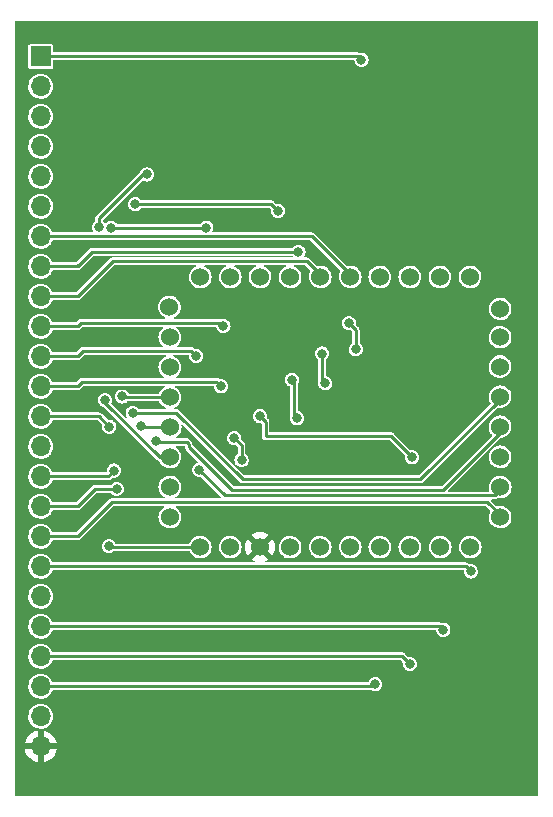
<source format=gbr>
%TF.GenerationSoftware,KiCad,Pcbnew,6.0.1*%
%TF.CreationDate,2022-02-10T21:50:41-06:00*%
%TF.ProjectId,SENSOR_BREADBOARD_8X10,53454e53-4f52-45f4-9252-454144424f41,rev?*%
%TF.SameCoordinates,Original*%
%TF.FileFunction,Copper,L1,Top*%
%TF.FilePolarity,Positive*%
%FSLAX46Y46*%
G04 Gerber Fmt 4.6, Leading zero omitted, Abs format (unit mm)*
G04 Created by KiCad (PCBNEW 6.0.1) date 2022-02-10 21:50:41*
%MOMM*%
%LPD*%
G01*
G04 APERTURE LIST*
%TA.AperFunction,ComponentPad*%
%ADD10C,1.524000*%
%TD*%
%TA.AperFunction,ComponentPad*%
%ADD11R,1.700000X1.700000*%
%TD*%
%TA.AperFunction,ComponentPad*%
%ADD12O,1.700000X1.700000*%
%TD*%
%TA.AperFunction,ViaPad*%
%ADD13C,0.800000*%
%TD*%
%TA.AperFunction,Conductor*%
%ADD14C,0.250000*%
%TD*%
G04 APERTURE END LIST*
D10*
%TO.P,U1,1,5V*%
%TO.N,/5V*%
X100600000Y-119200000D03*
%TO.P,U1,2,3V3*%
%TO.N,/3V3_MCU*%
X103140000Y-119200000D03*
%TO.P,U1,3,GND*%
%TO.N,GND*%
X105663002Y-119199888D03*
%TO.P,U1,4,LSM9DS1_AG_CS*%
%TO.N,/LSM9_CS_AG*%
X108208668Y-119199888D03*
%TO.P,U1,5,LSM9DS1_M_CS*%
%TO.N,/LSM9_CS_M*%
X110754334Y-119199888D03*
%TO.P,U1,6,LSM9DS1_AG_INT1*%
%TO.N,/LSM9_INT1_AG*%
X113300000Y-119199888D03*
%TO.P,U1,7,SCK0*%
%TO.N,/SNS_SPI_SCK*%
X115805890Y-119199888D03*
%TO.P,U1,8,MISO0*%
%TO.N,/SNS_SPI_MISO*%
X118351556Y-119199888D03*
%TO.P,U1,9,MOSI0*%
%TO.N,/SNS_SPI_MOSI*%
X120920000Y-119200000D03*
%TO.P,U1,10,SDA0*%
%TO.N,/SNS_I2C_SDA*%
X123460000Y-119200000D03*
%TO.P,U1,11,SCL0*%
%TO.N,/SNS_I2C_SCL*%
X125988555Y-116654221D03*
%TO.P,U1,12,ZOE_M8Q_CS*%
%TO.N,/ZOE-M8Q_CS*%
X126000000Y-114120000D03*
%TO.P,U1,13,VBACKUP*%
%TO.N,/VBACKUP*%
X125988555Y-111562889D03*
%TO.P,U1,14,RX0*%
%TO.N,/SNS_UART_SDO*%
X125988555Y-109017222D03*
%TO.P,U1,15,TX0*%
%TO.N,/SNS_UART_SDI*%
X125988555Y-106471556D03*
%TO.P,U1,16*%
%TO.N,N/C*%
X125988555Y-103925890D03*
%TO.P,U1,17*%
X125988555Y-101420000D03*
%TO.P,U1,18*%
X125988555Y-99033438D03*
%TO.P,U1,19*%
X123442889Y-96328668D03*
%TO.P,U1,20*%
X120897222Y-96328668D03*
%TO.P,U1,21,MS5611_CS*%
%TO.N,/MS5611_CS*%
X118351556Y-96328668D03*
%TO.P,U1,22*%
%TO.N,N/C*%
X115805890Y-96328668D03*
%TO.P,U1,23,H3LIS331_CS*%
%TO.N,/H3LIS331DL_CS*%
X113300000Y-96328668D03*
%TO.P,U1,24,H3LIS331_INT1*%
%TO.N,/H3LIS331DL_INT1*%
X110754334Y-96328668D03*
%TO.P,U1,25*%
%TO.N,N/C*%
X108208668Y-96328668D03*
%TO.P,U1,26,KX134_TRIG*%
%TO.N,unconnected-(U1-Pad26)*%
X105663002Y-96328668D03*
%TO.P,U1,27,KX134_CS*%
%TO.N,/KX122_CS*%
X103140000Y-96340000D03*
%TO.P,U1,28,KX134_INT1*%
%TO.N,/KX122_INT1*%
X100600000Y-96340000D03*
%TO.P,U1,29*%
%TO.N,N/C*%
X97986227Y-98874334D03*
%TO.P,U1,30*%
X98026003Y-101420000D03*
%TO.P,U1,31,ZOE_M8Q_RESET*%
%TO.N,unconnected-(U1-Pad31)*%
X98026003Y-103960000D03*
%TO.P,U1,32,ZOE_M8Q_INT*%
%TO.N,/GPS_EXTINT*%
X98026003Y-106500000D03*
%TO.P,U1,33,LSM9DS1_AG_INT2*%
%TO.N,/LSM9_INT2_AG*%
X98060000Y-109040000D03*
%TO.P,U1,34,LSM9DS1_M_INT*%
%TO.N,/LSM9_INT_M*%
X98026003Y-111562889D03*
%TO.P,U1,35*%
%TO.N,N/C*%
X98026003Y-114108555D03*
%TO.P,U1,36*%
X98026003Y-116654221D03*
%TD*%
D11*
%TO.P,J1,1,Pin_1*%
%TO.N,/LSM9_INT1_AG*%
X87100000Y-77647800D03*
D12*
%TO.P,J1,2,Pin_2*%
%TO.N,/LSM9_INT2_AG*%
X87100000Y-80187800D03*
%TO.P,J1,3,Pin_3*%
%TO.N,/LSM9_INT_M*%
X87100000Y-82727800D03*
%TO.P,J1,4,Pin_4*%
%TO.N,/KX122_CS*%
X87100000Y-85267800D03*
%TO.P,J1,5,Pin_5*%
%TO.N,/KX122_INT1*%
X87100000Y-87807800D03*
%TO.P,J1,6,Pin_6*%
%TO.N,/LSM9_CS_AG*%
X87100000Y-90347800D03*
%TO.P,J1,7,Pin_7*%
%TO.N,/H3LIS331DL_CS*%
X87100000Y-92887800D03*
%TO.P,J1,8,Pin_8*%
%TO.N,/LSM9_CS_M*%
X87100000Y-95427800D03*
%TO.P,J1,9,Pin_9*%
%TO.N,/H3LIS331DL_INT1*%
X87100000Y-97967800D03*
%TO.P,J1,10,Pin_10*%
%TO.N,/VBACKUP*%
X87100000Y-100507800D03*
%TO.P,J1,11,Pin_11*%
%TO.N,/ZOE-M8Q_CS*%
X87100000Y-103047800D03*
%TO.P,J1,12,Pin_12*%
%TO.N,/3V3_MCU*%
X87100000Y-105587800D03*
%TO.P,J1,13,Pin_13*%
%TO.N,/5V*%
X87100000Y-108127800D03*
%TO.P,J1,14,Pin_14*%
%TO.N,/GPS_EXTINT*%
X87100000Y-110667800D03*
%TO.P,J1,15,Pin_15*%
%TO.N,/SNS_UART_SDI*%
X87100000Y-113207800D03*
%TO.P,J1,16,Pin_16*%
%TO.N,/SNS_UART_SDO*%
X87100000Y-115747800D03*
%TO.P,J1,17,Pin_17*%
%TO.N,/SNS_I2C_SCL*%
X87100000Y-118287800D03*
%TO.P,J1,18,Pin_18*%
%TO.N,/SNS_I2C_SDA*%
X87100000Y-120827800D03*
%TO.P,J1,19,Pin_19*%
%TO.N,/MS5611_CS*%
X87100000Y-123367800D03*
%TO.P,J1,20,Pin_20*%
%TO.N,/SNS_SPI_MOSI*%
X87100000Y-125907800D03*
%TO.P,J1,21,Pin_21*%
%TO.N,/SNS_SPI_MISO*%
X87100000Y-128447800D03*
%TO.P,J1,22,Pin_22*%
%TO.N,/SNS_SPI_SCK*%
X87100000Y-130987800D03*
%TO.P,J1,23,Pin_23*%
%TO.N,unconnected-(J1-Pad23)*%
X87100000Y-133527800D03*
%TO.P,J1,24,Pin_24*%
%TO.N,GND*%
X87100000Y-136067800D03*
%TD*%
D13*
%TO.N,/LSM9_INT1_AG*%
X114249200Y-77927200D03*
X113182400Y-100228400D03*
X113766600Y-102438200D03*
%TO.N,/LSM9_INT2_AG*%
X93040200Y-92163300D03*
X101117400Y-92151200D03*
X95605600Y-108991400D03*
%TO.N,/LSM9_INT_M*%
X96088200Y-87655400D03*
X92041585Y-92121176D03*
X92532200Y-106730800D03*
%TO.N,/LSM9_CS_AG*%
X108356400Y-105029000D03*
X95097600Y-90170000D03*
X108800000Y-108300000D03*
X107188000Y-90728800D03*
%TO.N,/LSM9_CS_M*%
X108915200Y-94208600D03*
X110921800Y-102819200D03*
X111175800Y-105333800D03*
%TO.N,/VBACKUP*%
X105664000Y-108102400D03*
X118550000Y-111600000D03*
X102565200Y-100457000D03*
%TO.N,/ZOE-M8Q_CS*%
X100253800Y-102997000D03*
X100533200Y-112649000D03*
%TO.N,/3V3_MCU*%
X103479600Y-109956600D03*
X102362000Y-105587800D03*
X104099011Y-111846011D03*
%TO.N,/5V*%
X92904800Y-109008400D03*
X92862400Y-119126000D03*
%TO.N,/GPS_EXTINT*%
X94005400Y-106451400D03*
%TO.N,/SNS_UART_SDI*%
X93294200Y-112725200D03*
X94881100Y-107848400D03*
%TO.N,/SNS_UART_SDO*%
X93522800Y-114274600D03*
X96875600Y-110185200D03*
%TO.N,/SNS_I2C_SDA*%
X123520200Y-121259600D03*
%TO.N,/SNS_SPI_MOSI*%
X121183400Y-126187200D03*
%TO.N,/SNS_SPI_MISO*%
X118338600Y-129082800D03*
%TO.N,/SNS_SPI_SCK*%
X115417600Y-130810000D03*
%TO.N,GND*%
X92650000Y-88900000D03*
X108850000Y-99200000D03*
X111550000Y-98850000D03*
X109600000Y-111650000D03*
X112150000Y-111650000D03*
X94050000Y-98000000D03*
X104450000Y-99000000D03*
%TD*%
D14*
%TO.N,/LSM9_INT1_AG*%
X113969800Y-77647800D02*
X87100000Y-77647800D01*
X113766600Y-102438200D02*
X113766600Y-100812600D01*
X113766600Y-100812600D02*
X113182400Y-100228400D01*
X114249200Y-77927200D02*
X113969800Y-77647800D01*
%TO.N,/LSM9_INT2_AG*%
X93052300Y-92151200D02*
X101117400Y-92151200D01*
X98272600Y-109067600D02*
X95681800Y-109067600D01*
X95681800Y-109067600D02*
X95605600Y-108991400D01*
X93040200Y-92163300D02*
X93052300Y-92151200D01*
%TO.N,/LSM9_INT_M*%
X95758000Y-87655400D02*
X96088200Y-87655400D01*
X92041585Y-92121176D02*
X92041585Y-91371815D01*
X98238603Y-111590489D02*
X97160973Y-111590489D01*
X92532200Y-106961716D02*
X92532200Y-106730800D01*
X97160973Y-111590489D02*
X92532200Y-106961716D01*
X92041585Y-91371815D02*
X95758000Y-87655400D01*
%TO.N,/LSM9_CS_AG*%
X108534200Y-108034200D02*
X108534200Y-105206800D01*
X107188000Y-90728800D02*
X106629200Y-90170000D01*
X108534200Y-105206800D02*
X108356400Y-105029000D01*
X108800000Y-108300000D02*
X108534200Y-108034200D01*
X106629200Y-90170000D02*
X95097600Y-90170000D01*
%TO.N,/H3LIS331DL_CS*%
X113512600Y-96356268D02*
X110044132Y-92887800D01*
X110044132Y-92887800D02*
X87100000Y-92887800D01*
%TO.N,/LSM9_CS_M*%
X108915200Y-94208600D02*
X91440000Y-94208600D01*
X90274300Y-95374300D02*
X90220800Y-95427800D01*
X90172200Y-95427800D02*
X87100000Y-95427800D01*
X110921800Y-105079800D02*
X110921800Y-102819200D01*
X91440000Y-94208600D02*
X90274300Y-95374300D01*
X90250000Y-95350000D02*
X90172200Y-95427800D01*
X90274300Y-95374300D02*
X90250000Y-95350000D01*
X111175800Y-105333800D02*
X110921800Y-105079800D01*
%TO.N,/H3LIS331DL_INT1*%
X109610666Y-95000000D02*
X93188600Y-95000000D01*
X93188600Y-95000000D02*
X90220800Y-97967800D01*
X90220800Y-97967800D02*
X87100000Y-97967800D01*
X110966934Y-96356268D02*
X109610666Y-95000000D01*
%TO.N,/VBACKUP*%
X90220800Y-100507800D02*
X87100000Y-100507800D01*
X106131011Y-109814011D02*
X116764011Y-109814011D01*
X90528600Y-100200000D02*
X90220800Y-100507800D01*
X102565200Y-100457000D02*
X102308200Y-100200000D01*
X106131011Y-109814011D02*
X106131011Y-108569411D01*
X102308200Y-100200000D02*
X90528600Y-100200000D01*
X116764011Y-109814011D02*
X118550000Y-111600000D01*
X106131011Y-108569411D02*
X105664000Y-108102400D01*
%TO.N,/ZOE-M8Q_CS*%
X99856800Y-102600000D02*
X90668600Y-102600000D01*
X126212600Y-114147600D02*
X125526800Y-114833400D01*
X125526800Y-114833400D02*
X102717600Y-114833400D01*
X90668600Y-102600000D02*
X90220800Y-103047800D01*
X90220800Y-103047800D02*
X87100000Y-103047800D01*
X102717600Y-114833400D02*
X100533200Y-112649000D01*
X100253800Y-102997000D02*
X99856800Y-102600000D01*
%TO.N,/3V3_MCU*%
X101974200Y-105200000D02*
X90608600Y-105200000D01*
X90220800Y-105587800D02*
X87100000Y-105587800D01*
X104099011Y-110576011D02*
X103479600Y-109956600D01*
X90608600Y-105200000D02*
X90220800Y-105587800D01*
X104099011Y-111846011D02*
X104099011Y-110576011D01*
X102362000Y-105587800D02*
X101974200Y-105200000D01*
%TO.N,/5V*%
X100812600Y-119227600D02*
X92964000Y-119227600D01*
X92904800Y-109008400D02*
X92024200Y-108127800D01*
X92024200Y-108127800D02*
X87100000Y-108127800D01*
X92964000Y-119227600D02*
X92862400Y-119126000D01*
%TO.N,/GPS_EXTINT*%
X94081600Y-106527600D02*
X94005400Y-106451400D01*
X98238603Y-106527600D02*
X94081600Y-106527600D01*
%TO.N,/SNS_UART_SDI*%
X118821200Y-113461800D02*
X104203360Y-113461800D01*
X93294200Y-112725200D02*
X92811600Y-113207800D01*
X119238511Y-113461800D02*
X118821200Y-113461800D01*
X104203360Y-113461800D02*
X98589960Y-107848400D01*
X126201155Y-106499156D02*
X119238511Y-113461800D01*
X92811600Y-113207800D02*
X87100000Y-113207800D01*
X98589960Y-107848400D02*
X94881100Y-107848400D01*
%TO.N,/SNS_UART_SDO*%
X99441000Y-110312200D02*
X96723200Y-110312200D01*
X126201155Y-109298845D02*
X121149200Y-114350800D01*
X96850200Y-110185200D02*
X96875600Y-110185200D01*
X96723200Y-110312200D02*
X96850200Y-110185200D01*
X126201155Y-109044822D02*
X126201155Y-109298845D01*
X99618800Y-110709986D02*
X99618800Y-110490000D01*
X93522800Y-114274600D02*
X91694000Y-114274600D01*
X103259614Y-114350800D02*
X99618800Y-110709986D01*
X99618800Y-110490000D02*
X99441000Y-110312200D01*
X91694000Y-114274600D02*
X90220800Y-115747800D01*
X90220800Y-115747800D02*
X87100000Y-115747800D01*
X121149200Y-114350800D02*
X103259614Y-114350800D01*
%TO.N,/SNS_I2C_SCL*%
X90220800Y-118287800D02*
X87100000Y-118287800D01*
X126201155Y-116681821D02*
X124919334Y-115400000D01*
X93108600Y-115400000D02*
X90220800Y-118287800D01*
X124919334Y-115400000D02*
X93108600Y-115400000D01*
%TO.N,/SNS_I2C_SDA*%
X123088400Y-120827800D02*
X87100000Y-120827800D01*
X123520200Y-121259600D02*
X123088400Y-120827800D01*
%TO.N,/SNS_SPI_MOSI*%
X120904000Y-125907800D02*
X87100000Y-125907800D01*
X121183400Y-126187200D02*
X120904000Y-125907800D01*
%TO.N,/SNS_SPI_MISO*%
X117703600Y-128447800D02*
X87100000Y-128447800D01*
X118338600Y-129082800D02*
X117703600Y-128447800D01*
%TO.N,/SNS_SPI_SCK*%
X115417600Y-130810000D02*
X115239800Y-130987800D01*
X115239800Y-130987800D02*
X87100000Y-130987800D01*
%TD*%
%TA.AperFunction,Conductor*%
%TO.N,GND*%
G36*
X129213455Y-74672345D02*
G01*
X129232200Y-74717600D01*
X129232200Y-140217200D01*
X129213455Y-140262455D01*
X129168200Y-140281200D01*
X84953800Y-140281200D01*
X84908545Y-140262455D01*
X84889800Y-140217200D01*
X84889800Y-136330044D01*
X85766968Y-136330044D01*
X85799123Y-136472723D01*
X85800690Y-136477724D01*
X85882724Y-136679752D01*
X85885088Y-136684433D01*
X85999022Y-136870355D01*
X86002109Y-136874573D01*
X86144886Y-137039399D01*
X86148616Y-137043052D01*
X86316395Y-137182345D01*
X86320681Y-137185346D01*
X86508948Y-137295360D01*
X86513672Y-137297624D01*
X86717378Y-137375411D01*
X86722407Y-137376872D01*
X86833526Y-137399479D01*
X86843089Y-137397620D01*
X86846000Y-137393304D01*
X86846000Y-137391703D01*
X87354000Y-137391703D01*
X87357728Y-137400704D01*
X87363722Y-137403187D01*
X87380707Y-137401011D01*
X87385824Y-137399923D01*
X87594691Y-137337260D01*
X87599555Y-137335354D01*
X87795376Y-137239422D01*
X87799876Y-137236740D01*
X87977405Y-137110110D01*
X87981391Y-137106742D01*
X88135854Y-136952816D01*
X88139246Y-136948830D01*
X88266488Y-136771754D01*
X88269186Y-136767263D01*
X88365801Y-136571779D01*
X88367727Y-136566914D01*
X88431117Y-136358274D01*
X88432222Y-136353164D01*
X88434689Y-136334421D01*
X88432167Y-136325009D01*
X88426609Y-136321800D01*
X87366729Y-136321800D01*
X87357728Y-136325528D01*
X87354000Y-136334529D01*
X87354000Y-137391703D01*
X86846000Y-137391703D01*
X86846000Y-136334529D01*
X86842272Y-136325528D01*
X86833271Y-136321800D01*
X85777839Y-136321800D01*
X85768838Y-136325528D01*
X85766968Y-136330044D01*
X84889800Y-136330044D01*
X84889800Y-135804516D01*
X85763686Y-135804516D01*
X85765444Y-135810490D01*
X85771512Y-135813800D01*
X86833271Y-135813800D01*
X86842272Y-135810072D01*
X86846000Y-135801071D01*
X87354000Y-135801071D01*
X87357728Y-135810072D01*
X87366729Y-135813800D01*
X88423730Y-135813800D01*
X88432731Y-135810072D01*
X88434469Y-135805876D01*
X88390593Y-135631204D01*
X88388910Y-135626259D01*
X88301960Y-135426288D01*
X88299484Y-135421670D01*
X88181042Y-135238586D01*
X88177850Y-135234441D01*
X88031098Y-135073163D01*
X88027267Y-135069590D01*
X87856134Y-134934438D01*
X87851790Y-134931552D01*
X87660879Y-134826163D01*
X87656110Y-134824020D01*
X87450561Y-134751231D01*
X87445496Y-134749893D01*
X87366533Y-134735827D01*
X87357018Y-134737919D01*
X87354000Y-134742638D01*
X87354000Y-135801071D01*
X86846000Y-135801071D01*
X86846000Y-134745516D01*
X86842272Y-134736515D01*
X86836705Y-134734209D01*
X86786802Y-134741846D01*
X86781711Y-134743059D01*
X86574446Y-134810803D01*
X86569623Y-134812830D01*
X86376203Y-134913519D01*
X86371774Y-134916308D01*
X86197400Y-135047232D01*
X86193480Y-135050713D01*
X86042835Y-135208353D01*
X86039538Y-135212425D01*
X85916658Y-135392560D01*
X85914074Y-135397108D01*
X85822267Y-135594892D01*
X85820455Y-135599816D01*
X85763686Y-135804516D01*
X84889800Y-135804516D01*
X84889800Y-133513062D01*
X86044520Y-133513062D01*
X86061759Y-133718353D01*
X86118544Y-133916386D01*
X86212712Y-134099618D01*
X86214655Y-134102070D01*
X86214656Y-134102071D01*
X86243641Y-134138641D01*
X86340677Y-134261070D01*
X86497564Y-134394591D01*
X86677398Y-134495097D01*
X86680376Y-134496065D01*
X86680377Y-134496065D01*
X86870358Y-134557794D01*
X86870361Y-134557795D01*
X86873329Y-134558759D01*
X87077894Y-134583151D01*
X87081014Y-134582911D01*
X87081017Y-134582911D01*
X87280173Y-134567587D01*
X87280177Y-134567586D01*
X87283300Y-134567346D01*
X87286316Y-134566504D01*
X87286321Y-134566503D01*
X87478709Y-134512787D01*
X87478708Y-134512787D01*
X87481725Y-134511945D01*
X87518105Y-134493568D01*
X87662812Y-134420472D01*
X87662817Y-134420469D01*
X87665610Y-134419058D01*
X87827951Y-134292224D01*
X87962564Y-134136272D01*
X88064323Y-133957144D01*
X88076956Y-133919170D01*
X88128363Y-133764633D01*
X88129351Y-133761663D01*
X88134823Y-133718353D01*
X88154946Y-133559057D01*
X88154946Y-133559053D01*
X88155171Y-133557274D01*
X88155583Y-133527800D01*
X88135480Y-133322770D01*
X88134577Y-133319779D01*
X88134576Y-133319774D01*
X88105708Y-133224160D01*
X88075935Y-133125549D01*
X88074470Y-133122793D01*
X88074468Y-133122789D01*
X87980688Y-132946414D01*
X87979218Y-132943649D01*
X87977237Y-132941220D01*
X87850990Y-132786426D01*
X87850988Y-132786424D01*
X87849011Y-132784000D01*
X87690275Y-132652682D01*
X87509055Y-132554697D01*
X87490910Y-132549080D01*
X87315242Y-132494702D01*
X87315243Y-132494702D01*
X87312254Y-132493777D01*
X87107369Y-132472243D01*
X87104259Y-132472526D01*
X87104258Y-132472526D01*
X87058871Y-132476657D01*
X86902203Y-132490914D01*
X86899206Y-132491796D01*
X86899201Y-132491797D01*
X86707578Y-132548195D01*
X86707575Y-132548196D01*
X86704572Y-132549080D01*
X86635128Y-132585385D01*
X86524773Y-132643077D01*
X86524770Y-132643079D01*
X86522002Y-132644526D01*
X86361447Y-132773615D01*
X86359434Y-132776014D01*
X86231033Y-132929035D01*
X86231030Y-132929039D01*
X86229024Y-132931430D01*
X86129776Y-133111962D01*
X86128831Y-133114940D01*
X86128830Y-133114943D01*
X86068429Y-133305352D01*
X86067484Y-133308332D01*
X86044520Y-133513062D01*
X84889800Y-133513062D01*
X84889800Y-130973062D01*
X86044520Y-130973062D01*
X86061759Y-131178353D01*
X86062620Y-131181355D01*
X86113014Y-131357099D01*
X86118544Y-131376386D01*
X86212712Y-131559618D01*
X86214655Y-131562070D01*
X86214656Y-131562071D01*
X86243641Y-131598641D01*
X86340677Y-131721070D01*
X86497564Y-131854591D01*
X86677398Y-131955097D01*
X86680376Y-131956065D01*
X86680377Y-131956065D01*
X86870358Y-132017794D01*
X86870361Y-132017795D01*
X86873329Y-132018759D01*
X87077894Y-132043151D01*
X87081014Y-132042911D01*
X87081017Y-132042911D01*
X87280173Y-132027587D01*
X87280177Y-132027586D01*
X87283300Y-132027346D01*
X87286316Y-132026504D01*
X87286321Y-132026503D01*
X87478709Y-131972787D01*
X87478708Y-131972787D01*
X87481725Y-131971945D01*
X87518105Y-131953568D01*
X87662812Y-131880472D01*
X87662817Y-131880469D01*
X87665610Y-131879058D01*
X87827951Y-131752224D01*
X87962564Y-131596272D01*
X88064323Y-131417144D01*
X88084297Y-131357099D01*
X88116368Y-131320074D01*
X88145025Y-131313300D01*
X115065359Y-131313300D01*
X115104319Y-131326525D01*
X115111430Y-131331982D01*
X115111432Y-131331983D01*
X115114759Y-131334536D01*
X115118635Y-131336142D01*
X115118636Y-131336142D01*
X115222515Y-131379170D01*
X115260838Y-131395044D01*
X115264994Y-131395591D01*
X115264997Y-131395592D01*
X115413438Y-131415134D01*
X115417600Y-131415682D01*
X115421762Y-131415134D01*
X115570203Y-131395592D01*
X115570206Y-131395591D01*
X115574362Y-131395044D01*
X115612685Y-131379170D01*
X115716564Y-131336142D01*
X115716565Y-131336142D01*
X115720441Y-131334536D01*
X115845882Y-131238282D01*
X115942136Y-131112841D01*
X116000035Y-130973062D01*
X116001039Y-130970637D01*
X116001039Y-130970636D01*
X116002644Y-130966762D01*
X116023282Y-130810000D01*
X116002644Y-130653238D01*
X115990033Y-130622792D01*
X115943742Y-130511036D01*
X115943742Y-130511035D01*
X115942136Y-130507159D01*
X115845882Y-130381718D01*
X115720441Y-130285464D01*
X115601059Y-130236014D01*
X115578237Y-130226561D01*
X115578236Y-130226561D01*
X115574362Y-130224956D01*
X115570206Y-130224409D01*
X115570203Y-130224408D01*
X115421762Y-130204866D01*
X115417600Y-130204318D01*
X115413438Y-130204866D01*
X115264997Y-130224408D01*
X115264994Y-130224409D01*
X115260838Y-130224956D01*
X115256964Y-130226561D01*
X115256963Y-130226561D01*
X115234142Y-130236014D01*
X115114759Y-130285464D01*
X114989318Y-130381718D01*
X114893064Y-130507159D01*
X114891458Y-130511035D01*
X114891458Y-130511036D01*
X114845167Y-130622792D01*
X114810531Y-130657428D01*
X114786039Y-130662300D01*
X88146638Y-130662300D01*
X88101383Y-130643555D01*
X88085370Y-130616799D01*
X88075935Y-130585549D01*
X88074470Y-130582793D01*
X88074468Y-130582789D01*
X87980688Y-130406414D01*
X87979218Y-130403649D01*
X87977237Y-130401220D01*
X87850990Y-130246426D01*
X87850988Y-130246424D01*
X87849011Y-130244000D01*
X87690275Y-130112682D01*
X87509055Y-130014697D01*
X87490910Y-130009080D01*
X87315242Y-129954702D01*
X87315243Y-129954702D01*
X87312254Y-129953777D01*
X87107369Y-129932243D01*
X87104259Y-129932526D01*
X87104258Y-129932526D01*
X87058871Y-129936657D01*
X86902203Y-129950914D01*
X86899206Y-129951796D01*
X86899201Y-129951797D01*
X86707578Y-130008195D01*
X86707575Y-130008196D01*
X86704572Y-130009080D01*
X86635128Y-130045385D01*
X86524773Y-130103077D01*
X86524770Y-130103079D01*
X86522002Y-130104526D01*
X86361447Y-130233615D01*
X86359434Y-130236014D01*
X86231033Y-130389035D01*
X86231030Y-130389039D01*
X86229024Y-130391430D01*
X86129776Y-130571962D01*
X86128831Y-130574940D01*
X86128830Y-130574943D01*
X86101119Y-130662300D01*
X86067484Y-130768332D01*
X86050651Y-130918405D01*
X86045227Y-130966762D01*
X86044520Y-130973062D01*
X84889800Y-130973062D01*
X84889800Y-128433062D01*
X86044520Y-128433062D01*
X86061759Y-128638353D01*
X86062620Y-128641355D01*
X86113014Y-128817099D01*
X86118544Y-128836386D01*
X86212712Y-129019618D01*
X86214655Y-129022070D01*
X86214656Y-129022071D01*
X86259495Y-129078644D01*
X86340677Y-129181070D01*
X86497564Y-129314591D01*
X86677398Y-129415097D01*
X86680376Y-129416065D01*
X86680377Y-129416065D01*
X86870358Y-129477794D01*
X86870361Y-129477795D01*
X86873329Y-129478759D01*
X87077894Y-129503151D01*
X87081014Y-129502911D01*
X87081017Y-129502911D01*
X87280173Y-129487587D01*
X87280177Y-129487586D01*
X87283300Y-129487346D01*
X87286316Y-129486504D01*
X87286321Y-129486503D01*
X87478709Y-129432787D01*
X87478708Y-129432787D01*
X87481725Y-129431945D01*
X87566805Y-129388968D01*
X87662812Y-129340472D01*
X87662817Y-129340469D01*
X87665610Y-129339058D01*
X87827951Y-129212224D01*
X87962564Y-129056272D01*
X88020462Y-128954354D01*
X88062777Y-128879866D01*
X88062778Y-128879863D01*
X88064323Y-128877144D01*
X88084297Y-128817099D01*
X88116368Y-128780074D01*
X88145025Y-128773300D01*
X117542264Y-128773300D01*
X117587519Y-128792045D01*
X117727511Y-128932037D01*
X117746256Y-128977292D01*
X117745709Y-128985638D01*
X117732918Y-129082800D01*
X117733466Y-129086962D01*
X117750211Y-129214152D01*
X117753556Y-129239562D01*
X117814064Y-129385641D01*
X117910318Y-129511082D01*
X118035759Y-129607336D01*
X118181838Y-129667844D01*
X118185994Y-129668391D01*
X118185997Y-129668392D01*
X118334438Y-129687934D01*
X118338600Y-129688482D01*
X118342762Y-129687934D01*
X118491203Y-129668392D01*
X118491206Y-129668391D01*
X118495362Y-129667844D01*
X118641441Y-129607336D01*
X118766882Y-129511082D01*
X118863136Y-129385641D01*
X118923644Y-129239562D01*
X118926990Y-129214152D01*
X118943734Y-129086962D01*
X118944282Y-129082800D01*
X118935598Y-129016838D01*
X118924192Y-128930197D01*
X118924191Y-128930194D01*
X118923644Y-128926038D01*
X118886509Y-128836386D01*
X118864742Y-128783836D01*
X118864742Y-128783835D01*
X118863136Y-128779959D01*
X118766882Y-128654518D01*
X118641441Y-128558264D01*
X118495362Y-128497756D01*
X118491206Y-128497209D01*
X118491203Y-128497208D01*
X118342762Y-128477666D01*
X118338600Y-128477118D01*
X118241444Y-128489909D01*
X118194131Y-128477230D01*
X118187837Y-128471711D01*
X117945787Y-128229661D01*
X117942015Y-128225544D01*
X117919655Y-128198896D01*
X117919654Y-128198895D01*
X117916055Y-128194606D01*
X117881075Y-128174411D01*
X117876366Y-128171411D01*
X117847869Y-128151456D01*
X117847867Y-128151455D01*
X117843284Y-128148246D01*
X117837373Y-128146662D01*
X117821944Y-128140271D01*
X117821497Y-128140013D01*
X117821496Y-128140012D01*
X117816645Y-128137212D01*
X117811129Y-128136240D01*
X117811128Y-128136239D01*
X117788216Y-128132199D01*
X117776872Y-128130199D01*
X117771434Y-128128994D01*
X117732407Y-128118536D01*
X117726827Y-128119024D01*
X117726824Y-128119024D01*
X117692175Y-128122056D01*
X117686597Y-128122300D01*
X88146638Y-128122300D01*
X88101383Y-128103555D01*
X88085370Y-128076799D01*
X88075935Y-128045549D01*
X88074470Y-128042793D01*
X88074468Y-128042789D01*
X87980688Y-127866414D01*
X87979218Y-127863649D01*
X87977237Y-127861220D01*
X87850990Y-127706426D01*
X87850988Y-127706424D01*
X87849011Y-127704000D01*
X87690275Y-127572682D01*
X87509055Y-127474697D01*
X87490910Y-127469080D01*
X87315242Y-127414702D01*
X87315243Y-127414702D01*
X87312254Y-127413777D01*
X87107369Y-127392243D01*
X87104259Y-127392526D01*
X87104258Y-127392526D01*
X87058871Y-127396657D01*
X86902203Y-127410914D01*
X86899206Y-127411796D01*
X86899201Y-127411797D01*
X86707578Y-127468195D01*
X86707575Y-127468196D01*
X86704572Y-127469080D01*
X86635128Y-127505385D01*
X86524773Y-127563077D01*
X86524770Y-127563079D01*
X86522002Y-127564526D01*
X86361447Y-127693615D01*
X86359434Y-127696014D01*
X86231033Y-127849035D01*
X86231030Y-127849039D01*
X86229024Y-127851430D01*
X86129776Y-128031962D01*
X86128831Y-128034940D01*
X86128830Y-128034943D01*
X86068429Y-128225352D01*
X86067484Y-128228332D01*
X86044520Y-128433062D01*
X84889800Y-128433062D01*
X84889800Y-125893062D01*
X86044520Y-125893062D01*
X86061759Y-126098353D01*
X86062620Y-126101355D01*
X86116411Y-126288946D01*
X86118544Y-126296386D01*
X86212712Y-126479618D01*
X86214655Y-126482070D01*
X86214656Y-126482071D01*
X86243641Y-126518641D01*
X86340677Y-126641070D01*
X86343061Y-126643099D01*
X86343063Y-126643101D01*
X86492920Y-126770639D01*
X86497564Y-126774591D01*
X86677398Y-126875097D01*
X86680376Y-126876065D01*
X86680377Y-126876065D01*
X86870358Y-126937794D01*
X86870361Y-126937795D01*
X86873329Y-126938759D01*
X87077894Y-126963151D01*
X87081014Y-126962911D01*
X87081017Y-126962911D01*
X87280173Y-126947587D01*
X87280177Y-126947586D01*
X87283300Y-126947346D01*
X87286316Y-126946504D01*
X87286321Y-126946503D01*
X87478709Y-126892787D01*
X87478708Y-126892787D01*
X87481725Y-126891945D01*
X87518105Y-126873568D01*
X87662812Y-126800472D01*
X87662817Y-126800469D01*
X87665610Y-126799058D01*
X87674217Y-126792334D01*
X87825483Y-126674152D01*
X87827951Y-126672224D01*
X87962564Y-126516272D01*
X88064323Y-126337144D01*
X88084297Y-126277099D01*
X88116368Y-126240074D01*
X88145025Y-126233300D01*
X120527661Y-126233300D01*
X120572916Y-126252045D01*
X120591113Y-126288946D01*
X120598356Y-126343962D01*
X120658864Y-126490041D01*
X120755118Y-126615482D01*
X120880559Y-126711736D01*
X121026638Y-126772244D01*
X121030794Y-126772791D01*
X121030797Y-126772792D01*
X121179238Y-126792334D01*
X121183400Y-126792882D01*
X121187562Y-126792334D01*
X121336003Y-126772792D01*
X121336006Y-126772791D01*
X121340162Y-126772244D01*
X121486241Y-126711736D01*
X121611682Y-126615482D01*
X121707936Y-126490041D01*
X121768444Y-126343962D01*
X121774708Y-126296386D01*
X121788534Y-126191362D01*
X121789082Y-126187200D01*
X121786109Y-126164617D01*
X121768992Y-126034597D01*
X121768991Y-126034594D01*
X121768444Y-126030438D01*
X121711541Y-125893062D01*
X121709542Y-125888236D01*
X121709542Y-125888235D01*
X121707936Y-125884359D01*
X121611682Y-125758918D01*
X121486241Y-125662664D01*
X121340162Y-125602156D01*
X121336006Y-125601609D01*
X121336003Y-125601608D01*
X121205983Y-125584491D01*
X121183400Y-125581518D01*
X121043008Y-125600001D01*
X121017055Y-125597158D01*
X121017046Y-125597212D01*
X121016224Y-125597067D01*
X121016220Y-125597067D01*
X120977272Y-125590199D01*
X120971834Y-125588994D01*
X120932807Y-125578536D01*
X120927227Y-125579024D01*
X120927224Y-125579024D01*
X120892575Y-125582056D01*
X120886997Y-125582300D01*
X88146638Y-125582300D01*
X88101383Y-125563555D01*
X88085370Y-125536799D01*
X88075935Y-125505549D01*
X88074470Y-125502793D01*
X88074468Y-125502789D01*
X87980688Y-125326414D01*
X87979218Y-125323649D01*
X87977237Y-125321220D01*
X87850990Y-125166426D01*
X87850988Y-125166424D01*
X87849011Y-125164000D01*
X87690275Y-125032682D01*
X87509055Y-124934697D01*
X87490910Y-124929080D01*
X87315242Y-124874702D01*
X87315243Y-124874702D01*
X87312254Y-124873777D01*
X87107369Y-124852243D01*
X87104259Y-124852526D01*
X87104258Y-124852526D01*
X87058871Y-124856657D01*
X86902203Y-124870914D01*
X86899206Y-124871796D01*
X86899201Y-124871797D01*
X86707578Y-124928195D01*
X86707575Y-124928196D01*
X86704572Y-124929080D01*
X86635128Y-124965385D01*
X86524773Y-125023077D01*
X86524770Y-125023079D01*
X86522002Y-125024526D01*
X86361447Y-125153615D01*
X86359434Y-125156014D01*
X86231033Y-125309035D01*
X86231030Y-125309039D01*
X86229024Y-125311430D01*
X86129776Y-125491962D01*
X86128831Y-125494940D01*
X86128830Y-125494943D01*
X86075626Y-125662664D01*
X86067484Y-125688332D01*
X86044520Y-125893062D01*
X84889800Y-125893062D01*
X84889800Y-123353062D01*
X86044520Y-123353062D01*
X86061759Y-123558353D01*
X86118544Y-123756386D01*
X86212712Y-123939618D01*
X86214655Y-123942070D01*
X86214656Y-123942071D01*
X86243641Y-123978641D01*
X86340677Y-124101070D01*
X86497564Y-124234591D01*
X86677398Y-124335097D01*
X86680376Y-124336065D01*
X86680377Y-124336065D01*
X86870358Y-124397794D01*
X86870361Y-124397795D01*
X86873329Y-124398759D01*
X87077894Y-124423151D01*
X87081014Y-124422911D01*
X87081017Y-124422911D01*
X87280173Y-124407587D01*
X87280177Y-124407586D01*
X87283300Y-124407346D01*
X87286316Y-124406504D01*
X87286321Y-124406503D01*
X87478709Y-124352787D01*
X87478708Y-124352787D01*
X87481725Y-124351945D01*
X87518105Y-124333568D01*
X87662812Y-124260472D01*
X87662817Y-124260469D01*
X87665610Y-124259058D01*
X87827951Y-124132224D01*
X87962564Y-123976272D01*
X88064323Y-123797144D01*
X88076956Y-123759170D01*
X88128363Y-123604633D01*
X88129351Y-123601663D01*
X88134823Y-123558353D01*
X88154946Y-123399057D01*
X88154946Y-123399053D01*
X88155171Y-123397274D01*
X88155583Y-123367800D01*
X88135480Y-123162770D01*
X88134577Y-123159779D01*
X88134576Y-123159774D01*
X88105708Y-123064160D01*
X88075935Y-122965549D01*
X88074470Y-122962793D01*
X88074468Y-122962789D01*
X87980688Y-122786414D01*
X87979218Y-122783649D01*
X87977237Y-122781220D01*
X87850990Y-122626426D01*
X87850988Y-122626424D01*
X87849011Y-122624000D01*
X87690275Y-122492682D01*
X87509055Y-122394697D01*
X87490910Y-122389080D01*
X87315242Y-122334702D01*
X87315243Y-122334702D01*
X87312254Y-122333777D01*
X87107369Y-122312243D01*
X87104259Y-122312526D01*
X87104258Y-122312526D01*
X87058871Y-122316657D01*
X86902203Y-122330914D01*
X86899206Y-122331796D01*
X86899201Y-122331797D01*
X86707578Y-122388195D01*
X86707575Y-122388196D01*
X86704572Y-122389080D01*
X86635128Y-122425385D01*
X86524773Y-122483077D01*
X86524770Y-122483079D01*
X86522002Y-122484526D01*
X86361447Y-122613615D01*
X86359434Y-122616014D01*
X86231033Y-122769035D01*
X86231030Y-122769039D01*
X86229024Y-122771430D01*
X86129776Y-122951962D01*
X86128831Y-122954940D01*
X86128830Y-122954943D01*
X86068429Y-123145352D01*
X86067484Y-123148332D01*
X86044520Y-123353062D01*
X84889800Y-123353062D01*
X84889800Y-120813062D01*
X86044520Y-120813062D01*
X86061759Y-121018353D01*
X86062620Y-121021355D01*
X86113014Y-121197099D01*
X86118544Y-121216386D01*
X86212712Y-121399618D01*
X86214655Y-121402070D01*
X86214656Y-121402071D01*
X86243641Y-121438641D01*
X86340677Y-121561070D01*
X86497564Y-121694591D01*
X86543873Y-121720472D01*
X86653218Y-121781583D01*
X86677398Y-121795097D01*
X86680376Y-121796065D01*
X86680377Y-121796065D01*
X86870358Y-121857794D01*
X86870361Y-121857795D01*
X86873329Y-121858759D01*
X87077894Y-121883151D01*
X87081014Y-121882911D01*
X87081017Y-121882911D01*
X87280173Y-121867587D01*
X87280177Y-121867586D01*
X87283300Y-121867346D01*
X87286316Y-121866504D01*
X87286321Y-121866503D01*
X87478709Y-121812787D01*
X87478708Y-121812787D01*
X87481725Y-121811945D01*
X87533598Y-121785742D01*
X87662812Y-121720472D01*
X87662817Y-121720469D01*
X87665610Y-121719058D01*
X87827951Y-121592224D01*
X87962564Y-121436272D01*
X88013444Y-121346708D01*
X88062777Y-121259866D01*
X88062778Y-121259863D01*
X88064323Y-121257144D01*
X88084297Y-121197099D01*
X88116368Y-121160074D01*
X88145025Y-121153300D01*
X122855535Y-121153300D01*
X122900790Y-121172045D01*
X122919535Y-121217300D01*
X122918987Y-121225654D01*
X122914518Y-121259600D01*
X122915066Y-121263762D01*
X122933275Y-121402071D01*
X122935156Y-121416362D01*
X122936761Y-121420236D01*
X122936761Y-121420237D01*
X122942276Y-121433550D01*
X122995664Y-121562441D01*
X123091918Y-121687882D01*
X123217359Y-121784136D01*
X123221235Y-121785742D01*
X123221236Y-121785742D01*
X123359563Y-121843039D01*
X123363438Y-121844644D01*
X123367594Y-121845191D01*
X123367597Y-121845192D01*
X123516038Y-121864734D01*
X123520200Y-121865282D01*
X123524362Y-121864734D01*
X123672803Y-121845192D01*
X123672806Y-121845191D01*
X123676962Y-121844644D01*
X123680837Y-121843039D01*
X123819164Y-121785742D01*
X123819165Y-121785742D01*
X123823041Y-121784136D01*
X123948482Y-121687882D01*
X124044736Y-121562441D01*
X124098125Y-121433550D01*
X124103639Y-121420237D01*
X124103639Y-121420236D01*
X124105244Y-121416362D01*
X124107126Y-121402071D01*
X124125334Y-121263762D01*
X124125882Y-121259600D01*
X124112779Y-121160074D01*
X124105792Y-121106997D01*
X124105791Y-121106994D01*
X124105244Y-121102838D01*
X124070249Y-121018353D01*
X124046342Y-120960636D01*
X124046342Y-120960635D01*
X124044736Y-120956759D01*
X123948482Y-120831318D01*
X123823041Y-120735064D01*
X123676962Y-120674556D01*
X123672806Y-120674009D01*
X123672803Y-120674008D01*
X123524362Y-120654466D01*
X123520200Y-120653918D01*
X123423044Y-120666709D01*
X123375731Y-120654030D01*
X123369437Y-120648511D01*
X123330586Y-120609660D01*
X123326814Y-120605543D01*
X123326406Y-120605057D01*
X123300855Y-120574606D01*
X123265875Y-120554411D01*
X123261166Y-120551411D01*
X123232669Y-120531456D01*
X123232667Y-120531455D01*
X123228084Y-120528246D01*
X123222173Y-120526662D01*
X123206744Y-120520271D01*
X123206297Y-120520013D01*
X123206296Y-120520012D01*
X123201445Y-120517212D01*
X123195929Y-120516240D01*
X123195928Y-120516239D01*
X123173016Y-120512199D01*
X123161672Y-120510199D01*
X123156234Y-120508994D01*
X123117207Y-120498536D01*
X123111627Y-120499024D01*
X123111624Y-120499024D01*
X123076975Y-120502056D01*
X123071397Y-120502300D01*
X106163732Y-120502300D01*
X106118477Y-120483555D01*
X106099732Y-120438300D01*
X106118477Y-120393045D01*
X106136684Y-120380296D01*
X106297900Y-120305120D01*
X106302714Y-120302341D01*
X106353179Y-120267005D01*
X106358414Y-120258787D01*
X106357196Y-120253292D01*
X105672002Y-119568098D01*
X105663002Y-119564370D01*
X105654002Y-119568098D01*
X104971397Y-120250703D01*
X104967669Y-120259703D01*
X104969823Y-120264903D01*
X105023290Y-120302341D01*
X105028104Y-120305120D01*
X105189320Y-120380296D01*
X105222412Y-120416411D01*
X105220276Y-120465348D01*
X105184161Y-120498440D01*
X105162272Y-120502300D01*
X88146638Y-120502300D01*
X88101383Y-120483555D01*
X88085370Y-120456799D01*
X88075935Y-120425549D01*
X88074470Y-120422793D01*
X88074468Y-120422789D01*
X87984345Y-120253292D01*
X87979218Y-120243649D01*
X87977237Y-120241220D01*
X87850990Y-120086426D01*
X87850988Y-120086424D01*
X87849011Y-120084000D01*
X87690275Y-119952682D01*
X87509055Y-119854697D01*
X87490910Y-119849080D01*
X87315242Y-119794702D01*
X87315243Y-119794702D01*
X87312254Y-119793777D01*
X87107369Y-119772243D01*
X87104259Y-119772526D01*
X87104258Y-119772526D01*
X87058871Y-119776657D01*
X86902203Y-119790914D01*
X86899206Y-119791796D01*
X86899201Y-119791797D01*
X86707578Y-119848195D01*
X86707575Y-119848196D01*
X86704572Y-119849080D01*
X86665943Y-119869275D01*
X86524773Y-119943077D01*
X86524770Y-119943079D01*
X86522002Y-119944526D01*
X86361447Y-120073615D01*
X86359434Y-120076014D01*
X86231033Y-120229035D01*
X86231030Y-120229039D01*
X86229024Y-120231430D01*
X86213481Y-120259703D01*
X86140176Y-120393045D01*
X86129776Y-120411962D01*
X86128831Y-120414940D01*
X86128830Y-120414943D01*
X86068429Y-120605352D01*
X86067484Y-120608332D01*
X86044520Y-120813062D01*
X84889800Y-120813062D01*
X84889800Y-118273062D01*
X86044520Y-118273062D01*
X86061759Y-118478353D01*
X86079553Y-118540408D01*
X86115978Y-118667436D01*
X86118544Y-118676386D01*
X86119975Y-118679170D01*
X86198176Y-118831333D01*
X86212712Y-118859618D01*
X86214655Y-118862070D01*
X86214656Y-118862071D01*
X86243641Y-118898641D01*
X86340677Y-119021070D01*
X86343061Y-119023099D01*
X86343063Y-119023101D01*
X86468860Y-119130162D01*
X86497564Y-119154591D01*
X86677398Y-119255097D01*
X86680376Y-119256065D01*
X86680377Y-119256065D01*
X86870358Y-119317794D01*
X86870361Y-119317795D01*
X86873329Y-119318759D01*
X87077894Y-119343151D01*
X87081014Y-119342911D01*
X87081017Y-119342911D01*
X87280173Y-119327587D01*
X87280177Y-119327586D01*
X87283300Y-119327346D01*
X87286316Y-119326504D01*
X87286321Y-119326503D01*
X87478709Y-119272787D01*
X87478708Y-119272787D01*
X87481725Y-119271945D01*
X87518105Y-119253568D01*
X87662812Y-119180472D01*
X87662817Y-119180469D01*
X87665610Y-119179058D01*
X87733522Y-119126000D01*
X92256718Y-119126000D01*
X92257266Y-119130162D01*
X92276043Y-119272787D01*
X92277356Y-119282762D01*
X92278961Y-119286636D01*
X92278961Y-119286637D01*
X92333060Y-119417242D01*
X92337864Y-119428841D01*
X92434118Y-119554282D01*
X92559559Y-119650536D01*
X92705638Y-119711044D01*
X92709794Y-119711591D01*
X92709797Y-119711592D01*
X92858238Y-119731134D01*
X92862400Y-119731682D01*
X92866562Y-119731134D01*
X93015003Y-119711592D01*
X93015006Y-119711591D01*
X93019162Y-119711044D01*
X93165241Y-119650536D01*
X93274987Y-119566325D01*
X93313948Y-119553100D01*
X99660186Y-119553100D01*
X99705441Y-119571845D01*
X99717109Y-119587846D01*
X99785554Y-119721025D01*
X99787040Y-119723917D01*
X99904285Y-119871844D01*
X99906668Y-119873872D01*
X100045652Y-119992157D01*
X100045657Y-119992161D01*
X100048030Y-119994180D01*
X100050755Y-119995703D01*
X100050758Y-119995705D01*
X100186655Y-120071655D01*
X100212800Y-120086267D01*
X100215778Y-120087235D01*
X100215779Y-120087235D01*
X100389346Y-120143630D01*
X100389349Y-120143631D01*
X100392317Y-120144595D01*
X100395420Y-120144965D01*
X100576638Y-120166575D01*
X100576643Y-120166575D01*
X100579745Y-120166945D01*
X100582865Y-120166705D01*
X100582868Y-120166705D01*
X100764818Y-120152705D01*
X100764822Y-120152704D01*
X100767945Y-120152464D01*
X100770961Y-120151622D01*
X100770966Y-120151621D01*
X100946734Y-120102545D01*
X100946738Y-120102543D01*
X100949748Y-120101703D01*
X100952535Y-120100295D01*
X100952538Y-120100294D01*
X101115436Y-120018009D01*
X101115437Y-120018008D01*
X101118229Y-120016598D01*
X101266970Y-119900388D01*
X101390307Y-119757501D01*
X101483542Y-119593378D01*
X101485383Y-119587846D01*
X101542135Y-119417242D01*
X101543123Y-119414272D01*
X101552155Y-119342780D01*
X101566555Y-119228787D01*
X101566555Y-119228785D01*
X101566780Y-119227005D01*
X101567157Y-119200000D01*
X101565833Y-119186496D01*
X102172937Y-119186496D01*
X102188732Y-119374590D01*
X102204288Y-119428841D01*
X102239304Y-119550955D01*
X102240760Y-119556034D01*
X102242191Y-119558818D01*
X102325554Y-119721025D01*
X102327040Y-119723917D01*
X102444285Y-119871844D01*
X102446668Y-119873872D01*
X102585652Y-119992157D01*
X102585657Y-119992161D01*
X102588030Y-119994180D01*
X102590755Y-119995703D01*
X102590758Y-119995705D01*
X102726655Y-120071655D01*
X102752800Y-120086267D01*
X102755778Y-120087235D01*
X102755779Y-120087235D01*
X102929346Y-120143630D01*
X102929349Y-120143631D01*
X102932317Y-120144595D01*
X102935420Y-120144965D01*
X103116638Y-120166575D01*
X103116643Y-120166575D01*
X103119745Y-120166945D01*
X103122865Y-120166705D01*
X103122868Y-120166705D01*
X103304818Y-120152705D01*
X103304822Y-120152704D01*
X103307945Y-120152464D01*
X103310961Y-120151622D01*
X103310966Y-120151621D01*
X103486734Y-120102545D01*
X103486738Y-120102543D01*
X103489748Y-120101703D01*
X103492535Y-120100295D01*
X103492538Y-120100294D01*
X103655436Y-120018009D01*
X103655437Y-120018008D01*
X103658229Y-120016598D01*
X103806970Y-119900388D01*
X103930307Y-119757501D01*
X104023542Y-119593378D01*
X104025383Y-119587846D01*
X104082135Y-119417242D01*
X104083123Y-119414272D01*
X104092155Y-119342780D01*
X104106555Y-119228787D01*
X104106555Y-119228785D01*
X104106780Y-119227005D01*
X104107120Y-119202677D01*
X104388395Y-119202677D01*
X104407275Y-119418473D01*
X104408244Y-119423969D01*
X104464310Y-119633211D01*
X104466214Y-119638444D01*
X104557769Y-119834783D01*
X104560553Y-119839604D01*
X104595886Y-119890065D01*
X104604102Y-119895300D01*
X104609598Y-119894082D01*
X105294792Y-119208888D01*
X105298520Y-119199888D01*
X106027484Y-119199888D01*
X106031212Y-119208888D01*
X106713817Y-119891493D01*
X106722817Y-119895221D01*
X106728017Y-119893067D01*
X106765451Y-119839604D01*
X106768235Y-119834783D01*
X106859790Y-119638444D01*
X106861694Y-119633211D01*
X106917760Y-119423969D01*
X106918729Y-119418473D01*
X106937609Y-119202677D01*
X106937609Y-119197099D01*
X106936672Y-119186384D01*
X107241605Y-119186384D01*
X107257400Y-119374478D01*
X107309428Y-119555922D01*
X107395708Y-119723805D01*
X107397651Y-119726257D01*
X107397652Y-119726258D01*
X107422326Y-119757389D01*
X107512953Y-119871732D01*
X107515336Y-119873760D01*
X107654320Y-119992045D01*
X107654325Y-119992049D01*
X107656698Y-119994068D01*
X107659423Y-119995591D01*
X107659426Y-119995593D01*
X107699535Y-120018009D01*
X107821468Y-120086155D01*
X107824446Y-120087123D01*
X107824447Y-120087123D01*
X107998014Y-120143518D01*
X107998017Y-120143519D01*
X108000985Y-120144483D01*
X108004088Y-120144853D01*
X108185306Y-120166463D01*
X108185311Y-120166463D01*
X108188413Y-120166833D01*
X108191533Y-120166593D01*
X108191536Y-120166593D01*
X108373486Y-120152593D01*
X108373490Y-120152592D01*
X108376613Y-120152352D01*
X108379629Y-120151510D01*
X108379634Y-120151509D01*
X108555402Y-120102433D01*
X108555406Y-120102431D01*
X108558416Y-120101591D01*
X108561203Y-120100183D01*
X108561206Y-120100182D01*
X108724104Y-120017897D01*
X108724105Y-120017896D01*
X108726897Y-120016486D01*
X108875638Y-119900276D01*
X108998975Y-119757389D01*
X109092210Y-119593266D01*
X109100583Y-119568098D01*
X109150803Y-119417130D01*
X109151791Y-119414160D01*
X109160762Y-119343151D01*
X109175223Y-119228675D01*
X109175223Y-119228673D01*
X109175448Y-119226893D01*
X109175825Y-119199888D01*
X109174501Y-119186384D01*
X109787271Y-119186384D01*
X109803066Y-119374478D01*
X109855094Y-119555922D01*
X109941374Y-119723805D01*
X109943317Y-119726257D01*
X109943318Y-119726258D01*
X109967992Y-119757389D01*
X110058619Y-119871732D01*
X110061002Y-119873760D01*
X110199986Y-119992045D01*
X110199991Y-119992049D01*
X110202364Y-119994068D01*
X110205089Y-119995591D01*
X110205092Y-119995593D01*
X110245201Y-120018009D01*
X110367134Y-120086155D01*
X110370112Y-120087123D01*
X110370113Y-120087123D01*
X110543680Y-120143518D01*
X110543683Y-120143519D01*
X110546651Y-120144483D01*
X110549754Y-120144853D01*
X110730972Y-120166463D01*
X110730977Y-120166463D01*
X110734079Y-120166833D01*
X110737199Y-120166593D01*
X110737202Y-120166593D01*
X110919152Y-120152593D01*
X110919156Y-120152592D01*
X110922279Y-120152352D01*
X110925295Y-120151510D01*
X110925300Y-120151509D01*
X111101068Y-120102433D01*
X111101072Y-120102431D01*
X111104082Y-120101591D01*
X111106869Y-120100183D01*
X111106872Y-120100182D01*
X111269770Y-120017897D01*
X111269771Y-120017896D01*
X111272563Y-120016486D01*
X111421304Y-119900276D01*
X111544641Y-119757389D01*
X111637876Y-119593266D01*
X111646249Y-119568098D01*
X111696469Y-119417130D01*
X111697457Y-119414160D01*
X111706428Y-119343151D01*
X111720889Y-119228675D01*
X111720889Y-119228673D01*
X111721114Y-119226893D01*
X111721491Y-119199888D01*
X111720167Y-119186384D01*
X112332937Y-119186384D01*
X112348732Y-119374478D01*
X112400760Y-119555922D01*
X112487040Y-119723805D01*
X112488983Y-119726257D01*
X112488984Y-119726258D01*
X112513658Y-119757389D01*
X112604285Y-119871732D01*
X112606668Y-119873760D01*
X112745652Y-119992045D01*
X112745657Y-119992049D01*
X112748030Y-119994068D01*
X112750755Y-119995591D01*
X112750758Y-119995593D01*
X112790867Y-120018009D01*
X112912800Y-120086155D01*
X112915778Y-120087123D01*
X112915779Y-120087123D01*
X113089346Y-120143518D01*
X113089349Y-120143519D01*
X113092317Y-120144483D01*
X113095420Y-120144853D01*
X113276638Y-120166463D01*
X113276643Y-120166463D01*
X113279745Y-120166833D01*
X113282865Y-120166593D01*
X113282868Y-120166593D01*
X113464818Y-120152593D01*
X113464822Y-120152592D01*
X113467945Y-120152352D01*
X113470961Y-120151510D01*
X113470966Y-120151509D01*
X113646734Y-120102433D01*
X113646738Y-120102431D01*
X113649748Y-120101591D01*
X113652535Y-120100183D01*
X113652538Y-120100182D01*
X113815436Y-120017897D01*
X113815437Y-120017896D01*
X113818229Y-120016486D01*
X113966970Y-119900276D01*
X114090307Y-119757389D01*
X114183542Y-119593266D01*
X114191915Y-119568098D01*
X114242135Y-119417130D01*
X114243123Y-119414160D01*
X114252094Y-119343151D01*
X114266555Y-119228675D01*
X114266555Y-119228673D01*
X114266780Y-119226893D01*
X114267157Y-119199888D01*
X114265833Y-119186384D01*
X114838827Y-119186384D01*
X114854622Y-119374478D01*
X114906650Y-119555922D01*
X114992930Y-119723805D01*
X114994873Y-119726257D01*
X114994874Y-119726258D01*
X115019548Y-119757389D01*
X115110175Y-119871732D01*
X115112558Y-119873760D01*
X115251542Y-119992045D01*
X115251547Y-119992049D01*
X115253920Y-119994068D01*
X115256645Y-119995591D01*
X115256648Y-119995593D01*
X115296757Y-120018009D01*
X115418690Y-120086155D01*
X115421668Y-120087123D01*
X115421669Y-120087123D01*
X115595236Y-120143518D01*
X115595239Y-120143519D01*
X115598207Y-120144483D01*
X115601310Y-120144853D01*
X115782528Y-120166463D01*
X115782533Y-120166463D01*
X115785635Y-120166833D01*
X115788755Y-120166593D01*
X115788758Y-120166593D01*
X115970708Y-120152593D01*
X115970712Y-120152592D01*
X115973835Y-120152352D01*
X115976851Y-120151510D01*
X115976856Y-120151509D01*
X116152624Y-120102433D01*
X116152628Y-120102431D01*
X116155638Y-120101591D01*
X116158425Y-120100183D01*
X116158428Y-120100182D01*
X116321326Y-120017897D01*
X116321327Y-120017896D01*
X116324119Y-120016486D01*
X116472860Y-119900276D01*
X116596197Y-119757389D01*
X116689432Y-119593266D01*
X116697805Y-119568098D01*
X116748025Y-119417130D01*
X116749013Y-119414160D01*
X116757984Y-119343151D01*
X116772445Y-119228675D01*
X116772445Y-119228673D01*
X116772670Y-119226893D01*
X116773047Y-119199888D01*
X116771723Y-119186384D01*
X117384493Y-119186384D01*
X117400288Y-119374478D01*
X117452316Y-119555922D01*
X117538596Y-119723805D01*
X117540539Y-119726257D01*
X117540540Y-119726258D01*
X117565214Y-119757389D01*
X117655841Y-119871732D01*
X117658224Y-119873760D01*
X117797208Y-119992045D01*
X117797213Y-119992049D01*
X117799586Y-119994068D01*
X117802311Y-119995591D01*
X117802314Y-119995593D01*
X117842423Y-120018009D01*
X117964356Y-120086155D01*
X117967334Y-120087123D01*
X117967335Y-120087123D01*
X118140902Y-120143518D01*
X118140905Y-120143519D01*
X118143873Y-120144483D01*
X118146976Y-120144853D01*
X118328194Y-120166463D01*
X118328199Y-120166463D01*
X118331301Y-120166833D01*
X118334421Y-120166593D01*
X118334424Y-120166593D01*
X118516374Y-120152593D01*
X118516378Y-120152592D01*
X118519501Y-120152352D01*
X118522517Y-120151510D01*
X118522522Y-120151509D01*
X118698290Y-120102433D01*
X118698294Y-120102431D01*
X118701304Y-120101591D01*
X118704091Y-120100183D01*
X118704094Y-120100182D01*
X118866992Y-120017897D01*
X118866993Y-120017896D01*
X118869785Y-120016486D01*
X119018526Y-119900276D01*
X119141863Y-119757389D01*
X119235098Y-119593266D01*
X119243471Y-119568098D01*
X119293691Y-119417130D01*
X119294679Y-119414160D01*
X119303650Y-119343151D01*
X119318111Y-119228675D01*
X119318111Y-119228673D01*
X119318336Y-119226893D01*
X119318713Y-119199888D01*
X119317400Y-119186496D01*
X119952937Y-119186496D01*
X119968732Y-119374590D01*
X119984288Y-119428841D01*
X120019304Y-119550955D01*
X120020760Y-119556034D01*
X120022191Y-119558818D01*
X120105554Y-119721025D01*
X120107040Y-119723917D01*
X120224285Y-119871844D01*
X120226668Y-119873872D01*
X120365652Y-119992157D01*
X120365657Y-119992161D01*
X120368030Y-119994180D01*
X120370755Y-119995703D01*
X120370758Y-119995705D01*
X120506655Y-120071655D01*
X120532800Y-120086267D01*
X120535778Y-120087235D01*
X120535779Y-120087235D01*
X120709346Y-120143630D01*
X120709349Y-120143631D01*
X120712317Y-120144595D01*
X120715420Y-120144965D01*
X120896638Y-120166575D01*
X120896643Y-120166575D01*
X120899745Y-120166945D01*
X120902865Y-120166705D01*
X120902868Y-120166705D01*
X121084818Y-120152705D01*
X121084822Y-120152704D01*
X121087945Y-120152464D01*
X121090961Y-120151622D01*
X121090966Y-120151621D01*
X121266734Y-120102545D01*
X121266738Y-120102543D01*
X121269748Y-120101703D01*
X121272535Y-120100295D01*
X121272538Y-120100294D01*
X121435436Y-120018009D01*
X121435437Y-120018008D01*
X121438229Y-120016598D01*
X121586970Y-119900388D01*
X121710307Y-119757501D01*
X121803542Y-119593378D01*
X121805383Y-119587846D01*
X121862135Y-119417242D01*
X121863123Y-119414272D01*
X121872155Y-119342780D01*
X121886555Y-119228787D01*
X121886555Y-119228785D01*
X121886780Y-119227005D01*
X121887157Y-119200000D01*
X121885833Y-119186496D01*
X122492937Y-119186496D01*
X122508732Y-119374590D01*
X122524288Y-119428841D01*
X122559304Y-119550955D01*
X122560760Y-119556034D01*
X122562191Y-119558818D01*
X122645554Y-119721025D01*
X122647040Y-119723917D01*
X122764285Y-119871844D01*
X122766668Y-119873872D01*
X122905652Y-119992157D01*
X122905657Y-119992161D01*
X122908030Y-119994180D01*
X122910755Y-119995703D01*
X122910758Y-119995705D01*
X123046655Y-120071655D01*
X123072800Y-120086267D01*
X123075778Y-120087235D01*
X123075779Y-120087235D01*
X123249346Y-120143630D01*
X123249349Y-120143631D01*
X123252317Y-120144595D01*
X123255420Y-120144965D01*
X123436638Y-120166575D01*
X123436643Y-120166575D01*
X123439745Y-120166945D01*
X123442865Y-120166705D01*
X123442868Y-120166705D01*
X123624818Y-120152705D01*
X123624822Y-120152704D01*
X123627945Y-120152464D01*
X123630961Y-120151622D01*
X123630966Y-120151621D01*
X123806734Y-120102545D01*
X123806738Y-120102543D01*
X123809748Y-120101703D01*
X123812535Y-120100295D01*
X123812538Y-120100294D01*
X123975436Y-120018009D01*
X123975437Y-120018008D01*
X123978229Y-120016598D01*
X124126970Y-119900388D01*
X124250307Y-119757501D01*
X124343542Y-119593378D01*
X124345383Y-119587846D01*
X124402135Y-119417242D01*
X124403123Y-119414272D01*
X124412155Y-119342780D01*
X124426555Y-119228787D01*
X124426555Y-119228785D01*
X124426780Y-119227005D01*
X124427157Y-119200000D01*
X124408738Y-119012145D01*
X124407835Y-119009154D01*
X124407834Y-119009149D01*
X124374469Y-118898641D01*
X124354181Y-118831445D01*
X124352716Y-118828689D01*
X124352714Y-118828685D01*
X124267036Y-118667548D01*
X124265566Y-118664783D01*
X124226249Y-118616576D01*
X124148245Y-118520934D01*
X124148243Y-118520932D01*
X124146266Y-118518508D01*
X124000827Y-118398191D01*
X123834788Y-118308414D01*
X123654474Y-118252597D01*
X123466752Y-118232867D01*
X123463642Y-118233150D01*
X123463641Y-118233150D01*
X123421878Y-118236951D01*
X123278773Y-118249974D01*
X123275776Y-118250856D01*
X123275771Y-118250857D01*
X123100703Y-118302383D01*
X123100700Y-118302384D01*
X123097697Y-118303268D01*
X123032930Y-118337127D01*
X122933191Y-118389269D01*
X122933188Y-118389271D01*
X122930420Y-118390718D01*
X122783316Y-118508993D01*
X122781303Y-118511392D01*
X122663995Y-118651193D01*
X122663992Y-118651197D01*
X122661986Y-118653588D01*
X122571052Y-118818996D01*
X122570107Y-118821974D01*
X122570106Y-118821977D01*
X122522073Y-118973397D01*
X122513978Y-118998917D01*
X122513630Y-119002019D01*
X122513629Y-119002024D01*
X122493771Y-119179058D01*
X122492937Y-119186496D01*
X121885833Y-119186496D01*
X121868738Y-119012145D01*
X121867835Y-119009154D01*
X121867834Y-119009149D01*
X121834469Y-118898641D01*
X121814181Y-118831445D01*
X121812716Y-118828689D01*
X121812714Y-118828685D01*
X121727036Y-118667548D01*
X121725566Y-118664783D01*
X121686249Y-118616576D01*
X121608245Y-118520934D01*
X121608243Y-118520932D01*
X121606266Y-118518508D01*
X121460827Y-118398191D01*
X121294788Y-118308414D01*
X121114474Y-118252597D01*
X120926752Y-118232867D01*
X120923642Y-118233150D01*
X120923641Y-118233150D01*
X120881878Y-118236951D01*
X120738773Y-118249974D01*
X120735776Y-118250856D01*
X120735771Y-118250857D01*
X120560703Y-118302383D01*
X120560700Y-118302384D01*
X120557697Y-118303268D01*
X120492930Y-118337127D01*
X120393191Y-118389269D01*
X120393188Y-118389271D01*
X120390420Y-118390718D01*
X120243316Y-118508993D01*
X120241303Y-118511392D01*
X120123995Y-118651193D01*
X120123992Y-118651197D01*
X120121986Y-118653588D01*
X120031052Y-118818996D01*
X120030107Y-118821974D01*
X120030106Y-118821977D01*
X119982073Y-118973397D01*
X119973978Y-118998917D01*
X119973630Y-119002019D01*
X119973629Y-119002024D01*
X119953771Y-119179058D01*
X119952937Y-119186496D01*
X119317400Y-119186496D01*
X119300294Y-119012033D01*
X119299391Y-119009042D01*
X119299390Y-119009037D01*
X119264935Y-118894920D01*
X119245737Y-118831333D01*
X119244272Y-118828577D01*
X119244270Y-118828573D01*
X119158592Y-118667436D01*
X119157122Y-118664671D01*
X119120749Y-118620074D01*
X119039801Y-118520822D01*
X119039799Y-118520820D01*
X119037822Y-118518396D01*
X118892383Y-118398079D01*
X118882391Y-118392676D01*
X118856534Y-118378696D01*
X118726344Y-118308302D01*
X118546030Y-118252485D01*
X118358308Y-118232755D01*
X118355198Y-118233038D01*
X118355197Y-118233038D01*
X118313434Y-118236839D01*
X118170329Y-118249862D01*
X118167332Y-118250744D01*
X118167327Y-118250745D01*
X117992259Y-118302271D01*
X117992256Y-118302272D01*
X117989253Y-118303156D01*
X117976351Y-118309901D01*
X117824747Y-118389157D01*
X117824744Y-118389159D01*
X117821976Y-118390606D01*
X117674872Y-118508881D01*
X117672859Y-118511280D01*
X117555551Y-118651081D01*
X117555548Y-118651085D01*
X117553542Y-118653476D01*
X117545806Y-118667548D01*
X117494248Y-118761332D01*
X117462608Y-118818884D01*
X117461663Y-118821862D01*
X117461662Y-118821865D01*
X117436210Y-118902100D01*
X117405534Y-118998805D01*
X117405186Y-119001907D01*
X117405185Y-119001912D01*
X117388287Y-119152563D01*
X117384493Y-119186384D01*
X116771723Y-119186384D01*
X116754628Y-119012033D01*
X116753725Y-119009042D01*
X116753724Y-119009037D01*
X116719269Y-118894920D01*
X116700071Y-118831333D01*
X116698606Y-118828577D01*
X116698604Y-118828573D01*
X116612926Y-118667436D01*
X116611456Y-118664671D01*
X116575083Y-118620074D01*
X116494135Y-118520822D01*
X116494133Y-118520820D01*
X116492156Y-118518396D01*
X116346717Y-118398079D01*
X116336725Y-118392676D01*
X116310868Y-118378696D01*
X116180678Y-118308302D01*
X116000364Y-118252485D01*
X115812642Y-118232755D01*
X115809532Y-118233038D01*
X115809531Y-118233038D01*
X115767768Y-118236839D01*
X115624663Y-118249862D01*
X115621666Y-118250744D01*
X115621661Y-118250745D01*
X115446593Y-118302271D01*
X115446590Y-118302272D01*
X115443587Y-118303156D01*
X115430685Y-118309901D01*
X115279081Y-118389157D01*
X115279078Y-118389159D01*
X115276310Y-118390606D01*
X115129206Y-118508881D01*
X115127193Y-118511280D01*
X115009885Y-118651081D01*
X115009882Y-118651085D01*
X115007876Y-118653476D01*
X115000140Y-118667548D01*
X114948582Y-118761332D01*
X114916942Y-118818884D01*
X114915997Y-118821862D01*
X114915996Y-118821865D01*
X114890544Y-118902100D01*
X114859868Y-118998805D01*
X114859520Y-119001907D01*
X114859519Y-119001912D01*
X114842621Y-119152563D01*
X114838827Y-119186384D01*
X114265833Y-119186384D01*
X114248738Y-119012033D01*
X114247835Y-119009042D01*
X114247834Y-119009037D01*
X114213379Y-118894920D01*
X114194181Y-118831333D01*
X114192716Y-118828577D01*
X114192714Y-118828573D01*
X114107036Y-118667436D01*
X114105566Y-118664671D01*
X114069193Y-118620074D01*
X113988245Y-118520822D01*
X113988243Y-118520820D01*
X113986266Y-118518396D01*
X113840827Y-118398079D01*
X113830835Y-118392676D01*
X113804978Y-118378696D01*
X113674788Y-118308302D01*
X113494474Y-118252485D01*
X113306752Y-118232755D01*
X113303642Y-118233038D01*
X113303641Y-118233038D01*
X113261878Y-118236839D01*
X113118773Y-118249862D01*
X113115776Y-118250744D01*
X113115771Y-118250745D01*
X112940703Y-118302271D01*
X112940700Y-118302272D01*
X112937697Y-118303156D01*
X112924795Y-118309901D01*
X112773191Y-118389157D01*
X112773188Y-118389159D01*
X112770420Y-118390606D01*
X112623316Y-118508881D01*
X112621303Y-118511280D01*
X112503995Y-118651081D01*
X112503992Y-118651085D01*
X112501986Y-118653476D01*
X112494250Y-118667548D01*
X112442692Y-118761332D01*
X112411052Y-118818884D01*
X112410107Y-118821862D01*
X112410106Y-118821865D01*
X112384654Y-118902100D01*
X112353978Y-118998805D01*
X112353630Y-119001907D01*
X112353629Y-119001912D01*
X112336731Y-119152563D01*
X112332937Y-119186384D01*
X111720167Y-119186384D01*
X111703072Y-119012033D01*
X111702169Y-119009042D01*
X111702168Y-119009037D01*
X111667713Y-118894920D01*
X111648515Y-118831333D01*
X111647050Y-118828577D01*
X111647048Y-118828573D01*
X111561370Y-118667436D01*
X111559900Y-118664671D01*
X111523527Y-118620074D01*
X111442579Y-118520822D01*
X111442577Y-118520820D01*
X111440600Y-118518396D01*
X111295161Y-118398079D01*
X111285169Y-118392676D01*
X111259312Y-118378696D01*
X111129122Y-118308302D01*
X110948808Y-118252485D01*
X110761086Y-118232755D01*
X110757976Y-118233038D01*
X110757975Y-118233038D01*
X110716212Y-118236839D01*
X110573107Y-118249862D01*
X110570110Y-118250744D01*
X110570105Y-118250745D01*
X110395037Y-118302271D01*
X110395034Y-118302272D01*
X110392031Y-118303156D01*
X110379129Y-118309901D01*
X110227525Y-118389157D01*
X110227522Y-118389159D01*
X110224754Y-118390606D01*
X110077650Y-118508881D01*
X110075637Y-118511280D01*
X109958329Y-118651081D01*
X109958326Y-118651085D01*
X109956320Y-118653476D01*
X109948584Y-118667548D01*
X109897026Y-118761332D01*
X109865386Y-118818884D01*
X109864441Y-118821862D01*
X109864440Y-118821865D01*
X109838988Y-118902100D01*
X109808312Y-118998805D01*
X109807964Y-119001907D01*
X109807963Y-119001912D01*
X109791065Y-119152563D01*
X109787271Y-119186384D01*
X109174501Y-119186384D01*
X109157406Y-119012033D01*
X109156503Y-119009042D01*
X109156502Y-119009037D01*
X109122047Y-118894920D01*
X109102849Y-118831333D01*
X109101384Y-118828577D01*
X109101382Y-118828573D01*
X109015704Y-118667436D01*
X109014234Y-118664671D01*
X108977861Y-118620074D01*
X108896913Y-118520822D01*
X108896911Y-118520820D01*
X108894934Y-118518396D01*
X108749495Y-118398079D01*
X108739503Y-118392676D01*
X108713646Y-118378696D01*
X108583456Y-118308302D01*
X108403142Y-118252485D01*
X108215420Y-118232755D01*
X108212310Y-118233038D01*
X108212309Y-118233038D01*
X108170546Y-118236839D01*
X108027441Y-118249862D01*
X108024444Y-118250744D01*
X108024439Y-118250745D01*
X107849371Y-118302271D01*
X107849368Y-118302272D01*
X107846365Y-118303156D01*
X107833463Y-118309901D01*
X107681859Y-118389157D01*
X107681856Y-118389159D01*
X107679088Y-118390606D01*
X107531984Y-118508881D01*
X107529971Y-118511280D01*
X107412663Y-118651081D01*
X107412660Y-118651085D01*
X107410654Y-118653476D01*
X107402918Y-118667548D01*
X107351360Y-118761332D01*
X107319720Y-118818884D01*
X107318775Y-118821862D01*
X107318774Y-118821865D01*
X107293322Y-118902100D01*
X107262646Y-118998805D01*
X107262298Y-119001907D01*
X107262297Y-119001912D01*
X107245399Y-119152563D01*
X107241605Y-119186384D01*
X106936672Y-119186384D01*
X106918729Y-118981303D01*
X106917760Y-118975807D01*
X106861694Y-118766565D01*
X106859790Y-118761332D01*
X106768235Y-118564993D01*
X106765451Y-118560172D01*
X106730118Y-118509711D01*
X106721902Y-118504476D01*
X106716406Y-118505694D01*
X106031212Y-119190888D01*
X106027484Y-119199888D01*
X105298520Y-119199888D01*
X105294792Y-119190888D01*
X104612187Y-118508283D01*
X104603187Y-118504555D01*
X104597987Y-118506709D01*
X104560553Y-118560172D01*
X104557769Y-118564993D01*
X104466214Y-118761332D01*
X104464310Y-118766565D01*
X104408244Y-118975807D01*
X104407275Y-118981303D01*
X104388395Y-119197099D01*
X104388395Y-119202677D01*
X104107120Y-119202677D01*
X104107157Y-119200000D01*
X104088738Y-119012145D01*
X104087835Y-119009154D01*
X104087834Y-119009149D01*
X104054469Y-118898641D01*
X104034181Y-118831445D01*
X104032716Y-118828689D01*
X104032714Y-118828685D01*
X103947036Y-118667548D01*
X103945566Y-118664783D01*
X103906249Y-118616576D01*
X103828245Y-118520934D01*
X103828243Y-118520932D01*
X103826266Y-118518508D01*
X103680827Y-118398191D01*
X103514788Y-118308414D01*
X103334474Y-118252597D01*
X103146752Y-118232867D01*
X103143642Y-118233150D01*
X103143641Y-118233150D01*
X103101878Y-118236951D01*
X102958773Y-118249974D01*
X102955776Y-118250856D01*
X102955771Y-118250857D01*
X102780703Y-118302383D01*
X102780700Y-118302384D01*
X102777697Y-118303268D01*
X102712930Y-118337127D01*
X102613191Y-118389269D01*
X102613188Y-118389271D01*
X102610420Y-118390718D01*
X102463316Y-118508993D01*
X102461303Y-118511392D01*
X102343995Y-118651193D01*
X102343992Y-118651197D01*
X102341986Y-118653588D01*
X102251052Y-118818996D01*
X102250107Y-118821974D01*
X102250106Y-118821977D01*
X102202073Y-118973397D01*
X102193978Y-118998917D01*
X102193630Y-119002019D01*
X102193629Y-119002024D01*
X102173771Y-119179058D01*
X102172937Y-119186496D01*
X101565833Y-119186496D01*
X101548738Y-119012145D01*
X101547835Y-119009154D01*
X101547834Y-119009149D01*
X101514469Y-118898641D01*
X101494181Y-118831445D01*
X101492716Y-118828689D01*
X101492714Y-118828685D01*
X101407036Y-118667548D01*
X101405566Y-118664783D01*
X101366249Y-118616576D01*
X101288245Y-118520934D01*
X101288243Y-118520932D01*
X101286266Y-118518508D01*
X101140827Y-118398191D01*
X100974788Y-118308414D01*
X100794474Y-118252597D01*
X100606752Y-118232867D01*
X100603642Y-118233150D01*
X100603641Y-118233150D01*
X100561878Y-118236951D01*
X100418773Y-118249974D01*
X100415776Y-118250856D01*
X100415771Y-118250857D01*
X100240703Y-118302383D01*
X100240700Y-118302384D01*
X100237697Y-118303268D01*
X100172930Y-118337127D01*
X100073191Y-118389269D01*
X100073188Y-118389271D01*
X100070420Y-118390718D01*
X99923316Y-118508993D01*
X99921303Y-118511392D01*
X99803995Y-118651193D01*
X99803992Y-118651197D01*
X99801986Y-118653588D01*
X99711052Y-118818996D01*
X99710106Y-118821977D01*
X99710106Y-118821978D01*
X99698853Y-118857452D01*
X99667302Y-118894920D01*
X99637849Y-118902100D01*
X93462397Y-118902100D01*
X93417142Y-118883355D01*
X93403269Y-118862591D01*
X93391609Y-118834441D01*
X93386936Y-118823159D01*
X93290682Y-118697718D01*
X93165241Y-118601464D01*
X93077193Y-118564993D01*
X93023037Y-118542561D01*
X93023036Y-118542561D01*
X93019162Y-118540956D01*
X93015006Y-118540409D01*
X93015003Y-118540408D01*
X92866562Y-118520866D01*
X92862400Y-118520318D01*
X92858238Y-118520866D01*
X92709797Y-118540408D01*
X92709794Y-118540409D01*
X92705638Y-118540956D01*
X92701764Y-118542561D01*
X92701763Y-118542561D01*
X92647608Y-118564993D01*
X92559559Y-118601464D01*
X92434118Y-118697718D01*
X92337864Y-118823159D01*
X92336258Y-118827035D01*
X92336258Y-118827036D01*
X92278961Y-118965363D01*
X92277356Y-118969238D01*
X92276809Y-118973394D01*
X92276808Y-118973397D01*
X92270856Y-119018612D01*
X92256718Y-119126000D01*
X87733522Y-119126000D01*
X87827951Y-119052224D01*
X87962564Y-118896272D01*
X88064323Y-118717144D01*
X88084297Y-118657099D01*
X88116368Y-118620074D01*
X88145025Y-118613300D01*
X90203797Y-118613300D01*
X90209375Y-118613544D01*
X90244024Y-118616576D01*
X90244027Y-118616576D01*
X90249607Y-118617064D01*
X90288634Y-118606606D01*
X90294072Y-118605401D01*
X90305416Y-118603401D01*
X90328328Y-118599361D01*
X90328329Y-118599360D01*
X90333845Y-118598388D01*
X90338696Y-118595588D01*
X90338697Y-118595587D01*
X90339144Y-118595329D01*
X90354573Y-118588938D01*
X90360484Y-118587354D01*
X90365067Y-118584145D01*
X90365069Y-118584144D01*
X90393566Y-118564189D01*
X90398277Y-118561188D01*
X90428405Y-118543794D01*
X90433255Y-118540994D01*
X90459222Y-118510048D01*
X90462994Y-118505932D01*
X90827938Y-118140988D01*
X104967590Y-118140988D01*
X104968808Y-118146484D01*
X105654002Y-118831678D01*
X105663002Y-118835406D01*
X105672002Y-118831678D01*
X106354607Y-118149073D01*
X106358335Y-118140073D01*
X106356181Y-118134873D01*
X106302714Y-118097435D01*
X106297900Y-118094656D01*
X106101558Y-118003100D01*
X106096325Y-118001196D01*
X105887083Y-117945130D01*
X105881587Y-117944161D01*
X105665791Y-117925281D01*
X105660213Y-117925281D01*
X105444417Y-117944161D01*
X105438921Y-117945130D01*
X105229679Y-118001196D01*
X105224446Y-118003100D01*
X105028107Y-118094655D01*
X105023286Y-118097439D01*
X104972825Y-118132772D01*
X104967590Y-118140988D01*
X90827938Y-118140988D01*
X93224681Y-115744245D01*
X93269936Y-115725500D01*
X97464819Y-115725500D01*
X97510074Y-115744245D01*
X97528819Y-115789500D01*
X97510074Y-115834755D01*
X97499860Y-115843055D01*
X97499198Y-115843488D01*
X97496423Y-115844939D01*
X97349319Y-115963214D01*
X97347306Y-115965613D01*
X97229998Y-116105414D01*
X97229995Y-116105418D01*
X97227989Y-116107809D01*
X97137055Y-116273217D01*
X97136110Y-116276195D01*
X97136109Y-116276198D01*
X97109957Y-116358641D01*
X97079981Y-116453138D01*
X97079633Y-116456240D01*
X97079632Y-116456245D01*
X97061699Y-116616117D01*
X97058940Y-116640717D01*
X97074735Y-116828811D01*
X97126763Y-117010255D01*
X97213043Y-117178138D01*
X97330288Y-117326065D01*
X97332671Y-117328093D01*
X97471655Y-117446378D01*
X97471660Y-117446382D01*
X97474033Y-117448401D01*
X97476758Y-117449924D01*
X97476761Y-117449926D01*
X97622998Y-117531655D01*
X97638803Y-117540488D01*
X97641781Y-117541456D01*
X97641782Y-117541456D01*
X97815349Y-117597851D01*
X97815352Y-117597852D01*
X97818320Y-117598816D01*
X97821423Y-117599186D01*
X98002641Y-117620796D01*
X98002646Y-117620796D01*
X98005748Y-117621166D01*
X98008868Y-117620926D01*
X98008871Y-117620926D01*
X98190821Y-117606926D01*
X98190825Y-117606925D01*
X98193948Y-117606685D01*
X98196964Y-117605843D01*
X98196969Y-117605842D01*
X98372737Y-117556766D01*
X98372741Y-117556764D01*
X98375751Y-117555924D01*
X98378538Y-117554516D01*
X98378541Y-117554515D01*
X98541439Y-117472230D01*
X98541440Y-117472229D01*
X98544232Y-117470819D01*
X98692973Y-117354609D01*
X98816310Y-117211722D01*
X98909545Y-117047599D01*
X98969126Y-116868493D01*
X98977428Y-116802780D01*
X98992558Y-116683008D01*
X98992558Y-116683006D01*
X98992783Y-116681226D01*
X98993160Y-116654221D01*
X98974741Y-116466366D01*
X98973838Y-116463375D01*
X98973837Y-116463370D01*
X98941501Y-116356272D01*
X98920184Y-116285666D01*
X98918719Y-116282910D01*
X98918717Y-116282906D01*
X98833039Y-116121769D01*
X98831569Y-116119004D01*
X98820485Y-116105414D01*
X98714248Y-115975155D01*
X98714246Y-115975153D01*
X98712269Y-115972729D01*
X98566830Y-115852412D01*
X98564054Y-115850911D01*
X98554597Y-115845797D01*
X98523705Y-115807783D01*
X98528741Y-115759059D01*
X98566755Y-115728167D01*
X98585038Y-115725500D01*
X124757998Y-115725500D01*
X124803253Y-115744245D01*
X125148147Y-116089139D01*
X125166892Y-116134394D01*
X125158976Y-116165224D01*
X125099607Y-116273217D01*
X125098662Y-116276195D01*
X125098661Y-116276198D01*
X125072509Y-116358641D01*
X125042533Y-116453138D01*
X125042185Y-116456240D01*
X125042184Y-116456245D01*
X125024251Y-116616117D01*
X125021492Y-116640717D01*
X125037287Y-116828811D01*
X125089315Y-117010255D01*
X125175595Y-117178138D01*
X125292840Y-117326065D01*
X125295223Y-117328093D01*
X125434207Y-117446378D01*
X125434212Y-117446382D01*
X125436585Y-117448401D01*
X125439310Y-117449924D01*
X125439313Y-117449926D01*
X125585550Y-117531655D01*
X125601355Y-117540488D01*
X125604333Y-117541456D01*
X125604334Y-117541456D01*
X125777901Y-117597851D01*
X125777904Y-117597852D01*
X125780872Y-117598816D01*
X125783975Y-117599186D01*
X125965193Y-117620796D01*
X125965198Y-117620796D01*
X125968300Y-117621166D01*
X125971420Y-117620926D01*
X125971423Y-117620926D01*
X126153373Y-117606926D01*
X126153377Y-117606925D01*
X126156500Y-117606685D01*
X126159516Y-117605843D01*
X126159521Y-117605842D01*
X126335289Y-117556766D01*
X126335293Y-117556764D01*
X126338303Y-117555924D01*
X126341090Y-117554516D01*
X126341093Y-117554515D01*
X126503991Y-117472230D01*
X126503992Y-117472229D01*
X126506784Y-117470819D01*
X126655525Y-117354609D01*
X126778862Y-117211722D01*
X126872097Y-117047599D01*
X126931678Y-116868493D01*
X126939980Y-116802780D01*
X126955110Y-116683008D01*
X126955110Y-116683006D01*
X126955335Y-116681226D01*
X126955712Y-116654221D01*
X126937293Y-116466366D01*
X126936390Y-116463375D01*
X126936389Y-116463370D01*
X126904053Y-116356272D01*
X126882736Y-116285666D01*
X126881271Y-116282910D01*
X126881269Y-116282906D01*
X126795591Y-116121769D01*
X126794121Y-116119004D01*
X126783037Y-116105414D01*
X126676800Y-115975155D01*
X126676798Y-115975153D01*
X126674821Y-115972729D01*
X126529382Y-115852412D01*
X126363343Y-115762635D01*
X126183029Y-115706818D01*
X125995307Y-115687088D01*
X125992197Y-115687371D01*
X125992196Y-115687371D01*
X125950433Y-115691172D01*
X125807328Y-115704195D01*
X125748386Y-115721543D01*
X125699681Y-115716338D01*
X125685062Y-115705402D01*
X125247815Y-115268155D01*
X125229070Y-115222900D01*
X125247815Y-115177645D01*
X125293070Y-115158900D01*
X125509797Y-115158900D01*
X125515375Y-115159144D01*
X125550024Y-115162176D01*
X125550027Y-115162176D01*
X125555607Y-115162664D01*
X125594634Y-115152206D01*
X125600072Y-115151001D01*
X125611416Y-115149001D01*
X125634328Y-115144961D01*
X125634329Y-115144960D01*
X125639845Y-115143988D01*
X125644696Y-115141188D01*
X125644697Y-115141187D01*
X125645144Y-115140929D01*
X125660573Y-115134538D01*
X125666484Y-115132954D01*
X125671067Y-115129745D01*
X125671069Y-115129744D01*
X125699566Y-115109789D01*
X125704277Y-115106788D01*
X125734402Y-115089396D01*
X125734403Y-115089395D01*
X125739255Y-115086594D01*
X125742856Y-115082302D01*
X125746272Y-115079436D01*
X125794988Y-115064914D01*
X125885009Y-115075648D01*
X125979745Y-115086945D01*
X125982865Y-115086705D01*
X125982868Y-115086705D01*
X126164818Y-115072705D01*
X126164822Y-115072704D01*
X126167945Y-115072464D01*
X126170961Y-115071622D01*
X126170966Y-115071621D01*
X126346734Y-115022545D01*
X126346738Y-115022543D01*
X126349748Y-115021703D01*
X126352535Y-115020295D01*
X126352538Y-115020294D01*
X126515436Y-114938009D01*
X126515437Y-114938008D01*
X126518229Y-114936598D01*
X126666970Y-114820388D01*
X126790307Y-114677501D01*
X126883542Y-114513378D01*
X126885365Y-114507900D01*
X126942135Y-114337242D01*
X126943123Y-114334272D01*
X126944962Y-114319719D01*
X126966555Y-114148787D01*
X126966555Y-114148785D01*
X126966780Y-114147005D01*
X126967157Y-114120000D01*
X126953002Y-113975636D01*
X126949043Y-113935255D01*
X126949043Y-113935254D01*
X126948738Y-113932145D01*
X126947835Y-113929154D01*
X126947834Y-113929149D01*
X126914469Y-113818641D01*
X126894181Y-113751445D01*
X126892716Y-113748689D01*
X126892714Y-113748685D01*
X126807036Y-113587548D01*
X126805566Y-113584783D01*
X126766249Y-113536576D01*
X126688245Y-113440934D01*
X126688243Y-113440932D01*
X126686266Y-113438508D01*
X126540827Y-113318191D01*
X126526130Y-113310244D01*
X126503159Y-113297824D01*
X126374788Y-113228414D01*
X126194474Y-113172597D01*
X126006752Y-113152867D01*
X126003642Y-113153150D01*
X126003641Y-113153150D01*
X125961878Y-113156951D01*
X125818773Y-113169974D01*
X125815776Y-113170856D01*
X125815771Y-113170857D01*
X125640703Y-113222383D01*
X125640700Y-113222384D01*
X125637697Y-113223268D01*
X125591952Y-113247183D01*
X125473191Y-113309269D01*
X125473188Y-113309271D01*
X125470420Y-113310718D01*
X125323316Y-113428993D01*
X125321303Y-113431392D01*
X125203995Y-113571193D01*
X125203992Y-113571197D01*
X125201986Y-113573588D01*
X125191107Y-113593377D01*
X125126605Y-113710706D01*
X125111052Y-113738996D01*
X125110107Y-113741974D01*
X125110106Y-113741977D01*
X125056623Y-113910579D01*
X125053978Y-113918917D01*
X125053630Y-113922019D01*
X125053629Y-113922024D01*
X125033871Y-114098170D01*
X125032937Y-114106496D01*
X125048732Y-114294590D01*
X125059219Y-114331164D01*
X125086487Y-114426259D01*
X125080942Y-114474928D01*
X125042607Y-114505421D01*
X125024966Y-114507900D01*
X121606936Y-114507900D01*
X121561681Y-114489155D01*
X121542936Y-114443900D01*
X121561681Y-114398645D01*
X123723566Y-112236761D01*
X124410942Y-111549385D01*
X125021492Y-111549385D01*
X125037287Y-111737479D01*
X125048666Y-111777161D01*
X125085658Y-111906168D01*
X125089315Y-111918923D01*
X125106981Y-111953298D01*
X125163852Y-112063956D01*
X125175595Y-112086806D01*
X125292840Y-112234733D01*
X125295223Y-112236761D01*
X125434207Y-112355046D01*
X125434212Y-112355050D01*
X125436585Y-112357069D01*
X125439310Y-112358592D01*
X125439313Y-112358594D01*
X125598619Y-112447627D01*
X125601355Y-112449156D01*
X125604333Y-112450124D01*
X125604334Y-112450124D01*
X125777901Y-112506519D01*
X125777904Y-112506520D01*
X125780872Y-112507484D01*
X125783975Y-112507854D01*
X125965193Y-112529464D01*
X125965198Y-112529464D01*
X125968300Y-112529834D01*
X125971420Y-112529594D01*
X125971423Y-112529594D01*
X126153373Y-112515594D01*
X126153377Y-112515593D01*
X126156500Y-112515353D01*
X126159516Y-112514511D01*
X126159521Y-112514510D01*
X126335289Y-112465434D01*
X126335293Y-112465432D01*
X126338303Y-112464592D01*
X126341090Y-112463184D01*
X126341093Y-112463183D01*
X126503991Y-112380898D01*
X126503992Y-112380897D01*
X126506784Y-112379487D01*
X126655525Y-112263277D01*
X126778862Y-112120390D01*
X126872097Y-111956267D01*
X126884743Y-111918254D01*
X126930690Y-111780131D01*
X126931678Y-111777161D01*
X126933766Y-111760637D01*
X126955110Y-111591676D01*
X126955110Y-111591674D01*
X126955335Y-111589894D01*
X126955712Y-111562889D01*
X126937293Y-111375034D01*
X126936390Y-111372043D01*
X126936389Y-111372038D01*
X126906653Y-111273550D01*
X126882736Y-111194334D01*
X126881271Y-111191578D01*
X126881269Y-111191574D01*
X126795591Y-111030437D01*
X126794121Y-111027672D01*
X126783037Y-111014082D01*
X126676800Y-110883823D01*
X126676798Y-110883821D01*
X126674821Y-110881397D01*
X126529382Y-110761080D01*
X126526625Y-110759589D01*
X126485491Y-110737348D01*
X126363343Y-110671303D01*
X126183029Y-110615486D01*
X125995307Y-110595756D01*
X125992197Y-110596039D01*
X125992196Y-110596039D01*
X125950433Y-110599840D01*
X125807328Y-110612863D01*
X125804331Y-110613745D01*
X125804326Y-110613746D01*
X125629258Y-110665272D01*
X125629255Y-110665273D01*
X125626252Y-110666157D01*
X125576641Y-110692093D01*
X125461746Y-110752158D01*
X125461743Y-110752160D01*
X125458975Y-110753607D01*
X125311871Y-110871882D01*
X125309858Y-110874281D01*
X125192550Y-111014082D01*
X125192547Y-111014086D01*
X125190541Y-111016477D01*
X125158113Y-111075464D01*
X125144699Y-111099864D01*
X125099607Y-111181885D01*
X125098662Y-111184863D01*
X125098661Y-111184866D01*
X125043478Y-111358826D01*
X125042533Y-111361806D01*
X125042185Y-111364908D01*
X125042184Y-111364913D01*
X125030222Y-111471554D01*
X125021492Y-111549385D01*
X124410942Y-111549385D01*
X125960075Y-110000252D01*
X126000420Y-109981696D01*
X126153373Y-109969927D01*
X126153377Y-109969926D01*
X126156500Y-109969686D01*
X126159516Y-109968844D01*
X126159521Y-109968843D01*
X126335289Y-109919767D01*
X126335293Y-109919765D01*
X126338303Y-109918925D01*
X126341090Y-109917517D01*
X126341093Y-109917516D01*
X126503991Y-109835231D01*
X126503992Y-109835230D01*
X126506784Y-109833820D01*
X126655525Y-109717610D01*
X126778862Y-109574723D01*
X126857612Y-109436098D01*
X126870552Y-109413320D01*
X126870553Y-109413319D01*
X126872097Y-109410600D01*
X126876943Y-109396034D01*
X126930690Y-109234464D01*
X126931678Y-109231494D01*
X126937816Y-109182911D01*
X126955110Y-109046009D01*
X126955110Y-109046007D01*
X126955335Y-109044227D01*
X126955712Y-109017222D01*
X126937293Y-108829367D01*
X126936390Y-108826376D01*
X126936389Y-108826371D01*
X126901083Y-108709436D01*
X126882736Y-108648667D01*
X126881271Y-108645911D01*
X126881269Y-108645907D01*
X126803100Y-108498892D01*
X126794121Y-108482005D01*
X126771347Y-108454082D01*
X126676800Y-108338156D01*
X126676798Y-108338154D01*
X126674821Y-108335730D01*
X126529382Y-108215413D01*
X126363343Y-108125636D01*
X126183029Y-108069819D01*
X125995307Y-108050089D01*
X125992197Y-108050372D01*
X125992196Y-108050372D01*
X125950433Y-108054173D01*
X125807328Y-108067196D01*
X125804331Y-108068078D01*
X125804326Y-108068079D01*
X125629258Y-108119605D01*
X125629255Y-108119606D01*
X125626252Y-108120490D01*
X125574780Y-108147399D01*
X125461746Y-108206491D01*
X125461743Y-108206493D01*
X125458975Y-108207940D01*
X125311871Y-108326215D01*
X125309858Y-108328614D01*
X125192550Y-108468415D01*
X125192547Y-108468419D01*
X125190541Y-108470810D01*
X125155145Y-108535195D01*
X125120088Y-108598964D01*
X125099607Y-108636218D01*
X125098662Y-108639196D01*
X125098661Y-108639199D01*
X125043478Y-108813159D01*
X125042533Y-108816139D01*
X125042185Y-108819241D01*
X125042184Y-108819246D01*
X125021841Y-109000605D01*
X125021492Y-109003718D01*
X125037287Y-109191812D01*
X125048666Y-109231494D01*
X125072487Y-109314568D01*
X125089315Y-109373256D01*
X125123224Y-109439235D01*
X125173788Y-109537622D01*
X125175595Y-109541139D01*
X125177538Y-109543591D01*
X125177539Y-109543592D01*
X125218109Y-109594779D01*
X125272353Y-109663217D01*
X125282963Y-109676604D01*
X125296383Y-109723713D01*
X125278062Y-109761612D01*
X121033119Y-114006555D01*
X120987864Y-114025300D01*
X103420950Y-114025300D01*
X103375695Y-114006555D01*
X99963045Y-110593905D01*
X99944300Y-110548650D01*
X99944300Y-110506996D01*
X99944544Y-110501418D01*
X99947575Y-110466771D01*
X99948063Y-110461193D01*
X99937610Y-110422179D01*
X99936402Y-110416730D01*
X99930360Y-110382465D01*
X99930359Y-110382463D01*
X99929388Y-110376955D01*
X99926589Y-110372106D01*
X99926328Y-110371653D01*
X99919940Y-110356230D01*
X99919806Y-110355729D01*
X99919803Y-110355722D01*
X99918354Y-110350316D01*
X99895187Y-110317229D01*
X99892188Y-110312522D01*
X99871994Y-110277545D01*
X99841054Y-110251583D01*
X99836938Y-110247811D01*
X99683186Y-110094060D01*
X99679414Y-110089943D01*
X99672465Y-110081662D01*
X99653455Y-110059006D01*
X99618475Y-110038811D01*
X99613766Y-110035811D01*
X99585269Y-110015856D01*
X99585267Y-110015855D01*
X99580684Y-110012646D01*
X99574773Y-110011062D01*
X99559344Y-110004671D01*
X99558897Y-110004413D01*
X99558896Y-110004412D01*
X99554045Y-110001612D01*
X99548529Y-110000640D01*
X99548528Y-110000639D01*
X99525616Y-109996599D01*
X99514272Y-109994599D01*
X99508834Y-109993394D01*
X99469807Y-109982936D01*
X99464227Y-109983424D01*
X99464224Y-109983424D01*
X99429575Y-109986456D01*
X99423997Y-109986700D01*
X98589315Y-109986700D01*
X98544060Y-109967955D01*
X98525315Y-109922700D01*
X98544060Y-109877445D01*
X98560460Y-109865574D01*
X98575432Y-109858011D01*
X98575433Y-109858010D01*
X98578229Y-109856598D01*
X98726970Y-109740388D01*
X98850307Y-109597501D01*
X98943542Y-109433378D01*
X98945383Y-109427846D01*
X99002135Y-109257242D01*
X99003123Y-109254272D01*
X99005626Y-109234464D01*
X99026555Y-109068787D01*
X99026555Y-109068785D01*
X99026780Y-109067005D01*
X99027157Y-109040000D01*
X99012631Y-108891847D01*
X99026871Y-108844979D01*
X99070081Y-108821907D01*
X99116949Y-108836147D01*
X99121581Y-108840347D01*
X101554783Y-111273550D01*
X103961179Y-113679946D01*
X103964951Y-113684063D01*
X103990905Y-113714994D01*
X104025883Y-113735188D01*
X104025893Y-113735194D01*
X104030587Y-113738185D01*
X104063676Y-113761353D01*
X104069582Y-113762935D01*
X104085016Y-113769329D01*
X104090315Y-113772388D01*
X104130104Y-113779403D01*
X104135538Y-113780608D01*
X104174553Y-113791063D01*
X104180134Y-113790575D01*
X104180136Y-113790575D01*
X104214777Y-113787544D01*
X104220355Y-113787300D01*
X119221508Y-113787300D01*
X119227086Y-113787544D01*
X119261735Y-113790576D01*
X119261738Y-113790576D01*
X119267318Y-113791064D01*
X119306345Y-113780606D01*
X119311783Y-113779401D01*
X119323127Y-113777401D01*
X119346039Y-113773361D01*
X119346040Y-113773360D01*
X119351556Y-113772388D01*
X119356407Y-113769588D01*
X119356408Y-113769587D01*
X119356855Y-113769329D01*
X119372284Y-113762938D01*
X119378195Y-113761354D01*
X119382778Y-113758145D01*
X119382780Y-113758144D01*
X119411277Y-113738189D01*
X119415988Y-113735188D01*
X119446116Y-113717794D01*
X119450966Y-113714994D01*
X119476933Y-113684048D01*
X119480705Y-113679932D01*
X125726524Y-107434113D01*
X125771779Y-107415368D01*
X125780848Y-107416353D01*
X125780872Y-107416151D01*
X125965193Y-107438131D01*
X125965198Y-107438131D01*
X125968300Y-107438501D01*
X125971420Y-107438261D01*
X125971423Y-107438261D01*
X126153373Y-107424261D01*
X126153377Y-107424260D01*
X126156500Y-107424020D01*
X126159516Y-107423178D01*
X126159521Y-107423177D01*
X126335289Y-107374101D01*
X126335293Y-107374099D01*
X126338303Y-107373259D01*
X126341090Y-107371851D01*
X126341093Y-107371850D01*
X126503991Y-107289565D01*
X126503992Y-107289564D01*
X126506784Y-107288154D01*
X126655525Y-107171944D01*
X126778862Y-107029057D01*
X126859081Y-106887846D01*
X126870552Y-106867654D01*
X126870553Y-106867653D01*
X126872097Y-106864934D01*
X126931678Y-106685828D01*
X126937070Y-106643151D01*
X126955110Y-106500343D01*
X126955110Y-106500341D01*
X126955335Y-106498561D01*
X126955712Y-106471556D01*
X126937293Y-106283701D01*
X126936390Y-106280710D01*
X126936389Y-106280705D01*
X126909889Y-106192934D01*
X126882736Y-106103001D01*
X126881271Y-106100245D01*
X126881269Y-106100241D01*
X126795591Y-105939104D01*
X126794121Y-105936339D01*
X126786393Y-105926864D01*
X126676800Y-105792490D01*
X126676798Y-105792488D01*
X126674821Y-105790064D01*
X126529382Y-105669747D01*
X126363343Y-105579970D01*
X126183029Y-105524153D01*
X125995307Y-105504423D01*
X125992197Y-105504706D01*
X125992196Y-105504706D01*
X125950433Y-105508507D01*
X125807328Y-105521530D01*
X125804331Y-105522412D01*
X125804326Y-105522413D01*
X125629258Y-105573939D01*
X125629255Y-105573940D01*
X125626252Y-105574824D01*
X125563205Y-105607784D01*
X125461746Y-105660825D01*
X125461743Y-105660827D01*
X125458975Y-105662274D01*
X125311871Y-105780549D01*
X125309858Y-105782948D01*
X125192550Y-105922749D01*
X125192547Y-105922753D01*
X125190541Y-105925144D01*
X125099607Y-106090552D01*
X125098662Y-106093530D01*
X125098661Y-106093533D01*
X125062901Y-106206264D01*
X125042533Y-106270473D01*
X125042185Y-106273575D01*
X125042184Y-106273580D01*
X125022705Y-106447238D01*
X125021492Y-106458052D01*
X125037287Y-106646146D01*
X125089315Y-106827590D01*
X125174927Y-106994173D01*
X125175595Y-106995473D01*
X125175200Y-106995676D01*
X125183607Y-107041950D01*
X125166308Y-107073677D01*
X119122430Y-113117555D01*
X119077175Y-113136300D01*
X104364697Y-113136300D01*
X104319442Y-113117555D01*
X101158486Y-109956600D01*
X102873918Y-109956600D01*
X102874466Y-109960762D01*
X102893346Y-110104168D01*
X102894556Y-110113362D01*
X102896161Y-110117236D01*
X102896161Y-110117237D01*
X102902084Y-110131535D01*
X102955064Y-110259441D01*
X103051318Y-110384882D01*
X103054645Y-110387435D01*
X103112386Y-110431741D01*
X103176759Y-110481136D01*
X103180635Y-110482742D01*
X103180636Y-110482742D01*
X103318963Y-110540039D01*
X103322838Y-110541644D01*
X103326994Y-110542191D01*
X103326997Y-110542192D01*
X103475438Y-110561734D01*
X103479600Y-110562282D01*
X103576755Y-110549491D01*
X103624068Y-110562170D01*
X103630362Y-110567689D01*
X103754766Y-110692093D01*
X103773511Y-110737348D01*
X103773511Y-111307300D01*
X103754766Y-111352555D01*
X103748472Y-111358075D01*
X103692440Y-111401070D01*
X103670729Y-111417729D01*
X103574475Y-111543170D01*
X103572869Y-111547046D01*
X103572869Y-111547047D01*
X103530004Y-111650533D01*
X103513967Y-111689249D01*
X103513420Y-111693405D01*
X103513419Y-111693408D01*
X103496302Y-111823428D01*
X103493329Y-111846011D01*
X103493877Y-111850173D01*
X103507978Y-111957278D01*
X103513967Y-112002773D01*
X103574475Y-112148852D01*
X103670729Y-112274293D01*
X103674056Y-112276846D01*
X103704550Y-112300245D01*
X103796170Y-112370547D01*
X103942249Y-112431055D01*
X103946405Y-112431602D01*
X103946408Y-112431603D01*
X104076428Y-112448720D01*
X104079741Y-112449156D01*
X104094849Y-112451145D01*
X104099011Y-112451693D01*
X104103173Y-112451145D01*
X104118282Y-112449156D01*
X104121594Y-112448720D01*
X104251614Y-112431603D01*
X104251617Y-112431602D01*
X104255773Y-112431055D01*
X104401852Y-112370547D01*
X104493472Y-112300245D01*
X104523966Y-112276846D01*
X104527293Y-112274293D01*
X104623547Y-112148852D01*
X104684055Y-112002773D01*
X104690045Y-111957278D01*
X104704145Y-111850173D01*
X104704693Y-111846011D01*
X104701720Y-111823428D01*
X104684603Y-111693408D01*
X104684602Y-111693405D01*
X104684055Y-111689249D01*
X104668018Y-111650533D01*
X104625153Y-111547047D01*
X104625153Y-111547046D01*
X104623547Y-111543170D01*
X104527293Y-111417729D01*
X104505583Y-111401070D01*
X104449550Y-111358075D01*
X104425059Y-111315654D01*
X104424511Y-111307300D01*
X104424511Y-110593002D01*
X104424755Y-110587424D01*
X104427786Y-110552787D01*
X104427786Y-110552784D01*
X104428274Y-110547204D01*
X104417819Y-110508189D01*
X104416613Y-110502748D01*
X104412353Y-110478583D01*
X104409599Y-110462966D01*
X104406540Y-110457667D01*
X104400146Y-110442233D01*
X104398564Y-110436327D01*
X104375396Y-110403238D01*
X104372405Y-110398544D01*
X104365992Y-110387435D01*
X104352205Y-110363556D01*
X104321265Y-110337594D01*
X104317149Y-110333822D01*
X104090689Y-110107362D01*
X104071944Y-110062107D01*
X104072490Y-110053762D01*
X104085282Y-109956600D01*
X104082031Y-109931908D01*
X104065192Y-109803997D01*
X104065191Y-109803994D01*
X104064644Y-109799838D01*
X104046866Y-109756918D01*
X104005742Y-109657636D01*
X104005742Y-109657635D01*
X104004136Y-109653759D01*
X103917324Y-109540623D01*
X103910435Y-109531645D01*
X103907882Y-109528318D01*
X103893839Y-109517542D01*
X103785768Y-109434617D01*
X103785769Y-109434617D01*
X103782441Y-109432064D01*
X103778446Y-109430409D01*
X103640237Y-109373161D01*
X103640236Y-109373161D01*
X103636362Y-109371556D01*
X103632206Y-109371009D01*
X103632203Y-109371008D01*
X103483762Y-109351466D01*
X103479600Y-109350918D01*
X103475438Y-109351466D01*
X103326997Y-109371008D01*
X103326994Y-109371009D01*
X103322838Y-109371556D01*
X103318964Y-109373161D01*
X103318963Y-109373161D01*
X103180755Y-109430409D01*
X103176759Y-109432064D01*
X103173431Y-109434617D01*
X103173432Y-109434617D01*
X103065362Y-109517542D01*
X103051318Y-109528318D01*
X103048765Y-109531645D01*
X103041876Y-109540623D01*
X102955064Y-109653759D01*
X102953458Y-109657635D01*
X102953458Y-109657636D01*
X102912334Y-109756918D01*
X102894556Y-109799838D01*
X102894009Y-109803994D01*
X102894008Y-109803997D01*
X102877169Y-109931908D01*
X102873918Y-109956600D01*
X101158486Y-109956600D01*
X99304286Y-108102400D01*
X105058318Y-108102400D01*
X105058866Y-108106562D01*
X105076157Y-108237900D01*
X105078956Y-108259162D01*
X105080561Y-108263036D01*
X105080561Y-108263037D01*
X105131613Y-108386286D01*
X105139464Y-108405241D01*
X105178997Y-108456762D01*
X105226885Y-108519170D01*
X105235718Y-108530682D01*
X105239045Y-108533235D01*
X105282325Y-108566445D01*
X105361159Y-108626936D01*
X105365035Y-108628542D01*
X105365036Y-108628542D01*
X105445758Y-108661978D01*
X105507238Y-108687444D01*
X105511394Y-108687991D01*
X105511397Y-108687992D01*
X105659838Y-108707534D01*
X105664000Y-108708082D01*
X105733158Y-108698977D01*
X105780472Y-108711654D01*
X105804963Y-108754075D01*
X105805511Y-108762429D01*
X105805511Y-109871405D01*
X105807426Y-109876667D01*
X105807427Y-109876671D01*
X105813486Y-109893317D01*
X105816374Y-109904093D01*
X105819138Y-109919767D01*
X105820423Y-109927056D01*
X105823223Y-109931907D01*
X105823224Y-109931908D01*
X105832084Y-109947255D01*
X105836797Y-109957361D01*
X105844771Y-109979271D01*
X105856619Y-109993391D01*
X105859760Y-109997135D01*
X105866157Y-110006271D01*
X105867665Y-110008882D01*
X105877817Y-110026466D01*
X105882106Y-110030065D01*
X105882107Y-110030066D01*
X105895680Y-110041455D01*
X105903568Y-110049344D01*
X105911676Y-110059006D01*
X105918556Y-110067205D01*
X105923406Y-110070005D01*
X105938747Y-110078862D01*
X105947881Y-110085257D01*
X105965750Y-110100251D01*
X105971007Y-110102164D01*
X105971008Y-110102165D01*
X105987670Y-110108229D01*
X105997780Y-110112945D01*
X106017966Y-110124599D01*
X106023478Y-110125571D01*
X106040927Y-110128648D01*
X106051701Y-110131535D01*
X106068355Y-110137596D01*
X106073617Y-110139511D01*
X116602675Y-110139511D01*
X116647930Y-110158256D01*
X117938911Y-111449237D01*
X117957656Y-111494492D01*
X117957109Y-111502838D01*
X117944318Y-111600000D01*
X117944866Y-111604162D01*
X117962813Y-111740481D01*
X117964956Y-111756762D01*
X117966561Y-111760636D01*
X117966561Y-111760637D01*
X118020819Y-111891626D01*
X118025464Y-111902841D01*
X118121718Y-112028282D01*
X118247159Y-112124536D01*
X118251035Y-112126142D01*
X118251036Y-112126142D01*
X118366037Y-112173777D01*
X118393238Y-112185044D01*
X118397394Y-112185591D01*
X118397397Y-112185592D01*
X118545838Y-112205134D01*
X118550000Y-112205682D01*
X118554162Y-112205134D01*
X118702603Y-112185592D01*
X118702606Y-112185591D01*
X118706762Y-112185044D01*
X118733963Y-112173777D01*
X118848964Y-112126142D01*
X118848965Y-112126142D01*
X118852841Y-112124536D01*
X118978282Y-112028282D01*
X119074536Y-111902841D01*
X119079182Y-111891626D01*
X119133439Y-111760637D01*
X119133439Y-111760636D01*
X119135044Y-111756762D01*
X119137188Y-111740481D01*
X119155134Y-111604162D01*
X119155682Y-111600000D01*
X119149429Y-111552504D01*
X119135592Y-111447397D01*
X119135591Y-111447394D01*
X119135044Y-111443238D01*
X119133439Y-111439363D01*
X119076142Y-111301036D01*
X119076142Y-111301035D01*
X119074536Y-111297159D01*
X118978282Y-111171718D01*
X118852841Y-111075464D01*
X118799519Y-111053377D01*
X118710637Y-111016561D01*
X118710636Y-111016561D01*
X118706762Y-111014956D01*
X118702606Y-111014409D01*
X118702603Y-111014408D01*
X118554162Y-110994866D01*
X118550000Y-110994318D01*
X118452844Y-111007109D01*
X118405531Y-110994430D01*
X118399237Y-110988911D01*
X117006198Y-109595872D01*
X117002426Y-109591755D01*
X116980066Y-109565107D01*
X116980065Y-109565106D01*
X116976466Y-109560817D01*
X116941486Y-109540622D01*
X116936777Y-109537622D01*
X116908280Y-109517667D01*
X116908278Y-109517666D01*
X116903695Y-109514457D01*
X116897784Y-109512873D01*
X116882355Y-109506482D01*
X116881908Y-109506224D01*
X116881907Y-109506223D01*
X116877056Y-109503423D01*
X116871540Y-109502451D01*
X116871539Y-109502450D01*
X116848627Y-109498410D01*
X116837283Y-109496410D01*
X116831845Y-109495205D01*
X116792818Y-109484747D01*
X116787238Y-109485235D01*
X116787235Y-109485235D01*
X116752586Y-109488267D01*
X116747008Y-109488511D01*
X106520511Y-109488511D01*
X106475256Y-109469766D01*
X106456511Y-109424511D01*
X106456511Y-108586407D01*
X106456755Y-108580829D01*
X106459786Y-108546182D01*
X106460274Y-108540604D01*
X106449821Y-108501590D01*
X106448613Y-108496141D01*
X106442571Y-108461876D01*
X106442570Y-108461874D01*
X106441599Y-108456366D01*
X106438800Y-108451517D01*
X106438539Y-108451064D01*
X106432151Y-108435641D01*
X106432017Y-108435140D01*
X106432014Y-108435133D01*
X106430565Y-108429727D01*
X106411732Y-108402830D01*
X106407398Y-108396640D01*
X106404399Y-108391933D01*
X106394358Y-108374542D01*
X106384205Y-108356956D01*
X106353265Y-108330994D01*
X106349149Y-108327222D01*
X106275089Y-108253162D01*
X106256344Y-108207907D01*
X106256890Y-108199562D01*
X106269682Y-108102400D01*
X106262838Y-108050416D01*
X106249592Y-107949797D01*
X106249591Y-107949794D01*
X106249044Y-107945638D01*
X106199763Y-107826663D01*
X106190142Y-107803436D01*
X106190142Y-107803435D01*
X106188536Y-107799559D01*
X106092282Y-107674118D01*
X105966841Y-107577864D01*
X105896786Y-107548846D01*
X105824637Y-107518961D01*
X105824636Y-107518961D01*
X105820762Y-107517356D01*
X105816606Y-107516809D01*
X105816603Y-107516808D01*
X105668162Y-107497266D01*
X105664000Y-107496718D01*
X105659838Y-107497266D01*
X105511397Y-107516808D01*
X105511394Y-107516809D01*
X105507238Y-107517356D01*
X105503364Y-107518961D01*
X105503363Y-107518961D01*
X105431215Y-107548846D01*
X105361159Y-107577864D01*
X105235718Y-107674118D01*
X105139464Y-107799559D01*
X105137858Y-107803435D01*
X105137858Y-107803436D01*
X105128237Y-107826663D01*
X105078956Y-107945638D01*
X105078409Y-107949794D01*
X105078408Y-107949797D01*
X105065162Y-108050416D01*
X105058318Y-108102400D01*
X99304286Y-108102400D01*
X98832147Y-107630261D01*
X98828375Y-107626144D01*
X98806015Y-107599496D01*
X98806014Y-107599495D01*
X98802415Y-107595206D01*
X98767435Y-107575011D01*
X98762726Y-107572011D01*
X98734229Y-107552056D01*
X98734227Y-107552055D01*
X98729644Y-107548846D01*
X98723733Y-107547262D01*
X98708304Y-107540871D01*
X98707857Y-107540613D01*
X98707856Y-107540612D01*
X98703005Y-107537812D01*
X98697489Y-107536840D01*
X98697488Y-107536839D01*
X98674576Y-107532799D01*
X98663232Y-107530799D01*
X98657794Y-107529594D01*
X98618767Y-107519136D01*
X98613187Y-107519624D01*
X98613184Y-107519624D01*
X98578535Y-107522656D01*
X98572957Y-107522900D01*
X98404424Y-107522900D01*
X98359169Y-107504155D01*
X98340424Y-107458900D01*
X98359169Y-107413645D01*
X98376181Y-107402554D01*
X98375751Y-107401703D01*
X98541439Y-107318009D01*
X98541440Y-107318008D01*
X98544232Y-107316598D01*
X98692973Y-107200388D01*
X98816310Y-107057501D01*
X98909545Y-106893378D01*
X98911386Y-106887846D01*
X98968138Y-106717242D01*
X98969126Y-106714272D01*
X98972720Y-106685828D01*
X98992558Y-106528787D01*
X98992558Y-106528785D01*
X98992783Y-106527005D01*
X98993160Y-106500000D01*
X98974741Y-106312145D01*
X98973838Y-106309154D01*
X98973837Y-106309149D01*
X98940472Y-106198641D01*
X98920184Y-106131445D01*
X98918719Y-106128689D01*
X98918717Y-106128685D01*
X98833039Y-105967548D01*
X98831569Y-105964783D01*
X98810487Y-105938934D01*
X98714248Y-105820934D01*
X98714246Y-105820932D01*
X98712269Y-105818508D01*
X98566830Y-105698191D01*
X98469931Y-105645798D01*
X98439038Y-105607784D01*
X98444073Y-105559060D01*
X98482087Y-105528167D01*
X98500371Y-105525500D01*
X101692866Y-105525500D01*
X101738121Y-105544245D01*
X101756170Y-105587819D01*
X101756318Y-105587800D01*
X101756866Y-105591962D01*
X101771114Y-105700184D01*
X101776956Y-105744562D01*
X101778561Y-105748436D01*
X101778561Y-105748437D01*
X101816900Y-105840994D01*
X101837464Y-105890641D01*
X101865259Y-105926864D01*
X101905395Y-105979170D01*
X101933718Y-106016082D01*
X101937045Y-106018635D01*
X101947223Y-106026445D01*
X102059159Y-106112336D01*
X102063035Y-106113942D01*
X102063036Y-106113942D01*
X102179230Y-106162071D01*
X102205238Y-106172844D01*
X102209394Y-106173391D01*
X102209397Y-106173392D01*
X102357838Y-106192934D01*
X102362000Y-106193482D01*
X102366162Y-106192934D01*
X102514603Y-106173392D01*
X102514606Y-106173391D01*
X102518762Y-106172844D01*
X102544770Y-106162071D01*
X102660964Y-106113942D01*
X102660965Y-106113942D01*
X102664841Y-106112336D01*
X102776777Y-106026445D01*
X102786955Y-106018635D01*
X102790282Y-106016082D01*
X102818606Y-105979170D01*
X102858741Y-105926864D01*
X102886536Y-105890641D01*
X102907101Y-105840994D01*
X102945439Y-105748437D01*
X102945439Y-105748436D01*
X102947044Y-105744562D01*
X102952887Y-105700184D01*
X102967134Y-105591962D01*
X102967682Y-105587800D01*
X102963171Y-105553536D01*
X102947592Y-105435197D01*
X102947591Y-105435194D01*
X102947044Y-105431038D01*
X102886536Y-105284959D01*
X102790282Y-105159518D01*
X102664841Y-105063264D01*
X102592169Y-105033162D01*
X102582121Y-105029000D01*
X107750718Y-105029000D01*
X107751266Y-105033162D01*
X107769932Y-105174943D01*
X107771356Y-105185762D01*
X107831864Y-105331841D01*
X107928118Y-105457282D01*
X108053559Y-105553536D01*
X108057435Y-105555142D01*
X108057436Y-105555142D01*
X108169192Y-105601433D01*
X108203828Y-105636069D01*
X108208700Y-105660561D01*
X108208700Y-108017197D01*
X108208456Y-108022775D01*
X108206038Y-108050416D01*
X108204936Y-108063007D01*
X108215394Y-108102034D01*
X108216600Y-108107477D01*
X108217512Y-108112651D01*
X108216321Y-108139944D01*
X108214956Y-108143238D01*
X108214408Y-108147398D01*
X108214408Y-108147399D01*
X108202494Y-108237900D01*
X108194318Y-108300000D01*
X108194866Y-108304162D01*
X108214206Y-108451064D01*
X108214956Y-108456762D01*
X108216561Y-108460636D01*
X108216561Y-108460637D01*
X108267502Y-108583618D01*
X108275464Y-108602841D01*
X108278017Y-108606168D01*
X108355798Y-108707534D01*
X108371718Y-108728282D01*
X108497159Y-108824536D01*
X108501035Y-108826142D01*
X108501036Y-108826142D01*
X108585360Y-108861070D01*
X108643238Y-108885044D01*
X108647394Y-108885591D01*
X108647397Y-108885592D01*
X108795838Y-108905134D01*
X108800000Y-108905682D01*
X108804162Y-108905134D01*
X108952603Y-108885592D01*
X108952606Y-108885591D01*
X108956762Y-108885044D01*
X109014640Y-108861070D01*
X109098964Y-108826142D01*
X109098965Y-108826142D01*
X109102841Y-108824536D01*
X109228282Y-108728282D01*
X109244203Y-108707534D01*
X109321983Y-108606168D01*
X109324536Y-108602841D01*
X109332499Y-108583618D01*
X109383439Y-108460637D01*
X109383439Y-108460636D01*
X109385044Y-108456762D01*
X109385795Y-108451064D01*
X109405134Y-108304162D01*
X109405682Y-108300000D01*
X109397580Y-108238457D01*
X109385592Y-108147397D01*
X109385591Y-108147394D01*
X109385044Y-108143238D01*
X109376223Y-108121942D01*
X109326142Y-108001036D01*
X109326142Y-108001035D01*
X109324536Y-107997159D01*
X109228282Y-107871718D01*
X109102841Y-107775464D01*
X108956762Y-107714956D01*
X108915347Y-107709504D01*
X108872926Y-107685012D01*
X108859700Y-107646051D01*
X108859700Y-105381241D01*
X108872925Y-105342281D01*
X108878382Y-105335170D01*
X108878383Y-105335168D01*
X108880936Y-105331841D01*
X108941444Y-105185762D01*
X108942869Y-105174943D01*
X108961534Y-105033162D01*
X108962082Y-105029000D01*
X108958838Y-105004361D01*
X108941992Y-104876397D01*
X108941991Y-104876394D01*
X108941444Y-104872238D01*
X108930752Y-104846426D01*
X108882542Y-104730036D01*
X108882542Y-104730035D01*
X108880936Y-104726159D01*
X108808566Y-104631844D01*
X108787235Y-104604045D01*
X108784682Y-104600718D01*
X108659241Y-104504464D01*
X108615559Y-104486370D01*
X108517037Y-104445561D01*
X108517036Y-104445561D01*
X108513162Y-104443956D01*
X108509006Y-104443409D01*
X108509003Y-104443408D01*
X108360562Y-104423866D01*
X108356400Y-104423318D01*
X108352238Y-104423866D01*
X108203797Y-104443408D01*
X108203794Y-104443409D01*
X108199638Y-104443956D01*
X108195764Y-104445561D01*
X108195763Y-104445561D01*
X108097242Y-104486370D01*
X108053559Y-104504464D01*
X107928118Y-104600718D01*
X107925565Y-104604045D01*
X107904234Y-104631844D01*
X107831864Y-104726159D01*
X107830258Y-104730035D01*
X107830258Y-104730036D01*
X107782048Y-104846426D01*
X107771356Y-104872238D01*
X107770809Y-104876394D01*
X107770808Y-104876397D01*
X107753962Y-105004361D01*
X107750718Y-105029000D01*
X102582121Y-105029000D01*
X102522637Y-105004361D01*
X102522636Y-105004361D01*
X102518762Y-105002756D01*
X102514606Y-105002209D01*
X102514603Y-105002208D01*
X102366162Y-104982666D01*
X102362000Y-104982118D01*
X102265589Y-104994811D01*
X102218277Y-104982132D01*
X102208211Y-104972496D01*
X102186655Y-104946806D01*
X102151675Y-104926611D01*
X102146966Y-104923611D01*
X102118469Y-104903656D01*
X102118467Y-104903655D01*
X102113884Y-104900446D01*
X102107973Y-104898862D01*
X102092544Y-104892471D01*
X102092097Y-104892213D01*
X102092096Y-104892212D01*
X102087245Y-104889412D01*
X102081729Y-104888440D01*
X102081728Y-104888439D01*
X102058816Y-104884399D01*
X102047472Y-104882399D01*
X102042034Y-104881194D01*
X102003007Y-104870736D01*
X101997427Y-104871224D01*
X101997424Y-104871224D01*
X101962775Y-104874256D01*
X101957197Y-104874500D01*
X98604794Y-104874500D01*
X98559539Y-104855755D01*
X98540794Y-104810500D01*
X98559539Y-104765245D01*
X98565391Y-104760068D01*
X98690504Y-104662318D01*
X98690510Y-104662312D01*
X98692973Y-104660388D01*
X98816310Y-104517501D01*
X98909545Y-104353378D01*
X98969126Y-104174272D01*
X98978158Y-104102780D01*
X98992558Y-103988787D01*
X98992558Y-103988785D01*
X98992783Y-103987005D01*
X98993160Y-103960000D01*
X98974741Y-103772145D01*
X98973838Y-103769154D01*
X98973837Y-103769149D01*
X98940472Y-103658641D01*
X98920184Y-103591445D01*
X98918719Y-103588689D01*
X98918717Y-103588685D01*
X98833039Y-103427548D01*
X98831569Y-103424783D01*
X98820485Y-103411193D01*
X98714248Y-103280934D01*
X98714246Y-103280932D01*
X98712269Y-103278508D01*
X98566830Y-103158191D01*
X98400791Y-103068414D01*
X98343366Y-103050638D01*
X98305679Y-103019348D01*
X98301154Y-102970574D01*
X98332444Y-102932887D01*
X98362292Y-102925500D01*
X99584666Y-102925500D01*
X99629921Y-102944245D01*
X99648666Y-102989500D01*
X99648666Y-102992837D01*
X99648118Y-102997000D01*
X99648666Y-103001162D01*
X99665111Y-103126074D01*
X99668756Y-103153762D01*
X99670361Y-103157636D01*
X99670361Y-103157637D01*
X99720428Y-103278508D01*
X99729264Y-103299841D01*
X99731817Y-103303168D01*
X99787407Y-103375614D01*
X99825518Y-103425282D01*
X99950959Y-103521536D01*
X99954835Y-103523142D01*
X99954836Y-103523142D01*
X100089679Y-103578996D01*
X100097038Y-103582044D01*
X100101194Y-103582591D01*
X100101197Y-103582592D01*
X100249638Y-103602134D01*
X100253800Y-103602682D01*
X100257962Y-103602134D01*
X100406403Y-103582592D01*
X100406406Y-103582591D01*
X100410562Y-103582044D01*
X100417921Y-103578996D01*
X100552764Y-103523142D01*
X100552765Y-103523142D01*
X100556641Y-103521536D01*
X100682082Y-103425282D01*
X100720194Y-103375614D01*
X100775783Y-103303168D01*
X100778336Y-103299841D01*
X100787173Y-103278508D01*
X100837239Y-103157637D01*
X100837239Y-103157636D01*
X100838844Y-103153762D01*
X100842490Y-103126074D01*
X100858934Y-103001162D01*
X100859482Y-102997000D01*
X100854490Y-102959084D01*
X100839392Y-102844397D01*
X100839391Y-102844394D01*
X100838844Y-102840238D01*
X100830130Y-102819200D01*
X110316118Y-102819200D01*
X110316666Y-102823362D01*
X110336047Y-102970574D01*
X110336756Y-102975962D01*
X110338361Y-102979836D01*
X110338361Y-102979837D01*
X110395014Y-103116608D01*
X110397264Y-103122041D01*
X110399817Y-103125368D01*
X110488817Y-103241355D01*
X110493518Y-103247482D01*
X110496845Y-103250035D01*
X110571261Y-103307136D01*
X110595752Y-103349557D01*
X110596300Y-103357911D01*
X110596300Y-105062797D01*
X110596056Y-105068375D01*
X110592536Y-105108607D01*
X110593986Y-105114017D01*
X110597348Y-105126563D01*
X110594657Y-105167620D01*
X110590756Y-105177038D01*
X110590209Y-105181194D01*
X110590208Y-105181197D01*
X110589607Y-105185762D01*
X110570118Y-105333800D01*
X110570666Y-105337962D01*
X110586711Y-105459835D01*
X110590756Y-105490562D01*
X110592361Y-105494436D01*
X110592361Y-105494437D01*
X110631738Y-105589500D01*
X110651264Y-105636641D01*
X110747518Y-105762082D01*
X110872959Y-105858336D01*
X110876835Y-105859942D01*
X110876836Y-105859942D01*
X111014741Y-105917064D01*
X111019038Y-105918844D01*
X111023194Y-105919391D01*
X111023197Y-105919392D01*
X111171638Y-105938934D01*
X111175800Y-105939482D01*
X111179962Y-105938934D01*
X111328403Y-105919392D01*
X111328406Y-105919391D01*
X111332562Y-105918844D01*
X111336859Y-105917064D01*
X111474764Y-105859942D01*
X111474765Y-105859942D01*
X111478641Y-105858336D01*
X111604082Y-105762082D01*
X111700336Y-105636641D01*
X111719863Y-105589500D01*
X111759239Y-105494437D01*
X111759239Y-105494436D01*
X111760844Y-105490562D01*
X111764890Y-105459835D01*
X111780934Y-105337962D01*
X111781482Y-105333800D01*
X111761993Y-105185762D01*
X111761392Y-105181197D01*
X111761391Y-105181194D01*
X111760844Y-105177038D01*
X111759239Y-105173163D01*
X111701942Y-105034836D01*
X111701942Y-105034835D01*
X111700336Y-105030959D01*
X111620268Y-104926612D01*
X111606635Y-104908845D01*
X111604082Y-104905518D01*
X111567583Y-104877511D01*
X111481968Y-104811817D01*
X111481969Y-104811817D01*
X111478641Y-104809264D01*
X111399779Y-104776598D01*
X111336437Y-104750361D01*
X111336436Y-104750361D01*
X111332562Y-104748756D01*
X111328406Y-104748209D01*
X111328403Y-104748208D01*
X111302946Y-104744857D01*
X111260525Y-104720366D01*
X111247300Y-104681405D01*
X111247300Y-103912386D01*
X125021492Y-103912386D01*
X125037287Y-104100480D01*
X125089315Y-104281924D01*
X125090746Y-104284708D01*
X125161982Y-104423318D01*
X125175595Y-104449807D01*
X125292840Y-104597734D01*
X125295223Y-104599762D01*
X125434207Y-104718047D01*
X125434212Y-104718051D01*
X125436585Y-104720070D01*
X125439310Y-104721593D01*
X125439313Y-104721595D01*
X125598390Y-104810500D01*
X125601355Y-104812157D01*
X125604333Y-104813125D01*
X125604334Y-104813125D01*
X125777901Y-104869520D01*
X125777904Y-104869521D01*
X125780872Y-104870485D01*
X125783975Y-104870855D01*
X125965193Y-104892465D01*
X125965198Y-104892465D01*
X125968300Y-104892835D01*
X125971420Y-104892595D01*
X125971423Y-104892595D01*
X126153373Y-104878595D01*
X126153377Y-104878594D01*
X126156500Y-104878354D01*
X126159516Y-104877512D01*
X126159521Y-104877511D01*
X126335289Y-104828435D01*
X126335293Y-104828433D01*
X126338303Y-104827593D01*
X126341090Y-104826185D01*
X126341093Y-104826184D01*
X126503991Y-104743899D01*
X126503992Y-104743898D01*
X126506784Y-104742488D01*
X126655525Y-104626278D01*
X126778862Y-104483391D01*
X126852720Y-104353378D01*
X126870552Y-104321988D01*
X126870553Y-104321987D01*
X126872097Y-104319268D01*
X126931678Y-104140162D01*
X126936401Y-104102780D01*
X126955110Y-103954677D01*
X126955110Y-103954675D01*
X126955335Y-103952895D01*
X126955712Y-103925890D01*
X126939645Y-103762024D01*
X126937598Y-103741145D01*
X126937598Y-103741144D01*
X126937293Y-103738035D01*
X126936390Y-103735044D01*
X126936389Y-103735039D01*
X126902281Y-103622071D01*
X126882736Y-103557335D01*
X126881271Y-103554579D01*
X126881269Y-103554575D01*
X126806305Y-103413588D01*
X126794121Y-103390673D01*
X126765295Y-103355329D01*
X126676800Y-103246824D01*
X126676798Y-103246822D01*
X126674821Y-103244398D01*
X126529382Y-103124081D01*
X126363343Y-103034304D01*
X126349275Y-103029949D01*
X126186017Y-102979412D01*
X126183029Y-102978487D01*
X125995307Y-102958757D01*
X125992197Y-102959040D01*
X125992196Y-102959040D01*
X125951584Y-102962736D01*
X125807328Y-102975864D01*
X125804331Y-102976746D01*
X125804326Y-102976747D01*
X125629258Y-103028273D01*
X125629255Y-103028274D01*
X125626252Y-103029158D01*
X125584671Y-103050896D01*
X125461746Y-103115159D01*
X125461743Y-103115161D01*
X125458975Y-103116608D01*
X125311871Y-103234883D01*
X125309858Y-103237282D01*
X125192550Y-103377083D01*
X125192547Y-103377087D01*
X125190541Y-103379478D01*
X125157725Y-103439170D01*
X125136849Y-103477144D01*
X125099607Y-103544886D01*
X125098662Y-103547864D01*
X125098661Y-103547867D01*
X125065137Y-103653550D01*
X125042533Y-103724807D01*
X125042185Y-103727909D01*
X125042184Y-103727914D01*
X125036222Y-103781070D01*
X125021492Y-103912386D01*
X111247300Y-103912386D01*
X111247300Y-103357911D01*
X111266045Y-103312656D01*
X111272339Y-103307136D01*
X111346755Y-103250035D01*
X111350082Y-103247482D01*
X111354784Y-103241355D01*
X111443783Y-103125368D01*
X111446336Y-103122041D01*
X111448587Y-103116608D01*
X111505239Y-102979837D01*
X111505239Y-102979836D01*
X111506844Y-102975962D01*
X111507554Y-102970574D01*
X111526934Y-102823362D01*
X111527482Y-102819200D01*
X111506844Y-102662438D01*
X111494220Y-102631962D01*
X111447942Y-102520236D01*
X111447942Y-102520235D01*
X111446336Y-102516359D01*
X111366225Y-102411956D01*
X111352635Y-102394245D01*
X111350082Y-102390918D01*
X111344592Y-102386705D01*
X111241024Y-102307235D01*
X111224641Y-102294664D01*
X111202752Y-102285597D01*
X111082437Y-102235761D01*
X111082436Y-102235761D01*
X111078562Y-102234156D01*
X111074406Y-102233609D01*
X111074403Y-102233608D01*
X110925962Y-102214066D01*
X110921800Y-102213518D01*
X110917638Y-102214066D01*
X110769197Y-102233608D01*
X110769194Y-102233609D01*
X110765038Y-102234156D01*
X110761164Y-102235761D01*
X110761163Y-102235761D01*
X110640849Y-102285597D01*
X110618959Y-102294664D01*
X110602576Y-102307235D01*
X110499009Y-102386705D01*
X110493518Y-102390918D01*
X110490965Y-102394245D01*
X110477375Y-102411956D01*
X110397264Y-102516359D01*
X110395658Y-102520235D01*
X110395658Y-102520236D01*
X110349380Y-102631962D01*
X110336756Y-102662438D01*
X110316118Y-102819200D01*
X100830130Y-102819200D01*
X100778336Y-102694159D01*
X100682082Y-102568718D01*
X100556641Y-102472464D01*
X100500079Y-102449035D01*
X100414437Y-102413561D01*
X100414436Y-102413561D01*
X100410562Y-102411956D01*
X100406406Y-102411409D01*
X100406403Y-102411408D01*
X100257962Y-102391866D01*
X100253800Y-102391318D01*
X100156644Y-102404109D01*
X100109331Y-102391430D01*
X100103037Y-102385911D01*
X100098987Y-102381861D01*
X100095215Y-102377744D01*
X100072855Y-102351096D01*
X100072853Y-102351094D01*
X100069255Y-102346806D01*
X100034275Y-102326611D01*
X100029566Y-102323611D01*
X100001069Y-102303656D01*
X100001067Y-102303655D01*
X99996484Y-102300446D01*
X99990573Y-102298862D01*
X99975144Y-102292471D01*
X99974697Y-102292213D01*
X99974696Y-102292212D01*
X99969845Y-102289412D01*
X99964329Y-102288440D01*
X99964328Y-102288439D01*
X99941416Y-102284399D01*
X99930072Y-102282399D01*
X99924634Y-102281194D01*
X99885607Y-102270736D01*
X99880027Y-102271224D01*
X99880024Y-102271224D01*
X99845375Y-102274256D01*
X99839797Y-102274500D01*
X98681590Y-102274500D01*
X98636335Y-102255755D01*
X98617590Y-102210500D01*
X98636335Y-102165245D01*
X98642187Y-102160068D01*
X98690503Y-102122318D01*
X98690504Y-102122317D01*
X98692973Y-102120388D01*
X98816310Y-101977501D01*
X98909545Y-101813378D01*
X98969126Y-101634272D01*
X98978158Y-101562780D01*
X98992558Y-101448787D01*
X98992558Y-101448785D01*
X98992783Y-101447005D01*
X98993160Y-101420000D01*
X98974741Y-101232145D01*
X98973838Y-101229154D01*
X98973837Y-101229149D01*
X98940472Y-101118641D01*
X98920184Y-101051445D01*
X98918719Y-101048689D01*
X98918717Y-101048685D01*
X98833039Y-100887548D01*
X98831569Y-100884783D01*
X98792252Y-100836576D01*
X98714248Y-100740934D01*
X98714246Y-100740932D01*
X98712269Y-100738508D01*
X98591758Y-100638813D01*
X98568837Y-100595523D01*
X98583240Y-100548705D01*
X98626530Y-100525784D01*
X98632553Y-100525500D01*
X101912410Y-100525500D01*
X101957665Y-100544245D01*
X101975862Y-100581146D01*
X101979002Y-100604995D01*
X101980156Y-100613762D01*
X101981761Y-100617636D01*
X101981761Y-100617637D01*
X102031828Y-100738508D01*
X102040664Y-100759841D01*
X102043217Y-100763168D01*
X102098807Y-100835614D01*
X102136918Y-100885282D01*
X102262359Y-100981536D01*
X102266235Y-100983142D01*
X102266236Y-100983142D01*
X102401079Y-101038996D01*
X102408438Y-101042044D01*
X102412594Y-101042591D01*
X102412597Y-101042592D01*
X102561038Y-101062134D01*
X102565200Y-101062682D01*
X102569362Y-101062134D01*
X102717803Y-101042592D01*
X102717806Y-101042591D01*
X102721962Y-101042044D01*
X102729321Y-101038996D01*
X102864164Y-100983142D01*
X102864165Y-100983142D01*
X102868041Y-100981536D01*
X102993482Y-100885282D01*
X103031594Y-100835614D01*
X103087183Y-100763168D01*
X103089736Y-100759841D01*
X103098573Y-100738508D01*
X103148639Y-100617637D01*
X103148639Y-100617636D01*
X103150244Y-100613762D01*
X103151399Y-100604995D01*
X103170334Y-100461162D01*
X103170882Y-100457000D01*
X103161935Y-100389037D01*
X103150792Y-100304397D01*
X103150791Y-100304394D01*
X103150244Y-100300238D01*
X103120488Y-100228400D01*
X112576718Y-100228400D01*
X112577266Y-100232562D01*
X112589509Y-100325555D01*
X112597356Y-100385162D01*
X112657864Y-100531241D01*
X112754118Y-100656682D01*
X112757445Y-100659235D01*
X112808425Y-100698353D01*
X112879559Y-100752936D01*
X112883435Y-100754542D01*
X112883436Y-100754542D01*
X113021763Y-100811839D01*
X113025638Y-100813444D01*
X113029794Y-100813991D01*
X113029797Y-100813992D01*
X113148378Y-100829603D01*
X113176461Y-100833300D01*
X113178238Y-100833534D01*
X113182400Y-100834082D01*
X113279556Y-100821291D01*
X113326869Y-100833970D01*
X113333163Y-100839489D01*
X113422355Y-100928681D01*
X113441100Y-100973936D01*
X113441100Y-101899489D01*
X113422355Y-101944744D01*
X113416061Y-101950264D01*
X113377478Y-101979870D01*
X113338318Y-102009918D01*
X113242064Y-102135359D01*
X113240458Y-102139235D01*
X113240458Y-102139236D01*
X113201368Y-102233608D01*
X113181556Y-102281438D01*
X113181009Y-102285594D01*
X113181008Y-102285597D01*
X113167697Y-102386705D01*
X113160918Y-102438200D01*
X113161466Y-102442362D01*
X113177765Y-102566165D01*
X113181556Y-102594962D01*
X113183161Y-102598836D01*
X113183161Y-102598837D01*
X113209506Y-102662438D01*
X113242064Y-102741041D01*
X113338318Y-102866482D01*
X113463759Y-102962736D01*
X113467635Y-102964342D01*
X113467636Y-102964342D01*
X113546479Y-102997000D01*
X113609838Y-103023244D01*
X113613994Y-103023791D01*
X113613997Y-103023792D01*
X113762438Y-103043334D01*
X113766600Y-103043882D01*
X113770762Y-103043334D01*
X113919203Y-103023792D01*
X113919206Y-103023791D01*
X113923362Y-103023244D01*
X113986721Y-102997000D01*
X114065564Y-102964342D01*
X114065565Y-102964342D01*
X114069441Y-102962736D01*
X114194882Y-102866482D01*
X114291136Y-102741041D01*
X114323695Y-102662438D01*
X114350039Y-102598837D01*
X114350039Y-102598836D01*
X114351644Y-102594962D01*
X114355436Y-102566165D01*
X114371734Y-102442362D01*
X114372282Y-102438200D01*
X114365503Y-102386705D01*
X114352192Y-102285597D01*
X114352191Y-102285594D01*
X114351644Y-102281438D01*
X114331832Y-102233608D01*
X114292742Y-102139236D01*
X114292742Y-102139235D01*
X114291136Y-102135359D01*
X114194882Y-102009918D01*
X114155723Y-101979870D01*
X114117139Y-101950264D01*
X114092648Y-101907843D01*
X114092100Y-101899489D01*
X114092100Y-101406496D01*
X125021492Y-101406496D01*
X125037287Y-101594590D01*
X125089315Y-101776034D01*
X125090746Y-101778818D01*
X125157056Y-101907843D01*
X125175595Y-101943917D01*
X125177538Y-101946369D01*
X125177539Y-101946370D01*
X125200056Y-101974779D01*
X125292840Y-102091844D01*
X125295223Y-102093872D01*
X125434207Y-102212157D01*
X125434212Y-102212161D01*
X125436585Y-102214180D01*
X125439310Y-102215703D01*
X125439313Y-102215705D01*
X125593729Y-102302005D01*
X125601355Y-102306267D01*
X125604333Y-102307235D01*
X125604334Y-102307235D01*
X125777901Y-102363630D01*
X125777904Y-102363631D01*
X125780872Y-102364595D01*
X125783975Y-102364965D01*
X125965193Y-102386575D01*
X125965198Y-102386575D01*
X125968300Y-102386945D01*
X125971420Y-102386705D01*
X125971423Y-102386705D01*
X126153373Y-102372705D01*
X126153377Y-102372704D01*
X126156500Y-102372464D01*
X126159516Y-102371622D01*
X126159521Y-102371621D01*
X126335289Y-102322545D01*
X126335293Y-102322543D01*
X126338303Y-102321703D01*
X126341090Y-102320295D01*
X126341093Y-102320294D01*
X126503991Y-102238009D01*
X126503992Y-102238008D01*
X126506784Y-102236598D01*
X126655525Y-102120388D01*
X126778862Y-101977501D01*
X126872097Y-101813378D01*
X126931678Y-101634272D01*
X126940710Y-101562780D01*
X126955110Y-101448787D01*
X126955110Y-101448785D01*
X126955335Y-101447005D01*
X126955712Y-101420000D01*
X126937293Y-101232145D01*
X126936390Y-101229154D01*
X126936389Y-101229149D01*
X126903024Y-101118641D01*
X126882736Y-101051445D01*
X126881271Y-101048689D01*
X126881269Y-101048685D01*
X126795591Y-100887548D01*
X126794121Y-100884783D01*
X126754804Y-100836576D01*
X126676800Y-100740934D01*
X126676798Y-100740932D01*
X126674821Y-100738508D01*
X126529382Y-100618191D01*
X126363343Y-100528414D01*
X126353930Y-100525500D01*
X126186017Y-100473522D01*
X126183029Y-100472597D01*
X125995307Y-100452867D01*
X125992197Y-100453150D01*
X125992196Y-100453150D01*
X125950433Y-100456951D01*
X125807328Y-100469974D01*
X125804331Y-100470856D01*
X125804326Y-100470857D01*
X125629258Y-100522383D01*
X125629255Y-100522384D01*
X125626252Y-100523268D01*
X125611001Y-100531241D01*
X125461746Y-100609269D01*
X125461743Y-100609271D01*
X125458975Y-100610718D01*
X125311871Y-100728993D01*
X125309858Y-100731392D01*
X125192550Y-100871193D01*
X125192547Y-100871197D01*
X125190541Y-100873588D01*
X125099607Y-101038996D01*
X125098662Y-101041974D01*
X125098661Y-101041977D01*
X125074342Y-101118641D01*
X125042533Y-101218917D01*
X125042185Y-101222019D01*
X125042184Y-101222024D01*
X125022326Y-101399058D01*
X125021492Y-101406496D01*
X114092100Y-101406496D01*
X114092100Y-100829603D01*
X114092344Y-100824025D01*
X114095376Y-100789376D01*
X114095376Y-100789373D01*
X114095864Y-100783793D01*
X114085406Y-100744766D01*
X114084200Y-100739325D01*
X114078161Y-100705072D01*
X114078160Y-100705071D01*
X114077188Y-100699555D01*
X114074129Y-100694256D01*
X114067737Y-100678825D01*
X114067602Y-100678321D01*
X114066154Y-100672916D01*
X114062945Y-100668333D01*
X114062944Y-100668331D01*
X114042989Y-100639834D01*
X114039988Y-100635123D01*
X114022594Y-100604995D01*
X114019794Y-100600145D01*
X113988848Y-100574178D01*
X113984732Y-100570406D01*
X113793489Y-100379163D01*
X113774744Y-100333908D01*
X113775291Y-100325555D01*
X113788082Y-100228400D01*
X113779545Y-100163555D01*
X113767992Y-100075797D01*
X113767991Y-100075794D01*
X113767444Y-100071638D01*
X113749666Y-100028718D01*
X113708542Y-99929436D01*
X113708542Y-99929435D01*
X113706936Y-99925559D01*
X113610682Y-99800118D01*
X113565235Y-99765245D01*
X113488568Y-99706417D01*
X113488569Y-99706417D01*
X113485241Y-99703864D01*
X113454021Y-99690932D01*
X113343037Y-99644961D01*
X113343036Y-99644961D01*
X113339162Y-99643356D01*
X113335006Y-99642809D01*
X113335003Y-99642808D01*
X113186562Y-99623266D01*
X113182400Y-99622718D01*
X113178238Y-99623266D01*
X113029797Y-99642808D01*
X113029794Y-99642809D01*
X113025638Y-99643356D01*
X113021764Y-99644961D01*
X113021763Y-99644961D01*
X112910780Y-99690932D01*
X112879559Y-99703864D01*
X112876231Y-99706417D01*
X112876232Y-99706417D01*
X112799566Y-99765245D01*
X112754118Y-99800118D01*
X112657864Y-99925559D01*
X112656258Y-99929435D01*
X112656258Y-99929436D01*
X112615134Y-100028718D01*
X112597356Y-100071638D01*
X112596809Y-100075794D01*
X112596808Y-100075797D01*
X112585255Y-100163555D01*
X112576718Y-100228400D01*
X103120488Y-100228400D01*
X103089736Y-100154159D01*
X102993482Y-100028718D01*
X102868041Y-99932464D01*
X102811479Y-99909035D01*
X102725837Y-99873561D01*
X102725836Y-99873561D01*
X102721962Y-99871956D01*
X102717806Y-99871409D01*
X102717803Y-99871408D01*
X102569362Y-99851866D01*
X102565200Y-99851318D01*
X102561038Y-99851866D01*
X102412597Y-99871408D01*
X102412594Y-99871409D01*
X102408438Y-99871956D01*
X102404562Y-99873561D01*
X102404560Y-99873562D01*
X102402237Y-99874524D01*
X102400559Y-99874634D01*
X102400510Y-99874647D01*
X102400507Y-99874637D01*
X102361183Y-99877214D01*
X102342419Y-99872186D01*
X102342418Y-99872186D01*
X102337007Y-99870736D01*
X102331427Y-99871224D01*
X102331424Y-99871224D01*
X102296775Y-99874256D01*
X102291197Y-99874500D01*
X98409697Y-99874500D01*
X98364442Y-99855755D01*
X98345697Y-99810500D01*
X98364442Y-99765245D01*
X98380841Y-99753374D01*
X98501663Y-99692343D01*
X98501664Y-99692342D01*
X98504456Y-99690932D01*
X98653197Y-99574722D01*
X98776534Y-99431835D01*
X98869769Y-99267712D01*
X98889624Y-99208028D01*
X98928362Y-99091576D01*
X98929350Y-99088606D01*
X98936320Y-99033438D01*
X98938026Y-99019934D01*
X125021492Y-99019934D01*
X125037287Y-99208028D01*
X125089315Y-99389472D01*
X125106981Y-99423847D01*
X125164715Y-99536184D01*
X125175595Y-99557355D01*
X125177538Y-99559807D01*
X125177539Y-99559808D01*
X125200056Y-99588217D01*
X125292840Y-99705282D01*
X125295223Y-99707310D01*
X125434207Y-99825595D01*
X125434212Y-99825599D01*
X125436585Y-99827618D01*
X125439310Y-99829141D01*
X125439313Y-99829143D01*
X125591448Y-99914168D01*
X125601355Y-99919705D01*
X125604333Y-99920673D01*
X125604334Y-99920673D01*
X125777901Y-99977068D01*
X125777904Y-99977069D01*
X125780872Y-99978033D01*
X125783975Y-99978403D01*
X125965193Y-100000013D01*
X125965198Y-100000013D01*
X125968300Y-100000383D01*
X125971420Y-100000143D01*
X125971423Y-100000143D01*
X126153373Y-99986143D01*
X126153377Y-99986142D01*
X126156500Y-99985902D01*
X126159516Y-99985060D01*
X126159521Y-99985059D01*
X126335289Y-99935983D01*
X126335293Y-99935981D01*
X126338303Y-99935141D01*
X126341090Y-99933733D01*
X126341093Y-99933732D01*
X126503991Y-99851447D01*
X126503992Y-99851446D01*
X126506784Y-99850036D01*
X126655525Y-99733826D01*
X126778862Y-99590939D01*
X126857492Y-99452526D01*
X126870552Y-99429536D01*
X126870553Y-99429535D01*
X126872097Y-99426816D01*
X126880784Y-99400704D01*
X126930690Y-99250680D01*
X126931678Y-99247710D01*
X126955335Y-99060443D01*
X126955712Y-99033438D01*
X126937293Y-98845583D01*
X126936390Y-98842592D01*
X126936389Y-98842587D01*
X126903650Y-98734152D01*
X126882736Y-98664883D01*
X126881271Y-98662127D01*
X126881269Y-98662123D01*
X126814654Y-98536838D01*
X126794121Y-98498221D01*
X126680713Y-98359170D01*
X126676800Y-98354372D01*
X126676798Y-98354370D01*
X126674821Y-98351946D01*
X126529382Y-98231629D01*
X126514892Y-98223794D01*
X126493533Y-98212246D01*
X126363343Y-98141852D01*
X126183029Y-98086035D01*
X125995307Y-98066305D01*
X125992197Y-98066588D01*
X125992196Y-98066588D01*
X125950433Y-98070389D01*
X125807328Y-98083412D01*
X125804331Y-98084294D01*
X125804326Y-98084295D01*
X125629258Y-98135821D01*
X125629255Y-98135822D01*
X125626252Y-98136706D01*
X125590796Y-98155242D01*
X125461746Y-98222707D01*
X125461743Y-98222709D01*
X125458975Y-98224156D01*
X125311871Y-98342431D01*
X125309858Y-98344830D01*
X125192550Y-98484631D01*
X125192547Y-98484635D01*
X125190541Y-98487026D01*
X125099607Y-98652434D01*
X125098662Y-98655412D01*
X125098661Y-98655415D01*
X125043478Y-98829375D01*
X125042533Y-98832355D01*
X125042185Y-98835457D01*
X125042184Y-98835462D01*
X125022904Y-99007346D01*
X125021492Y-99019934D01*
X98938026Y-99019934D01*
X98952782Y-98903121D01*
X98952782Y-98903119D01*
X98953007Y-98901339D01*
X98953384Y-98874334D01*
X98934965Y-98686479D01*
X98934062Y-98683488D01*
X98934061Y-98683483D01*
X98907687Y-98596129D01*
X98880408Y-98505779D01*
X98878943Y-98503023D01*
X98878941Y-98503019D01*
X98797553Y-98349951D01*
X98791793Y-98339117D01*
X98739979Y-98275587D01*
X98674472Y-98195268D01*
X98674470Y-98195266D01*
X98672493Y-98192842D01*
X98527054Y-98072525D01*
X98515551Y-98066305D01*
X98491205Y-98053142D01*
X98361015Y-97982748D01*
X98180701Y-97926931D01*
X97992979Y-97907201D01*
X97989869Y-97907484D01*
X97989868Y-97907484D01*
X97948105Y-97911285D01*
X97805000Y-97924308D01*
X97802003Y-97925190D01*
X97801998Y-97925191D01*
X97626930Y-97976717D01*
X97626927Y-97976718D01*
X97623924Y-97977602D01*
X97559157Y-98011461D01*
X97459418Y-98063603D01*
X97459415Y-98063605D01*
X97456647Y-98065052D01*
X97309543Y-98183327D01*
X97307530Y-98185726D01*
X97190222Y-98325527D01*
X97190219Y-98325531D01*
X97188213Y-98327922D01*
X97175006Y-98351946D01*
X97100745Y-98487026D01*
X97097279Y-98493330D01*
X97096334Y-98496308D01*
X97096333Y-98496311D01*
X97045863Y-98655415D01*
X97040205Y-98673251D01*
X97039857Y-98676353D01*
X97039856Y-98676358D01*
X97021936Y-98836117D01*
X97019164Y-98860830D01*
X97034959Y-99048924D01*
X97086987Y-99230368D01*
X97173267Y-99398251D01*
X97290512Y-99546178D01*
X97303645Y-99557355D01*
X97431879Y-99666491D01*
X97431884Y-99666495D01*
X97434257Y-99668514D01*
X97436982Y-99670037D01*
X97436985Y-99670039D01*
X97588349Y-99754633D01*
X97618708Y-99793074D01*
X97612993Y-99841723D01*
X97574552Y-99872082D01*
X97557126Y-99874500D01*
X90545603Y-99874500D01*
X90540025Y-99874256D01*
X90505376Y-99871224D01*
X90505373Y-99871224D01*
X90499793Y-99870736D01*
X90460766Y-99881194D01*
X90455328Y-99882399D01*
X90443984Y-99884399D01*
X90421072Y-99888439D01*
X90421071Y-99888440D01*
X90415555Y-99889412D01*
X90410704Y-99892212D01*
X90410703Y-99892213D01*
X90410256Y-99892471D01*
X90394827Y-99898862D01*
X90388916Y-99900446D01*
X90384333Y-99903655D01*
X90384331Y-99903656D01*
X90355834Y-99923611D01*
X90351125Y-99926611D01*
X90316145Y-99946806D01*
X90312547Y-99951094D01*
X90290178Y-99977752D01*
X90286406Y-99981868D01*
X90104719Y-100163555D01*
X90059464Y-100182300D01*
X88146638Y-100182300D01*
X88101383Y-100163555D01*
X88085370Y-100136799D01*
X88075935Y-100105549D01*
X88074470Y-100102793D01*
X88074468Y-100102789D01*
X87980688Y-99926414D01*
X87979218Y-99923649D01*
X87974754Y-99918176D01*
X87850990Y-99766426D01*
X87850988Y-99766424D01*
X87849011Y-99764000D01*
X87690275Y-99632682D01*
X87672861Y-99623266D01*
X87617454Y-99593308D01*
X87509055Y-99534697D01*
X87490910Y-99529080D01*
X87315242Y-99474702D01*
X87315243Y-99474702D01*
X87312254Y-99473777D01*
X87107369Y-99452243D01*
X87104259Y-99452526D01*
X87104258Y-99452526D01*
X87058871Y-99456657D01*
X86902203Y-99470914D01*
X86899206Y-99471796D01*
X86899201Y-99471797D01*
X86707578Y-99528195D01*
X86707575Y-99528196D01*
X86704572Y-99529080D01*
X86676567Y-99543721D01*
X86524773Y-99623077D01*
X86524770Y-99623079D01*
X86522002Y-99624526D01*
X86361447Y-99753615D01*
X86359434Y-99756014D01*
X86231033Y-99909035D01*
X86231030Y-99909039D01*
X86229024Y-99911430D01*
X86216057Y-99935017D01*
X86138663Y-100075797D01*
X86129776Y-100091962D01*
X86128831Y-100094940D01*
X86128830Y-100094943D01*
X86086495Y-100228400D01*
X86067484Y-100288332D01*
X86056623Y-100385162D01*
X86046816Y-100472597D01*
X86044520Y-100493062D01*
X86061759Y-100698353D01*
X86079390Y-100759841D01*
X86113014Y-100877099D01*
X86118544Y-100896386D01*
X86119975Y-100899170D01*
X86196815Y-101048685D01*
X86212712Y-101079618D01*
X86214655Y-101082070D01*
X86214656Y-101082071D01*
X86243641Y-101118641D01*
X86340677Y-101241070D01*
X86497564Y-101374591D01*
X86677398Y-101475097D01*
X86680376Y-101476065D01*
X86680377Y-101476065D01*
X86870358Y-101537794D01*
X86870361Y-101537795D01*
X86873329Y-101538759D01*
X87077894Y-101563151D01*
X87081014Y-101562911D01*
X87081017Y-101562911D01*
X87280173Y-101547587D01*
X87280177Y-101547586D01*
X87283300Y-101547346D01*
X87286316Y-101546504D01*
X87286321Y-101546503D01*
X87478709Y-101492787D01*
X87478708Y-101492787D01*
X87481725Y-101491945D01*
X87518105Y-101473568D01*
X87662812Y-101400472D01*
X87662817Y-101400469D01*
X87665610Y-101399058D01*
X87827951Y-101272224D01*
X87962564Y-101116272D01*
X88013443Y-101026708D01*
X88062777Y-100939866D01*
X88062778Y-100939863D01*
X88064323Y-100937144D01*
X88084297Y-100877099D01*
X88116368Y-100840074D01*
X88145025Y-100833300D01*
X90203797Y-100833300D01*
X90209375Y-100833544D01*
X90244024Y-100836576D01*
X90244027Y-100836576D01*
X90249607Y-100837064D01*
X90288634Y-100826606D01*
X90294072Y-100825401D01*
X90305416Y-100823401D01*
X90328328Y-100819361D01*
X90328329Y-100819360D01*
X90333845Y-100818388D01*
X90338696Y-100815588D01*
X90338697Y-100815587D01*
X90339144Y-100815329D01*
X90354573Y-100808938D01*
X90360484Y-100807354D01*
X90365067Y-100804145D01*
X90365069Y-100804144D01*
X90393566Y-100784189D01*
X90398277Y-100781188D01*
X90428405Y-100763794D01*
X90433255Y-100760994D01*
X90459222Y-100730048D01*
X90462994Y-100725932D01*
X90644681Y-100544245D01*
X90689936Y-100525500D01*
X97420674Y-100525500D01*
X97465929Y-100544245D01*
X97484674Y-100589500D01*
X97465929Y-100634755D01*
X97460777Y-100639378D01*
X97412342Y-100678321D01*
X97349319Y-100728993D01*
X97347306Y-100731392D01*
X97229998Y-100871193D01*
X97229995Y-100871197D01*
X97227989Y-100873588D01*
X97137055Y-101038996D01*
X97136110Y-101041974D01*
X97136109Y-101041977D01*
X97111790Y-101118641D01*
X97079981Y-101218917D01*
X97079633Y-101222019D01*
X97079632Y-101222024D01*
X97059774Y-101399058D01*
X97058940Y-101406496D01*
X97074735Y-101594590D01*
X97126763Y-101776034D01*
X97128194Y-101778818D01*
X97194504Y-101907843D01*
X97213043Y-101943917D01*
X97214986Y-101946369D01*
X97214987Y-101946370D01*
X97237504Y-101974779D01*
X97330288Y-102091844D01*
X97332667Y-102093869D01*
X97332675Y-102093877D01*
X97412440Y-102161761D01*
X97434755Y-102205367D01*
X97419700Y-102251979D01*
X97376094Y-102274294D01*
X97370961Y-102274500D01*
X90685603Y-102274500D01*
X90680025Y-102274256D01*
X90645376Y-102271224D01*
X90645373Y-102271224D01*
X90639793Y-102270736D01*
X90600766Y-102281194D01*
X90595328Y-102282399D01*
X90583984Y-102284399D01*
X90561072Y-102288439D01*
X90561071Y-102288440D01*
X90555555Y-102289412D01*
X90550704Y-102292212D01*
X90550703Y-102292213D01*
X90550256Y-102292471D01*
X90534827Y-102298862D01*
X90528916Y-102300446D01*
X90524333Y-102303655D01*
X90524331Y-102303656D01*
X90495834Y-102323611D01*
X90491125Y-102326611D01*
X90456145Y-102346806D01*
X90452547Y-102351094D01*
X90430178Y-102377752D01*
X90426406Y-102381868D01*
X90104719Y-102703555D01*
X90059464Y-102722300D01*
X88146638Y-102722300D01*
X88101383Y-102703555D01*
X88085370Y-102676799D01*
X88079864Y-102658563D01*
X88075935Y-102645549D01*
X88074470Y-102642793D01*
X88074468Y-102642789D01*
X87980688Y-102466414D01*
X87979218Y-102463649D01*
X87977237Y-102461220D01*
X87850990Y-102306426D01*
X87850988Y-102306424D01*
X87849011Y-102304000D01*
X87690275Y-102172682D01*
X87509055Y-102074697D01*
X87490910Y-102069080D01*
X87315242Y-102014702D01*
X87315243Y-102014702D01*
X87312254Y-102013777D01*
X87107369Y-101992243D01*
X87104259Y-101992526D01*
X87104258Y-101992526D01*
X87058871Y-101996657D01*
X86902203Y-102010914D01*
X86899206Y-102011796D01*
X86899201Y-102011797D01*
X86707578Y-102068195D01*
X86707575Y-102068196D01*
X86704572Y-102069080D01*
X86665729Y-102089387D01*
X86524773Y-102163077D01*
X86524770Y-102163079D01*
X86522002Y-102164526D01*
X86361447Y-102293615D01*
X86359434Y-102296014D01*
X86231033Y-102449035D01*
X86231030Y-102449039D01*
X86229024Y-102451430D01*
X86216057Y-102475017D01*
X86147987Y-102598837D01*
X86129776Y-102631962D01*
X86128831Y-102634940D01*
X86128830Y-102634943D01*
X86068429Y-102825352D01*
X86067484Y-102828332D01*
X86054482Y-102944245D01*
X86046816Y-103012597D01*
X86044520Y-103033062D01*
X86061759Y-103238353D01*
X86079390Y-103299841D01*
X86113014Y-103417099D01*
X86118544Y-103436386D01*
X86119975Y-103439170D01*
X86196815Y-103588685D01*
X86212712Y-103619618D01*
X86214655Y-103622070D01*
X86214656Y-103622071D01*
X86243641Y-103658641D01*
X86340677Y-103781070D01*
X86497564Y-103914591D01*
X86677398Y-104015097D01*
X86680376Y-104016065D01*
X86680377Y-104016065D01*
X86870358Y-104077794D01*
X86870361Y-104077795D01*
X86873329Y-104078759D01*
X87077894Y-104103151D01*
X87081014Y-104102911D01*
X87081017Y-104102911D01*
X87280173Y-104087587D01*
X87280177Y-104087586D01*
X87283300Y-104087346D01*
X87286316Y-104086504D01*
X87286321Y-104086503D01*
X87478709Y-104032787D01*
X87478708Y-104032787D01*
X87481725Y-104031945D01*
X87518105Y-104013568D01*
X87662812Y-103940472D01*
X87662817Y-103940469D01*
X87665610Y-103939058D01*
X87682465Y-103925890D01*
X87825483Y-103814152D01*
X87827951Y-103812224D01*
X87962564Y-103656272D01*
X88027397Y-103542146D01*
X88062777Y-103479866D01*
X88062778Y-103479863D01*
X88064323Y-103477144D01*
X88084297Y-103417099D01*
X88116368Y-103380074D01*
X88145025Y-103373300D01*
X90203797Y-103373300D01*
X90209375Y-103373544D01*
X90244024Y-103376576D01*
X90244027Y-103376576D01*
X90249607Y-103377064D01*
X90288634Y-103366606D01*
X90294072Y-103365401D01*
X90305416Y-103363401D01*
X90328328Y-103359361D01*
X90328329Y-103359360D01*
X90333845Y-103358388D01*
X90338696Y-103355588D01*
X90338697Y-103355587D01*
X90339144Y-103355329D01*
X90354573Y-103348938D01*
X90360484Y-103347354D01*
X90365067Y-103344145D01*
X90365069Y-103344144D01*
X90393566Y-103324189D01*
X90398277Y-103321188D01*
X90422617Y-103307136D01*
X90433255Y-103300994D01*
X90459222Y-103270048D01*
X90462994Y-103265932D01*
X90784681Y-102944245D01*
X90829936Y-102925500D01*
X97687666Y-102925500D01*
X97732921Y-102944245D01*
X97751666Y-102989500D01*
X97732921Y-103034755D01*
X97705736Y-103050896D01*
X97666706Y-103062383D01*
X97666703Y-103062384D01*
X97663700Y-103063268D01*
X97598933Y-103097127D01*
X97499194Y-103149269D01*
X97499191Y-103149271D01*
X97496423Y-103150718D01*
X97349319Y-103268993D01*
X97347306Y-103271392D01*
X97229998Y-103411193D01*
X97229995Y-103411197D01*
X97227989Y-103413588D01*
X97220157Y-103427835D01*
X97150481Y-103554575D01*
X97137055Y-103578996D01*
X97136110Y-103581974D01*
X97136109Y-103581977D01*
X97080926Y-103755937D01*
X97079981Y-103758917D01*
X97079633Y-103762019D01*
X97079632Y-103762024D01*
X97059774Y-103939058D01*
X97058940Y-103946496D01*
X97074735Y-104134590D01*
X97126763Y-104316034D01*
X97128194Y-104318818D01*
X97211374Y-104480669D01*
X97213043Y-104483917D01*
X97330288Y-104631844D01*
X97332671Y-104633872D01*
X97471655Y-104752157D01*
X97471660Y-104752161D01*
X97474033Y-104754180D01*
X97476759Y-104755704D01*
X97479333Y-104757492D01*
X97478286Y-104758999D01*
X97505199Y-104793059D01*
X97499495Y-104841710D01*
X97461062Y-104872078D01*
X97443621Y-104874500D01*
X90625603Y-104874500D01*
X90620025Y-104874256D01*
X90585376Y-104871224D01*
X90585373Y-104871224D01*
X90579793Y-104870736D01*
X90540766Y-104881194D01*
X90535328Y-104882399D01*
X90523984Y-104884399D01*
X90501072Y-104888439D01*
X90501071Y-104888440D01*
X90495555Y-104889412D01*
X90490704Y-104892212D01*
X90490703Y-104892213D01*
X90490256Y-104892471D01*
X90474827Y-104898862D01*
X90468916Y-104900446D01*
X90464333Y-104903655D01*
X90464331Y-104903656D01*
X90435834Y-104923611D01*
X90431125Y-104926611D01*
X90396145Y-104946806D01*
X90392547Y-104951094D01*
X90370178Y-104977752D01*
X90366406Y-104981868D01*
X90104719Y-105243555D01*
X90059464Y-105262300D01*
X88146638Y-105262300D01*
X88101383Y-105243555D01*
X88085370Y-105216799D01*
X88077169Y-105189637D01*
X88075935Y-105185549D01*
X88074470Y-105182793D01*
X88074468Y-105182789D01*
X87980688Y-105006414D01*
X87979218Y-105003649D01*
X87972010Y-104994811D01*
X87850990Y-104846426D01*
X87850988Y-104846424D01*
X87849011Y-104844000D01*
X87690275Y-104712682D01*
X87509055Y-104614697D01*
X87490910Y-104609080D01*
X87315242Y-104554702D01*
X87315243Y-104554702D01*
X87312254Y-104553777D01*
X87107369Y-104532243D01*
X87104259Y-104532526D01*
X87104258Y-104532526D01*
X87058871Y-104536657D01*
X86902203Y-104550914D01*
X86899206Y-104551796D01*
X86899201Y-104551797D01*
X86707578Y-104608195D01*
X86707575Y-104608196D01*
X86704572Y-104609080D01*
X86665729Y-104629387D01*
X86524773Y-104703077D01*
X86524770Y-104703079D01*
X86522002Y-104704526D01*
X86361447Y-104833615D01*
X86359434Y-104836014D01*
X86231033Y-104989035D01*
X86231030Y-104989039D01*
X86229024Y-104991430D01*
X86190416Y-105061658D01*
X86138021Y-105156965D01*
X86129776Y-105171962D01*
X86128831Y-105174940D01*
X86128830Y-105174943D01*
X86068429Y-105365352D01*
X86067484Y-105368332D01*
X86054240Y-105486403D01*
X86046091Y-105559060D01*
X86044520Y-105573062D01*
X86061759Y-105778353D01*
X86079721Y-105840994D01*
X86113014Y-105957099D01*
X86118544Y-105976386D01*
X86119975Y-105979170D01*
X86205319Y-106145232D01*
X86212712Y-106159618D01*
X86214655Y-106162070D01*
X86214656Y-106162071D01*
X86282409Y-106247554D01*
X86340677Y-106321070D01*
X86343061Y-106323099D01*
X86343063Y-106323101D01*
X86495181Y-106452563D01*
X86497564Y-106454591D01*
X86677398Y-106555097D01*
X86680376Y-106556065D01*
X86680377Y-106556065D01*
X86870358Y-106617794D01*
X86870361Y-106617795D01*
X86873329Y-106618759D01*
X87077894Y-106643151D01*
X87081014Y-106642911D01*
X87081017Y-106642911D01*
X87280173Y-106627587D01*
X87280177Y-106627586D01*
X87283300Y-106627346D01*
X87286316Y-106626504D01*
X87286321Y-106626503D01*
X87459333Y-106578197D01*
X87481725Y-106571945D01*
X87518105Y-106553568D01*
X87662812Y-106480472D01*
X87662817Y-106480469D01*
X87665610Y-106479058D01*
X87688505Y-106461171D01*
X87825483Y-106354152D01*
X87827951Y-106352224D01*
X87873060Y-106299965D01*
X87915551Y-106250738D01*
X87962564Y-106196272D01*
X88024178Y-106087812D01*
X88062777Y-106019866D01*
X88062778Y-106019863D01*
X88064323Y-106017144D01*
X88084297Y-105957099D01*
X88116368Y-105920074D01*
X88145025Y-105913300D01*
X90203797Y-105913300D01*
X90209375Y-105913544D01*
X90244024Y-105916576D01*
X90244027Y-105916576D01*
X90249607Y-105917064D01*
X90288634Y-105906606D01*
X90294072Y-105905401D01*
X90305416Y-105903401D01*
X90328328Y-105899361D01*
X90328329Y-105899360D01*
X90333845Y-105898388D01*
X90338696Y-105895588D01*
X90338697Y-105895587D01*
X90339144Y-105895329D01*
X90354573Y-105888938D01*
X90360484Y-105887354D01*
X90365067Y-105884145D01*
X90365069Y-105884144D01*
X90393566Y-105864189D01*
X90398277Y-105861188D01*
X90425073Y-105845718D01*
X90433255Y-105840994D01*
X90459222Y-105810048D01*
X90462994Y-105805932D01*
X90724681Y-105544245D01*
X90769936Y-105525500D01*
X97551895Y-105525500D01*
X97597150Y-105544245D01*
X97615895Y-105589500D01*
X97597150Y-105634755D01*
X97581546Y-105646217D01*
X97499194Y-105689269D01*
X97499191Y-105689271D01*
X97496423Y-105690718D01*
X97349319Y-105808993D01*
X97347306Y-105811392D01*
X97229998Y-105951193D01*
X97229995Y-105951197D01*
X97227989Y-105953588D01*
X97217110Y-105973377D01*
X97147366Y-106100241D01*
X97137055Y-106118996D01*
X97136109Y-106121977D01*
X97136109Y-106121978D01*
X97124856Y-106157452D01*
X97093305Y-106194920D01*
X97063852Y-106202100D01*
X94594876Y-106202100D01*
X94549621Y-106183355D01*
X94535750Y-106162595D01*
X94529936Y-106148559D01*
X94433682Y-106023118D01*
X94424513Y-106016082D01*
X94324685Y-105939482D01*
X94308241Y-105926864D01*
X94257594Y-105905885D01*
X94166037Y-105867961D01*
X94166036Y-105867961D01*
X94162162Y-105866356D01*
X94158006Y-105865809D01*
X94158003Y-105865808D01*
X94009562Y-105846266D01*
X94005400Y-105845718D01*
X94001238Y-105846266D01*
X93852797Y-105865808D01*
X93852794Y-105865809D01*
X93848638Y-105866356D01*
X93844764Y-105867961D01*
X93844763Y-105867961D01*
X93753207Y-105905885D01*
X93702559Y-105926864D01*
X93686115Y-105939482D01*
X93586288Y-106016082D01*
X93577118Y-106023118D01*
X93480864Y-106148559D01*
X93479258Y-106152435D01*
X93479258Y-106152436D01*
X93426127Y-106280705D01*
X93420356Y-106294638D01*
X93419809Y-106298794D01*
X93419808Y-106298797D01*
X93412521Y-106354152D01*
X93399718Y-106451400D01*
X93400266Y-106455562D01*
X93415864Y-106574038D01*
X93420356Y-106608162D01*
X93421961Y-106612036D01*
X93421961Y-106612037D01*
X93453757Y-106688798D01*
X93480864Y-106754241D01*
X93483417Y-106757568D01*
X93537147Y-106827590D01*
X93577118Y-106879682D01*
X93580445Y-106882235D01*
X93591098Y-106890409D01*
X93702559Y-106975936D01*
X93706435Y-106977542D01*
X93706436Y-106977542D01*
X93818395Y-107023917D01*
X93848638Y-107036444D01*
X93852794Y-107036991D01*
X93852797Y-107036992D01*
X94001238Y-107056534D01*
X94005400Y-107057082D01*
X94009562Y-107056534D01*
X94158003Y-107036992D01*
X94158006Y-107036991D01*
X94162162Y-107036444D01*
X94192405Y-107023917D01*
X94304364Y-106977542D01*
X94304365Y-106977542D01*
X94308241Y-106975936D01*
X94419702Y-106890409D01*
X94430355Y-106882235D01*
X94433682Y-106879682D01*
X94436235Y-106876355D01*
X94439202Y-106873388D01*
X94440627Y-106874813D01*
X94477288Y-106853647D01*
X94485641Y-106853100D01*
X97086189Y-106853100D01*
X97131444Y-106871845D01*
X97143112Y-106887846D01*
X97197757Y-106994173D01*
X97213043Y-107023917D01*
X97214986Y-107026369D01*
X97214987Y-107026370D01*
X97222972Y-107036444D01*
X97330288Y-107171844D01*
X97332671Y-107173872D01*
X97471655Y-107292157D01*
X97471660Y-107292161D01*
X97474033Y-107294180D01*
X97476758Y-107295703D01*
X97476761Y-107295705D01*
X97620457Y-107376014D01*
X97638803Y-107386267D01*
X97641781Y-107387235D01*
X97641782Y-107387235D01*
X97675012Y-107398032D01*
X97712259Y-107429845D01*
X97716103Y-107478677D01*
X97684290Y-107515924D01*
X97655235Y-107522900D01*
X95419811Y-107522900D01*
X95374556Y-107504155D01*
X95369036Y-107497861D01*
X95311935Y-107423445D01*
X95309382Y-107420118D01*
X95183941Y-107323864D01*
X95166400Y-107316598D01*
X95041737Y-107264961D01*
X95041736Y-107264961D01*
X95037862Y-107263356D01*
X95033706Y-107262809D01*
X95033703Y-107262808D01*
X94885262Y-107243266D01*
X94881100Y-107242718D01*
X94876938Y-107243266D01*
X94728497Y-107262808D01*
X94728494Y-107262809D01*
X94724338Y-107263356D01*
X94720464Y-107264961D01*
X94720463Y-107264961D01*
X94595801Y-107316598D01*
X94578259Y-107323864D01*
X94452818Y-107420118D01*
X94356564Y-107545559D01*
X94354958Y-107549435D01*
X94354958Y-107549436D01*
X94303313Y-107674118D01*
X94296056Y-107691638D01*
X94295509Y-107695794D01*
X94295508Y-107695797D01*
X94285020Y-107775464D01*
X94275418Y-107848400D01*
X94278152Y-107869165D01*
X94288220Y-107945638D01*
X94296056Y-108005162D01*
X94297661Y-108009036D01*
X94297661Y-108009037D01*
X94356564Y-108151241D01*
X94354374Y-108152148D01*
X94359777Y-108193207D01*
X94329955Y-108232067D01*
X94281391Y-108238457D01*
X94252704Y-108221894D01*
X93089234Y-107058424D01*
X93070489Y-107013169D01*
X93075361Y-106988677D01*
X93080639Y-106975936D01*
X93117244Y-106887562D01*
X93117946Y-106882235D01*
X93137334Y-106734962D01*
X93137882Y-106730800D01*
X93131552Y-106682720D01*
X93117792Y-106578197D01*
X93117791Y-106578194D01*
X93117244Y-106574038D01*
X93087315Y-106501784D01*
X93058342Y-106431836D01*
X93058342Y-106431835D01*
X93056736Y-106427959D01*
X92972831Y-106318612D01*
X92963035Y-106305845D01*
X92960482Y-106302518D01*
X92835041Y-106206264D01*
X92816638Y-106198641D01*
X92692837Y-106147361D01*
X92692836Y-106147361D01*
X92688962Y-106145756D01*
X92684806Y-106145209D01*
X92684803Y-106145208D01*
X92536362Y-106125666D01*
X92532200Y-106125118D01*
X92528038Y-106125666D01*
X92379597Y-106145208D01*
X92379594Y-106145209D01*
X92375438Y-106145756D01*
X92371564Y-106147361D01*
X92371563Y-106147361D01*
X92247763Y-106198641D01*
X92229359Y-106206264D01*
X92103918Y-106302518D01*
X92101365Y-106305845D01*
X92091569Y-106318612D01*
X92007664Y-106427959D01*
X92006058Y-106431835D01*
X92006058Y-106431836D01*
X91977085Y-106501784D01*
X91947156Y-106574038D01*
X91946609Y-106578194D01*
X91946608Y-106578197D01*
X91932848Y-106682720D01*
X91926518Y-106730800D01*
X91927066Y-106734962D01*
X91946455Y-106882235D01*
X91947156Y-106887562D01*
X91948761Y-106891436D01*
X91948761Y-106891437D01*
X91990702Y-106992690D01*
X92007664Y-107033641D01*
X92010217Y-107036968D01*
X92099844Y-107153772D01*
X92103918Y-107159082D01*
X92229359Y-107255336D01*
X92233235Y-107256942D01*
X92233236Y-107256942D01*
X92326818Y-107295705D01*
X92375438Y-107315844D01*
X92412130Y-107320675D01*
X92449029Y-107338871D01*
X96918786Y-111808628D01*
X96922558Y-111812745D01*
X96948518Y-111843683D01*
X96953368Y-111846483D01*
X96983496Y-111863877D01*
X96988207Y-111866878D01*
X97016704Y-111886833D01*
X97016706Y-111886834D01*
X97021289Y-111890043D01*
X97027200Y-111891627D01*
X97042629Y-111898018D01*
X97043076Y-111898276D01*
X97043077Y-111898277D01*
X97047928Y-111901077D01*
X97053442Y-111902049D01*
X97053444Y-111902050D01*
X97087696Y-111908089D01*
X97093147Y-111909298D01*
X97098999Y-111910866D01*
X97139358Y-111943431D01*
X97201503Y-112064352D01*
X97213043Y-112086806D01*
X97330288Y-112234733D01*
X97332671Y-112236761D01*
X97471655Y-112355046D01*
X97471660Y-112355050D01*
X97474033Y-112357069D01*
X97476758Y-112358592D01*
X97476761Y-112358594D01*
X97636067Y-112447627D01*
X97638803Y-112449156D01*
X97641781Y-112450124D01*
X97641782Y-112450124D01*
X97815349Y-112506519D01*
X97815352Y-112506520D01*
X97818320Y-112507484D01*
X97821423Y-112507854D01*
X98002641Y-112529464D01*
X98002646Y-112529464D01*
X98005748Y-112529834D01*
X98008868Y-112529594D01*
X98008871Y-112529594D01*
X98190821Y-112515594D01*
X98190825Y-112515593D01*
X98193948Y-112515353D01*
X98196964Y-112514511D01*
X98196969Y-112514510D01*
X98372737Y-112465434D01*
X98372741Y-112465432D01*
X98375751Y-112464592D01*
X98378538Y-112463184D01*
X98378541Y-112463183D01*
X98541439Y-112380898D01*
X98541440Y-112380897D01*
X98544232Y-112379487D01*
X98692973Y-112263277D01*
X98816310Y-112120390D01*
X98909545Y-111956267D01*
X98922191Y-111918254D01*
X98968138Y-111780131D01*
X98969126Y-111777161D01*
X98971214Y-111760637D01*
X98992558Y-111591676D01*
X98992558Y-111591674D01*
X98992783Y-111589894D01*
X98993160Y-111562889D01*
X98974741Y-111375034D01*
X98973838Y-111372043D01*
X98973837Y-111372038D01*
X98944101Y-111273550D01*
X98920184Y-111194334D01*
X98918719Y-111191578D01*
X98918717Y-111191574D01*
X98833039Y-111030437D01*
X98831569Y-111027672D01*
X98820485Y-111014082D01*
X98714248Y-110883823D01*
X98714246Y-110883821D01*
X98712269Y-110881397D01*
X98566830Y-110761080D01*
X98564080Y-110759593D01*
X98564074Y-110759589D01*
X98561130Y-110757997D01*
X98530237Y-110719984D01*
X98535273Y-110671260D01*
X98573286Y-110640367D01*
X98591570Y-110637700D01*
X99228537Y-110637700D01*
X99273792Y-110656445D01*
X99292537Y-110701700D01*
X99292293Y-110707278D01*
X99291182Y-110719984D01*
X99289536Y-110738793D01*
X99299994Y-110777820D01*
X99301199Y-110783258D01*
X99308212Y-110823031D01*
X99311012Y-110827882D01*
X99311013Y-110827883D01*
X99311271Y-110828330D01*
X99317662Y-110843759D01*
X99319246Y-110849670D01*
X99322455Y-110854253D01*
X99322456Y-110854255D01*
X99342411Y-110882752D01*
X99345411Y-110887461D01*
X99365606Y-110922441D01*
X99369894Y-110926039D01*
X99396552Y-110948408D01*
X99400668Y-110952180D01*
X100405766Y-111957278D01*
X100424511Y-112002533D01*
X100405766Y-112047788D01*
X100378153Y-112063730D01*
X100376438Y-112063956D01*
X100255420Y-112114083D01*
X100236349Y-112121983D01*
X100230359Y-112124464D01*
X100170193Y-112170631D01*
X100125228Y-112205134D01*
X100104918Y-112220718D01*
X100102365Y-112224045D01*
X100092608Y-112236761D01*
X100008664Y-112346159D01*
X100007058Y-112350035D01*
X100007058Y-112350036D01*
X99959607Y-112464592D01*
X99948156Y-112492238D01*
X99947609Y-112496394D01*
X99947608Y-112496397D01*
X99930491Y-112626414D01*
X99927518Y-112649000D01*
X99928066Y-112653162D01*
X99946732Y-112794943D01*
X99948156Y-112805762D01*
X100008664Y-112951841D01*
X100104918Y-113077282D01*
X100230359Y-113173536D01*
X100376438Y-113234044D01*
X100380594Y-113234591D01*
X100380597Y-113234592D01*
X100529038Y-113254134D01*
X100533200Y-113254682D01*
X100630356Y-113241891D01*
X100677669Y-113254570D01*
X100683963Y-113260089D01*
X102389119Y-114965245D01*
X102407864Y-115010500D01*
X102389119Y-115055755D01*
X102343864Y-115074500D01*
X98517219Y-115074500D01*
X98471964Y-115055755D01*
X98453219Y-115010500D01*
X98471964Y-114965245D01*
X98488363Y-114953374D01*
X98541439Y-114926564D01*
X98541440Y-114926563D01*
X98544232Y-114925153D01*
X98692973Y-114808943D01*
X98816310Y-114666056D01*
X98909545Y-114501933D01*
X98918529Y-114474928D01*
X98968138Y-114325797D01*
X98969126Y-114322827D01*
X98975219Y-114274600D01*
X98992558Y-114137342D01*
X98992558Y-114137340D01*
X98992783Y-114135560D01*
X98993160Y-114108555D01*
X98977299Y-113946787D01*
X98975046Y-113923810D01*
X98975046Y-113923809D01*
X98974741Y-113920700D01*
X98973838Y-113917709D01*
X98973837Y-113917704D01*
X98935454Y-113790576D01*
X98920184Y-113740000D01*
X98918719Y-113737244D01*
X98918717Y-113737240D01*
X98842224Y-113593377D01*
X98831569Y-113573338D01*
X98804439Y-113540074D01*
X98714248Y-113429489D01*
X98714246Y-113429487D01*
X98712269Y-113427063D01*
X98566830Y-113306746D01*
X98400791Y-113216969D01*
X98220477Y-113161152D01*
X98032755Y-113141422D01*
X98029645Y-113141705D01*
X98029644Y-113141705D01*
X97987881Y-113145506D01*
X97844776Y-113158529D01*
X97841779Y-113159411D01*
X97841774Y-113159412D01*
X97666706Y-113210938D01*
X97666703Y-113210939D01*
X97663700Y-113211823D01*
X97633734Y-113227489D01*
X97499194Y-113297824D01*
X97499191Y-113297826D01*
X97496423Y-113299273D01*
X97349319Y-113417548D01*
X97347306Y-113419947D01*
X97229998Y-113559748D01*
X97229995Y-113559752D01*
X97227989Y-113562143D01*
X97210818Y-113593377D01*
X97146316Y-113710706D01*
X97137055Y-113727551D01*
X97136110Y-113730529D01*
X97136109Y-113730532D01*
X97080926Y-113904492D01*
X97079981Y-113907472D01*
X97079633Y-113910574D01*
X97079632Y-113910579D01*
X97061235Y-114074591D01*
X97058940Y-114095051D01*
X97074735Y-114283145D01*
X97086114Y-114322827D01*
X97120831Y-114443900D01*
X97126763Y-114464589D01*
X97128194Y-114467373D01*
X97206040Y-114618845D01*
X97213043Y-114632472D01*
X97330288Y-114780399D01*
X97332671Y-114782427D01*
X97471655Y-114900712D01*
X97471660Y-114900716D01*
X97474033Y-114902735D01*
X97476758Y-114904258D01*
X97476761Y-114904260D01*
X97566893Y-114954633D01*
X97597252Y-114993074D01*
X97591537Y-115041723D01*
X97553096Y-115072082D01*
X97535670Y-115074500D01*
X93125603Y-115074500D01*
X93120025Y-115074256D01*
X93085376Y-115071224D01*
X93085373Y-115071224D01*
X93079793Y-115070736D01*
X93040766Y-115081194D01*
X93035328Y-115082399D01*
X93023984Y-115084399D01*
X93001072Y-115088439D01*
X93001071Y-115088440D01*
X92995555Y-115089412D01*
X92990704Y-115092212D01*
X92990703Y-115092213D01*
X92990256Y-115092471D01*
X92974827Y-115098862D01*
X92968916Y-115100446D01*
X92964333Y-115103655D01*
X92964331Y-115103656D01*
X92935834Y-115123611D01*
X92931125Y-115126611D01*
X92896145Y-115146806D01*
X92885997Y-115158900D01*
X92870178Y-115177752D01*
X92866406Y-115181868D01*
X90104719Y-117943555D01*
X90059464Y-117962300D01*
X88146638Y-117962300D01*
X88101383Y-117943555D01*
X88085370Y-117916799D01*
X88075935Y-117885549D01*
X88074470Y-117882793D01*
X88074468Y-117882789D01*
X87980688Y-117706414D01*
X87979218Y-117703649D01*
X87977237Y-117701220D01*
X87850990Y-117546426D01*
X87850988Y-117546424D01*
X87849011Y-117544000D01*
X87690275Y-117412682D01*
X87509055Y-117314697D01*
X87490910Y-117309080D01*
X87315242Y-117254702D01*
X87315243Y-117254702D01*
X87312254Y-117253777D01*
X87107369Y-117232243D01*
X87104259Y-117232526D01*
X87104258Y-117232526D01*
X87058871Y-117236657D01*
X86902203Y-117250914D01*
X86899206Y-117251796D01*
X86899201Y-117251797D01*
X86707578Y-117308195D01*
X86707575Y-117308196D01*
X86704572Y-117309080D01*
X86676783Y-117323608D01*
X86524773Y-117403077D01*
X86524770Y-117403079D01*
X86522002Y-117404526D01*
X86361447Y-117533615D01*
X86359434Y-117536014D01*
X86231033Y-117689035D01*
X86231030Y-117689039D01*
X86229024Y-117691430D01*
X86129776Y-117871962D01*
X86128831Y-117874940D01*
X86128830Y-117874943D01*
X86068429Y-118065352D01*
X86067484Y-118068332D01*
X86058718Y-118146484D01*
X86046816Y-118252597D01*
X86044520Y-118273062D01*
X84889800Y-118273062D01*
X84889800Y-115733062D01*
X86044520Y-115733062D01*
X86061759Y-115938353D01*
X86079721Y-116000994D01*
X86114353Y-116121769D01*
X86118544Y-116136386D01*
X86212712Y-116319618D01*
X86214655Y-116322070D01*
X86214656Y-116322071D01*
X86243641Y-116358641D01*
X86340677Y-116481070D01*
X86497564Y-116614591D01*
X86677398Y-116715097D01*
X86680376Y-116716065D01*
X86680377Y-116716065D01*
X86870358Y-116777794D01*
X86870361Y-116777795D01*
X86873329Y-116778759D01*
X87077894Y-116803151D01*
X87081014Y-116802911D01*
X87081017Y-116802911D01*
X87280173Y-116787587D01*
X87280177Y-116787586D01*
X87283300Y-116787346D01*
X87286316Y-116786504D01*
X87286321Y-116786503D01*
X87478709Y-116732787D01*
X87478708Y-116732787D01*
X87481725Y-116731945D01*
X87582132Y-116681226D01*
X87662812Y-116640472D01*
X87662817Y-116640469D01*
X87665610Y-116639058D01*
X87827951Y-116512224D01*
X87881525Y-116450158D01*
X87960519Y-116358641D01*
X87962564Y-116356272D01*
X88064323Y-116177144D01*
X88084297Y-116117099D01*
X88116368Y-116080074D01*
X88145025Y-116073300D01*
X90203797Y-116073300D01*
X90209375Y-116073544D01*
X90244024Y-116076576D01*
X90244027Y-116076576D01*
X90249607Y-116077064D01*
X90288634Y-116066606D01*
X90294072Y-116065401D01*
X90305416Y-116063401D01*
X90328328Y-116059361D01*
X90328329Y-116059360D01*
X90333845Y-116058388D01*
X90338696Y-116055588D01*
X90338697Y-116055587D01*
X90339144Y-116055329D01*
X90354573Y-116048938D01*
X90360484Y-116047354D01*
X90365067Y-116044145D01*
X90365069Y-116044144D01*
X90393566Y-116024189D01*
X90398277Y-116021188D01*
X90428405Y-116003794D01*
X90433255Y-116000994D01*
X90459222Y-115970048D01*
X90462994Y-115965932D01*
X91810082Y-114618845D01*
X91855337Y-114600100D01*
X92984089Y-114600100D01*
X93029344Y-114618845D01*
X93034864Y-114625139D01*
X93086572Y-114692526D01*
X93094518Y-114702882D01*
X93097845Y-114705435D01*
X93108717Y-114713777D01*
X93219959Y-114799136D01*
X93223835Y-114800742D01*
X93223836Y-114800742D01*
X93265549Y-114818020D01*
X93366038Y-114859644D01*
X93370194Y-114860191D01*
X93370197Y-114860192D01*
X93518638Y-114879734D01*
X93522800Y-114880282D01*
X93526962Y-114879734D01*
X93675403Y-114860192D01*
X93675406Y-114860191D01*
X93679562Y-114859644D01*
X93780051Y-114818020D01*
X93821764Y-114800742D01*
X93821765Y-114800742D01*
X93825641Y-114799136D01*
X93936883Y-114713777D01*
X93947755Y-114705435D01*
X93951082Y-114702882D01*
X93959029Y-114692526D01*
X94005109Y-114632472D01*
X94047336Y-114577441D01*
X94078613Y-114501933D01*
X94106239Y-114435237D01*
X94106239Y-114435236D01*
X94107844Y-114431362D01*
X94112152Y-114398645D01*
X94127934Y-114278762D01*
X94128482Y-114274600D01*
X94123812Y-114239129D01*
X94108392Y-114121997D01*
X94108391Y-114121994D01*
X94107844Y-114117838D01*
X94099697Y-114098170D01*
X94048942Y-113975636D01*
X94048942Y-113975635D01*
X94047336Y-113971759D01*
X93951082Y-113846318D01*
X93825641Y-113750064D01*
X93808578Y-113742996D01*
X93683437Y-113691161D01*
X93683436Y-113691161D01*
X93679562Y-113689556D01*
X93675406Y-113689009D01*
X93675403Y-113689008D01*
X93526962Y-113669466D01*
X93522800Y-113668918D01*
X93518638Y-113669466D01*
X93370197Y-113689008D01*
X93370194Y-113689009D01*
X93366038Y-113689556D01*
X93362164Y-113691161D01*
X93362163Y-113691161D01*
X93237023Y-113742996D01*
X93219959Y-113750064D01*
X93094518Y-113846318D01*
X93091965Y-113849645D01*
X93034864Y-113924061D01*
X92992443Y-113948552D01*
X92984089Y-113949100D01*
X91710991Y-113949100D01*
X91705413Y-113948856D01*
X91670776Y-113945825D01*
X91670773Y-113945825D01*
X91665193Y-113945337D01*
X91626178Y-113955792D01*
X91620744Y-113956997D01*
X91580955Y-113964012D01*
X91576105Y-113966812D01*
X91575656Y-113967071D01*
X91560222Y-113973465D01*
X91554316Y-113975047D01*
X91521227Y-113998215D01*
X91516538Y-114001203D01*
X91481545Y-114021406D01*
X91477948Y-114025693D01*
X91455583Y-114052346D01*
X91451811Y-114056462D01*
X90104719Y-115403555D01*
X90059464Y-115422300D01*
X88146638Y-115422300D01*
X88101383Y-115403555D01*
X88085370Y-115376799D01*
X88075935Y-115345549D01*
X88074470Y-115342793D01*
X88074468Y-115342789D01*
X87980688Y-115166414D01*
X87979218Y-115163649D01*
X87975345Y-115158900D01*
X87850990Y-115006426D01*
X87850988Y-115006424D01*
X87849011Y-115004000D01*
X87690275Y-114872682D01*
X87509055Y-114774697D01*
X87490910Y-114769080D01*
X87315242Y-114714702D01*
X87315243Y-114714702D01*
X87312254Y-114713777D01*
X87107369Y-114692243D01*
X87104259Y-114692526D01*
X87104258Y-114692526D01*
X87058871Y-114696657D01*
X86902203Y-114710914D01*
X86899206Y-114711796D01*
X86899201Y-114711797D01*
X86707578Y-114768195D01*
X86707575Y-114768196D01*
X86704572Y-114769080D01*
X86687621Y-114777942D01*
X86524773Y-114863077D01*
X86524770Y-114863079D01*
X86522002Y-114864526D01*
X86361447Y-114993615D01*
X86359434Y-114996014D01*
X86231033Y-115149035D01*
X86231030Y-115149039D01*
X86229024Y-115151430D01*
X86129776Y-115331962D01*
X86128831Y-115334940D01*
X86128830Y-115334943D01*
X86115553Y-115376799D01*
X86067484Y-115528332D01*
X86050651Y-115678405D01*
X86047623Y-115705402D01*
X86044520Y-115733062D01*
X84889800Y-115733062D01*
X84889800Y-113193062D01*
X86044520Y-113193062D01*
X86061759Y-113398353D01*
X86071233Y-113431392D01*
X86113014Y-113577099D01*
X86118544Y-113596386D01*
X86119975Y-113599170D01*
X86204138Y-113762934D01*
X86212712Y-113779618D01*
X86214655Y-113782070D01*
X86214656Y-113782071D01*
X86243641Y-113818641D01*
X86340677Y-113941070D01*
X86343061Y-113943099D01*
X86343063Y-113943101D01*
X86439647Y-114025300D01*
X86497564Y-114074591D01*
X86677398Y-114175097D01*
X86680376Y-114176065D01*
X86680377Y-114176065D01*
X86870358Y-114237794D01*
X86870361Y-114237795D01*
X86873329Y-114238759D01*
X87077894Y-114263151D01*
X87081014Y-114262911D01*
X87081017Y-114262911D01*
X87280173Y-114247587D01*
X87280177Y-114247586D01*
X87283300Y-114247346D01*
X87286316Y-114246504D01*
X87286321Y-114246503D01*
X87478709Y-114192787D01*
X87478708Y-114192787D01*
X87481725Y-114191945D01*
X87518105Y-114173568D01*
X87662812Y-114100472D01*
X87662817Y-114100469D01*
X87665610Y-114099058D01*
X87722663Y-114054484D01*
X87784009Y-114006555D01*
X87827951Y-113972224D01*
X87832623Y-113966812D01*
X87960519Y-113818641D01*
X87962564Y-113816272D01*
X88038887Y-113681919D01*
X88062777Y-113639866D01*
X88062778Y-113639863D01*
X88064323Y-113637144D01*
X88084297Y-113577099D01*
X88116368Y-113540074D01*
X88145025Y-113533300D01*
X92794597Y-113533300D01*
X92800175Y-113533544D01*
X92834824Y-113536576D01*
X92834827Y-113536576D01*
X92840407Y-113537064D01*
X92879434Y-113526606D01*
X92884872Y-113525401D01*
X92896216Y-113523401D01*
X92919128Y-113519361D01*
X92919129Y-113519360D01*
X92924645Y-113518388D01*
X92929496Y-113515588D01*
X92929497Y-113515587D01*
X92929944Y-113515329D01*
X92945373Y-113508938D01*
X92951284Y-113507354D01*
X92955867Y-113504145D01*
X92955869Y-113504144D01*
X92984366Y-113484189D01*
X92989077Y-113481188D01*
X93019205Y-113463794D01*
X93024055Y-113460994D01*
X93040888Y-113440934D01*
X93050016Y-113430055D01*
X93053788Y-113425938D01*
X93143437Y-113336289D01*
X93188692Y-113317544D01*
X93197038Y-113318091D01*
X93294200Y-113330882D01*
X93298362Y-113330334D01*
X93446803Y-113310792D01*
X93446806Y-113310791D01*
X93450962Y-113310244D01*
X93459407Y-113306746D01*
X93593164Y-113251342D01*
X93593165Y-113251342D01*
X93597041Y-113249736D01*
X93712486Y-113161152D01*
X93719155Y-113156035D01*
X93722482Y-113153482D01*
X93818736Y-113028041D01*
X93879244Y-112881962D01*
X93881668Y-112863555D01*
X93899334Y-112729362D01*
X93899882Y-112725200D01*
X93886193Y-112621220D01*
X93879792Y-112572597D01*
X93879791Y-112572594D01*
X93879244Y-112568438D01*
X93857355Y-112515594D01*
X93820342Y-112426236D01*
X93820342Y-112426235D01*
X93818736Y-112422359D01*
X93743666Y-112324526D01*
X93725035Y-112300245D01*
X93722482Y-112296918D01*
X93692997Y-112274293D01*
X93635966Y-112230532D01*
X93597041Y-112200664D01*
X93450962Y-112140156D01*
X93446806Y-112139609D01*
X93446803Y-112139608D01*
X93312924Y-112121983D01*
X93294200Y-112119518D01*
X93275476Y-112121983D01*
X93141597Y-112139608D01*
X93141594Y-112139609D01*
X93137438Y-112140156D01*
X92991359Y-112200664D01*
X92952434Y-112230532D01*
X92895404Y-112274293D01*
X92865918Y-112296918D01*
X92863365Y-112300245D01*
X92844734Y-112324526D01*
X92769664Y-112422359D01*
X92768058Y-112426235D01*
X92768058Y-112426236D01*
X92731045Y-112515594D01*
X92709156Y-112568438D01*
X92708609Y-112572594D01*
X92708608Y-112572597D01*
X92702207Y-112621220D01*
X92688518Y-112725200D01*
X92689066Y-112729362D01*
X92699675Y-112809946D01*
X92686998Y-112857261D01*
X92644577Y-112881752D01*
X92636223Y-112882300D01*
X88146638Y-112882300D01*
X88101383Y-112863555D01*
X88085370Y-112836799D01*
X88075935Y-112805549D01*
X88074470Y-112802793D01*
X88074468Y-112802789D01*
X87980688Y-112626414D01*
X87979218Y-112623649D01*
X87977237Y-112621220D01*
X87850990Y-112466426D01*
X87850988Y-112466424D01*
X87849011Y-112464000D01*
X87690275Y-112332682D01*
X87509055Y-112234697D01*
X87490910Y-112229080D01*
X87315242Y-112174702D01*
X87315243Y-112174702D01*
X87312254Y-112173777D01*
X87107369Y-112152243D01*
X87104259Y-112152526D01*
X87104258Y-112152526D01*
X87058871Y-112156657D01*
X86902203Y-112170914D01*
X86899206Y-112171796D01*
X86899201Y-112171797D01*
X86707578Y-112228195D01*
X86707575Y-112228196D01*
X86704572Y-112229080D01*
X86689880Y-112236761D01*
X86524773Y-112323077D01*
X86524770Y-112323079D01*
X86522002Y-112324526D01*
X86361447Y-112453615D01*
X86359434Y-112456014D01*
X86231033Y-112609035D01*
X86231030Y-112609039D01*
X86229024Y-112611430D01*
X86227519Y-112614168D01*
X86164191Y-112729362D01*
X86129776Y-112791962D01*
X86128831Y-112794940D01*
X86128830Y-112794943D01*
X86078004Y-112955168D01*
X86067484Y-112988332D01*
X86052989Y-113117555D01*
X86046816Y-113172597D01*
X86044520Y-113193062D01*
X84889800Y-113193062D01*
X84889800Y-110653062D01*
X86044520Y-110653062D01*
X86061759Y-110858353D01*
X86070106Y-110887463D01*
X86107887Y-111019219D01*
X86118544Y-111056386D01*
X86212712Y-111239618D01*
X86214655Y-111242070D01*
X86214656Y-111242071D01*
X86243641Y-111278641D01*
X86340677Y-111401070D01*
X86343061Y-111403099D01*
X86343063Y-111403101D01*
X86450448Y-111494492D01*
X86497564Y-111534591D01*
X86677398Y-111635097D01*
X86680376Y-111636065D01*
X86680377Y-111636065D01*
X86870358Y-111697794D01*
X86870361Y-111697795D01*
X86873329Y-111698759D01*
X87077894Y-111723151D01*
X87081014Y-111722911D01*
X87081017Y-111722911D01*
X87280173Y-111707587D01*
X87280177Y-111707586D01*
X87283300Y-111707346D01*
X87286316Y-111706504D01*
X87286321Y-111706503D01*
X87478709Y-111652787D01*
X87478708Y-111652787D01*
X87481725Y-111651945D01*
X87518105Y-111633568D01*
X87662812Y-111560472D01*
X87662817Y-111560469D01*
X87665610Y-111559058D01*
X87680984Y-111547047D01*
X87808530Y-111447397D01*
X87827951Y-111432224D01*
X87842667Y-111415176D01*
X87960519Y-111278641D01*
X87962564Y-111276272D01*
X88064323Y-111097144D01*
X88068819Y-111083631D01*
X88128363Y-110904633D01*
X88129351Y-110901663D01*
X88131912Y-110881397D01*
X88154946Y-110699057D01*
X88154946Y-110699053D01*
X88155171Y-110697274D01*
X88155583Y-110667800D01*
X88143056Y-110540039D01*
X88135785Y-110465880D01*
X88135785Y-110465879D01*
X88135480Y-110462770D01*
X88134577Y-110459779D01*
X88134576Y-110459774D01*
X88090117Y-110312522D01*
X88075935Y-110265549D01*
X88074470Y-110262793D01*
X88074468Y-110262789D01*
X88000991Y-110124599D01*
X87979218Y-110083649D01*
X87975314Y-110078862D01*
X87850990Y-109926426D01*
X87850988Y-109926424D01*
X87849011Y-109924000D01*
X87690275Y-109792682D01*
X87509055Y-109694697D01*
X87490910Y-109689080D01*
X87385560Y-109656469D01*
X87312254Y-109633777D01*
X87107369Y-109612243D01*
X87104259Y-109612526D01*
X87104258Y-109612526D01*
X87058871Y-109616657D01*
X86902203Y-109630914D01*
X86899206Y-109631796D01*
X86899201Y-109631797D01*
X86707578Y-109688195D01*
X86707575Y-109688196D01*
X86704572Y-109689080D01*
X86661029Y-109711844D01*
X86524773Y-109783077D01*
X86524770Y-109783079D01*
X86522002Y-109784526D01*
X86361447Y-109913615D01*
X86359434Y-109916014D01*
X86231033Y-110069035D01*
X86231030Y-110069039D01*
X86229024Y-110071430D01*
X86199794Y-110124599D01*
X86166479Y-110185200D01*
X86129776Y-110251962D01*
X86128831Y-110254940D01*
X86128830Y-110254943D01*
X86076636Y-110419481D01*
X86067484Y-110448332D01*
X86044520Y-110653062D01*
X84889800Y-110653062D01*
X84889800Y-108113062D01*
X86044520Y-108113062D01*
X86061759Y-108318353D01*
X86082858Y-108391933D01*
X86113014Y-108497099D01*
X86118544Y-108516386D01*
X86153096Y-108583618D01*
X86205631Y-108685839D01*
X86212712Y-108699618D01*
X86214655Y-108702070D01*
X86214656Y-108702071D01*
X86243641Y-108738641D01*
X86340677Y-108861070D01*
X86343061Y-108863099D01*
X86343063Y-108863101D01*
X86470668Y-108971701D01*
X86497564Y-108994591D01*
X86677398Y-109095097D01*
X86680376Y-109096065D01*
X86680377Y-109096065D01*
X86870358Y-109157794D01*
X86870361Y-109157795D01*
X86873329Y-109158759D01*
X87077894Y-109183151D01*
X87081014Y-109182911D01*
X87081017Y-109182911D01*
X87280173Y-109167587D01*
X87280177Y-109167586D01*
X87283300Y-109167346D01*
X87286316Y-109166504D01*
X87286321Y-109166503D01*
X87478709Y-109112787D01*
X87478708Y-109112787D01*
X87481725Y-109111945D01*
X87518105Y-109093568D01*
X87662812Y-109020472D01*
X87662817Y-109020469D01*
X87665610Y-109019058D01*
X87685245Y-109003718D01*
X87825483Y-108894152D01*
X87827951Y-108892224D01*
X87838560Y-108879934D01*
X87960519Y-108738641D01*
X87962564Y-108736272D01*
X88026126Y-108624383D01*
X88062777Y-108559866D01*
X88062778Y-108559863D01*
X88064323Y-108557144D01*
X88084297Y-108497099D01*
X88116368Y-108460074D01*
X88145025Y-108453300D01*
X91862864Y-108453300D01*
X91908119Y-108472045D01*
X92293711Y-108857638D01*
X92312456Y-108902893D01*
X92311910Y-108911238D01*
X92299118Y-109008400D01*
X92299666Y-109012562D01*
X92318962Y-109159129D01*
X92319756Y-109165162D01*
X92380264Y-109311241D01*
X92382817Y-109314568D01*
X92471705Y-109430409D01*
X92476518Y-109436682D01*
X92601959Y-109532936D01*
X92605835Y-109534542D01*
X92605836Y-109534542D01*
X92708561Y-109577092D01*
X92748038Y-109593444D01*
X92752194Y-109593991D01*
X92752197Y-109593992D01*
X92880402Y-109610870D01*
X92890832Y-109612243D01*
X92900638Y-109613534D01*
X92904800Y-109614082D01*
X92908962Y-109613534D01*
X92918769Y-109612243D01*
X92929198Y-109610870D01*
X93057403Y-109593992D01*
X93057406Y-109593991D01*
X93061562Y-109593444D01*
X93101039Y-109577092D01*
X93203764Y-109534542D01*
X93203765Y-109534542D01*
X93207641Y-109532936D01*
X93333082Y-109436682D01*
X93337896Y-109430409D01*
X93426783Y-109314568D01*
X93429336Y-109311241D01*
X93489844Y-109165162D01*
X93490639Y-109159129D01*
X93509934Y-109012562D01*
X93510482Y-109008400D01*
X93495441Y-108894152D01*
X93490392Y-108855797D01*
X93490391Y-108855794D01*
X93489844Y-108851638D01*
X93478618Y-108824536D01*
X93430942Y-108709436D01*
X93430942Y-108709435D01*
X93429336Y-108705559D01*
X93333082Y-108580118D01*
X93207641Y-108483864D01*
X93190578Y-108476796D01*
X93065437Y-108424961D01*
X93065436Y-108424961D01*
X93061562Y-108423356D01*
X93057406Y-108422809D01*
X93057403Y-108422808D01*
X92908962Y-108403266D01*
X92904800Y-108402718D01*
X92807645Y-108415509D01*
X92760332Y-108402830D01*
X92754038Y-108397311D01*
X92266386Y-107909659D01*
X92262615Y-107905543D01*
X92240255Y-107878896D01*
X92240254Y-107878896D01*
X92236655Y-107874606D01*
X92201675Y-107854411D01*
X92196966Y-107851411D01*
X92168469Y-107831456D01*
X92168467Y-107831455D01*
X92163884Y-107828246D01*
X92157973Y-107826662D01*
X92142544Y-107820271D01*
X92142097Y-107820013D01*
X92142096Y-107820012D01*
X92137245Y-107817212D01*
X92131729Y-107816240D01*
X92131728Y-107816239D01*
X92108816Y-107812199D01*
X92097472Y-107810199D01*
X92092034Y-107808994D01*
X92053007Y-107798536D01*
X92047427Y-107799024D01*
X92047424Y-107799024D01*
X92012775Y-107802056D01*
X92007197Y-107802300D01*
X88146638Y-107802300D01*
X88101383Y-107783555D01*
X88085370Y-107756799D01*
X88075935Y-107725549D01*
X88074470Y-107722793D01*
X88074468Y-107722789D01*
X87981211Y-107547398D01*
X87979218Y-107543649D01*
X87976742Y-107540613D01*
X87850990Y-107386426D01*
X87850988Y-107386424D01*
X87849011Y-107384000D01*
X87690275Y-107252682D01*
X87672861Y-107243266D01*
X87589179Y-107198020D01*
X87509055Y-107154697D01*
X87490910Y-107149080D01*
X87315242Y-107094702D01*
X87315243Y-107094702D01*
X87312254Y-107093777D01*
X87107369Y-107072243D01*
X87104259Y-107072526D01*
X87104258Y-107072526D01*
X87058871Y-107076657D01*
X86902203Y-107090914D01*
X86899206Y-107091796D01*
X86899201Y-107091797D01*
X86707578Y-107148195D01*
X86707575Y-107148196D01*
X86704572Y-107149080D01*
X86657150Y-107173872D01*
X86524773Y-107243077D01*
X86524770Y-107243079D01*
X86522002Y-107244526D01*
X86361447Y-107373615D01*
X86359434Y-107376014D01*
X86231033Y-107529035D01*
X86231030Y-107529039D01*
X86229024Y-107531430D01*
X86205834Y-107573613D01*
X86135155Y-107702178D01*
X86129776Y-107711962D01*
X86128831Y-107714940D01*
X86128830Y-107714943D01*
X86068429Y-107905352D01*
X86067484Y-107908332D01*
X86044520Y-108113062D01*
X84889800Y-108113062D01*
X84889800Y-97953062D01*
X86044520Y-97953062D01*
X86061759Y-98158353D01*
X86079721Y-98220994D01*
X86113014Y-98337099D01*
X86118544Y-98356386D01*
X86119975Y-98359170D01*
X86190189Y-98495792D01*
X86212712Y-98539618D01*
X86214655Y-98542070D01*
X86214656Y-98542071D01*
X86243641Y-98578641D01*
X86340677Y-98701070D01*
X86497564Y-98834591D01*
X86677398Y-98935097D01*
X86680376Y-98936065D01*
X86680377Y-98936065D01*
X86870358Y-98997794D01*
X86870361Y-98997795D01*
X86873329Y-98998759D01*
X87077894Y-99023151D01*
X87081014Y-99022911D01*
X87081017Y-99022911D01*
X87280173Y-99007587D01*
X87280177Y-99007586D01*
X87283300Y-99007346D01*
X87286316Y-99006504D01*
X87286321Y-99006503D01*
X87478709Y-98952787D01*
X87478708Y-98952787D01*
X87481725Y-98951945D01*
X87518105Y-98933568D01*
X87662812Y-98860472D01*
X87662817Y-98860469D01*
X87665610Y-98859058D01*
X87682858Y-98845583D01*
X87825483Y-98734152D01*
X87827951Y-98732224D01*
X87962564Y-98576272D01*
X88064323Y-98397144D01*
X88084297Y-98337099D01*
X88116368Y-98300074D01*
X88145025Y-98293300D01*
X90203797Y-98293300D01*
X90209375Y-98293544D01*
X90244024Y-98296576D01*
X90244027Y-98296576D01*
X90249607Y-98297064D01*
X90288634Y-98286606D01*
X90294072Y-98285401D01*
X90305416Y-98283401D01*
X90328328Y-98279361D01*
X90328329Y-98279360D01*
X90333845Y-98278388D01*
X90338696Y-98275588D01*
X90338697Y-98275587D01*
X90339144Y-98275329D01*
X90354573Y-98268938D01*
X90360484Y-98267354D01*
X90365067Y-98264145D01*
X90365069Y-98264144D01*
X90393566Y-98244189D01*
X90398277Y-98241188D01*
X90428405Y-98223794D01*
X90433255Y-98220994D01*
X90459222Y-98190048D01*
X90462994Y-98185932D01*
X93304681Y-95344245D01*
X93349936Y-95325500D01*
X100202405Y-95325500D01*
X100247660Y-95344245D01*
X100266405Y-95389500D01*
X100247660Y-95434755D01*
X100232056Y-95446217D01*
X100073191Y-95529269D01*
X100073188Y-95529271D01*
X100070420Y-95530718D01*
X99923316Y-95648993D01*
X99921303Y-95651392D01*
X99803995Y-95791193D01*
X99803992Y-95791197D01*
X99801986Y-95793588D01*
X99711052Y-95958996D01*
X99710107Y-95961974D01*
X99710106Y-95961977D01*
X99656587Y-96130692D01*
X99653978Y-96138917D01*
X99653630Y-96142019D01*
X99653629Y-96142024D01*
X99633858Y-96318283D01*
X99632937Y-96326496D01*
X99648732Y-96514590D01*
X99660111Y-96554272D01*
X99697511Y-96684702D01*
X99700760Y-96696034D01*
X99787040Y-96863917D01*
X99904285Y-97011844D01*
X99906668Y-97013872D01*
X100045652Y-97132157D01*
X100045657Y-97132161D01*
X100048030Y-97134180D01*
X100050755Y-97135703D01*
X100050758Y-97135705D01*
X100186655Y-97211655D01*
X100212800Y-97226267D01*
X100215778Y-97227235D01*
X100215779Y-97227235D01*
X100389346Y-97283630D01*
X100389349Y-97283631D01*
X100392317Y-97284595D01*
X100395420Y-97284965D01*
X100576638Y-97306575D01*
X100576643Y-97306575D01*
X100579745Y-97306945D01*
X100582865Y-97306705D01*
X100582868Y-97306705D01*
X100764818Y-97292705D01*
X100764822Y-97292704D01*
X100767945Y-97292464D01*
X100770961Y-97291622D01*
X100770966Y-97291621D01*
X100946734Y-97242545D01*
X100946738Y-97242543D01*
X100949748Y-97241703D01*
X100952535Y-97240295D01*
X100952538Y-97240294D01*
X101115436Y-97158009D01*
X101115437Y-97158008D01*
X101118229Y-97156598D01*
X101266970Y-97040388D01*
X101390307Y-96897501D01*
X101483542Y-96733378D01*
X101488300Y-96719077D01*
X101542135Y-96557242D01*
X101543123Y-96554272D01*
X101544180Y-96545910D01*
X101566555Y-96368787D01*
X101566555Y-96368785D01*
X101566780Y-96367005D01*
X101567157Y-96340000D01*
X101548738Y-96152145D01*
X101547835Y-96149154D01*
X101547834Y-96149149D01*
X101514469Y-96038641D01*
X101494181Y-95971445D01*
X101492716Y-95968689D01*
X101492714Y-95968685D01*
X101407724Y-95808842D01*
X101405566Y-95804783D01*
X101303552Y-95679702D01*
X101288245Y-95660934D01*
X101288243Y-95660932D01*
X101286266Y-95658508D01*
X101140827Y-95538191D01*
X101117112Y-95525368D01*
X100977534Y-95449899D01*
X100974788Y-95448414D01*
X100973826Y-95448116D01*
X100939749Y-95413684D01*
X100940004Y-95364702D01*
X100974820Y-95330245D01*
X100999004Y-95325500D01*
X102742405Y-95325500D01*
X102787660Y-95344245D01*
X102806405Y-95389500D01*
X102787660Y-95434755D01*
X102772056Y-95446217D01*
X102613191Y-95529269D01*
X102613188Y-95529271D01*
X102610420Y-95530718D01*
X102463316Y-95648993D01*
X102461303Y-95651392D01*
X102343995Y-95791193D01*
X102343992Y-95791197D01*
X102341986Y-95793588D01*
X102251052Y-95958996D01*
X102250107Y-95961974D01*
X102250106Y-95961977D01*
X102196587Y-96130692D01*
X102193978Y-96138917D01*
X102193630Y-96142019D01*
X102193629Y-96142024D01*
X102173858Y-96318283D01*
X102172937Y-96326496D01*
X102188732Y-96514590D01*
X102200111Y-96554272D01*
X102237511Y-96684702D01*
X102240760Y-96696034D01*
X102327040Y-96863917D01*
X102444285Y-97011844D01*
X102446668Y-97013872D01*
X102585652Y-97132157D01*
X102585657Y-97132161D01*
X102588030Y-97134180D01*
X102590755Y-97135703D01*
X102590758Y-97135705D01*
X102726655Y-97211655D01*
X102752800Y-97226267D01*
X102755778Y-97227235D01*
X102755779Y-97227235D01*
X102929346Y-97283630D01*
X102929349Y-97283631D01*
X102932317Y-97284595D01*
X102935420Y-97284965D01*
X103116638Y-97306575D01*
X103116643Y-97306575D01*
X103119745Y-97306945D01*
X103122865Y-97306705D01*
X103122868Y-97306705D01*
X103304818Y-97292705D01*
X103304822Y-97292704D01*
X103307945Y-97292464D01*
X103310961Y-97291622D01*
X103310966Y-97291621D01*
X103486734Y-97242545D01*
X103486738Y-97242543D01*
X103489748Y-97241703D01*
X103492535Y-97240295D01*
X103492538Y-97240294D01*
X103655436Y-97158009D01*
X103655437Y-97158008D01*
X103658229Y-97156598D01*
X103806970Y-97040388D01*
X103930307Y-96897501D01*
X104023542Y-96733378D01*
X104028300Y-96719077D01*
X104082135Y-96557242D01*
X104083123Y-96554272D01*
X104084180Y-96545910D01*
X104106555Y-96368787D01*
X104106555Y-96368785D01*
X104106780Y-96367005D01*
X104107157Y-96340000D01*
X104088738Y-96152145D01*
X104087835Y-96149154D01*
X104087834Y-96149149D01*
X104054469Y-96038641D01*
X104034181Y-95971445D01*
X104032716Y-95968689D01*
X104032714Y-95968685D01*
X103947724Y-95808842D01*
X103945566Y-95804783D01*
X103843552Y-95679702D01*
X103828245Y-95660934D01*
X103828243Y-95660932D01*
X103826266Y-95658508D01*
X103680827Y-95538191D01*
X103657112Y-95525368D01*
X103517534Y-95449899D01*
X103514788Y-95448414D01*
X103513826Y-95448116D01*
X103479749Y-95413684D01*
X103480004Y-95364702D01*
X103514820Y-95330245D01*
X103539004Y-95325500D01*
X105243731Y-95325500D01*
X105288986Y-95344245D01*
X105307731Y-95389500D01*
X105288986Y-95434755D01*
X105273382Y-95446217D01*
X105136193Y-95517937D01*
X105136190Y-95517939D01*
X105133422Y-95519386D01*
X104986318Y-95637661D01*
X104984305Y-95640060D01*
X104866997Y-95779861D01*
X104866994Y-95779865D01*
X104864988Y-95782256D01*
X104774054Y-95947664D01*
X104773109Y-95950642D01*
X104773108Y-95950645D01*
X104717925Y-96124605D01*
X104716980Y-96127585D01*
X104716632Y-96130687D01*
X104716631Y-96130692D01*
X104696288Y-96312051D01*
X104695939Y-96315164D01*
X104711734Y-96503258D01*
X104763762Y-96684702D01*
X104850042Y-96852585D01*
X104851985Y-96855037D01*
X104851986Y-96855038D01*
X104860968Y-96866370D01*
X104967287Y-97000512D01*
X104969670Y-97002540D01*
X105108654Y-97120825D01*
X105108659Y-97120829D01*
X105111032Y-97122848D01*
X105113757Y-97124371D01*
X105113760Y-97124373D01*
X105167974Y-97154672D01*
X105275802Y-97214935D01*
X105278780Y-97215903D01*
X105278781Y-97215903D01*
X105452348Y-97272298D01*
X105452351Y-97272299D01*
X105455319Y-97273263D01*
X105458422Y-97273633D01*
X105639640Y-97295243D01*
X105639645Y-97295243D01*
X105642747Y-97295613D01*
X105645867Y-97295373D01*
X105645870Y-97295373D01*
X105827820Y-97281373D01*
X105827824Y-97281372D01*
X105830947Y-97281132D01*
X105833963Y-97280290D01*
X105833968Y-97280289D01*
X106009736Y-97231213D01*
X106009740Y-97231211D01*
X106012750Y-97230371D01*
X106015537Y-97228963D01*
X106015540Y-97228962D01*
X106178438Y-97146677D01*
X106178439Y-97146676D01*
X106181231Y-97145266D01*
X106329972Y-97029056D01*
X106453309Y-96886169D01*
X106546544Y-96722046D01*
X106606125Y-96542940D01*
X106609707Y-96514590D01*
X106629557Y-96357455D01*
X106629557Y-96357453D01*
X106629782Y-96355673D01*
X106630159Y-96328668D01*
X106611740Y-96140813D01*
X106610837Y-96137822D01*
X106610836Y-96137817D01*
X106568271Y-95996838D01*
X106557183Y-95960113D01*
X106555718Y-95957357D01*
X106555716Y-95957353D01*
X106470755Y-95797564D01*
X106468568Y-95793451D01*
X106444211Y-95763587D01*
X106351247Y-95649602D01*
X106351245Y-95649600D01*
X106349268Y-95647176D01*
X106203829Y-95526859D01*
X106201079Y-95525372D01*
X106201073Y-95525368D01*
X106053910Y-95445797D01*
X106023017Y-95407784D01*
X106028053Y-95359060D01*
X106066066Y-95328167D01*
X106084350Y-95325500D01*
X107789397Y-95325500D01*
X107834652Y-95344245D01*
X107853397Y-95389500D01*
X107834652Y-95434755D01*
X107819048Y-95446217D01*
X107681859Y-95517937D01*
X107681856Y-95517939D01*
X107679088Y-95519386D01*
X107531984Y-95637661D01*
X107529971Y-95640060D01*
X107412663Y-95779861D01*
X107412660Y-95779865D01*
X107410654Y-95782256D01*
X107319720Y-95947664D01*
X107318775Y-95950642D01*
X107318774Y-95950645D01*
X107263591Y-96124605D01*
X107262646Y-96127585D01*
X107262298Y-96130687D01*
X107262297Y-96130692D01*
X107241954Y-96312051D01*
X107241605Y-96315164D01*
X107257400Y-96503258D01*
X107309428Y-96684702D01*
X107395708Y-96852585D01*
X107397651Y-96855037D01*
X107397652Y-96855038D01*
X107406634Y-96866370D01*
X107512953Y-97000512D01*
X107515336Y-97002540D01*
X107654320Y-97120825D01*
X107654325Y-97120829D01*
X107656698Y-97122848D01*
X107659423Y-97124371D01*
X107659426Y-97124373D01*
X107713640Y-97154672D01*
X107821468Y-97214935D01*
X107824446Y-97215903D01*
X107824447Y-97215903D01*
X107998014Y-97272298D01*
X107998017Y-97272299D01*
X108000985Y-97273263D01*
X108004088Y-97273633D01*
X108185306Y-97295243D01*
X108185311Y-97295243D01*
X108188413Y-97295613D01*
X108191533Y-97295373D01*
X108191536Y-97295373D01*
X108373486Y-97281373D01*
X108373490Y-97281372D01*
X108376613Y-97281132D01*
X108379629Y-97280290D01*
X108379634Y-97280289D01*
X108555402Y-97231213D01*
X108555406Y-97231211D01*
X108558416Y-97230371D01*
X108561203Y-97228963D01*
X108561206Y-97228962D01*
X108724104Y-97146677D01*
X108724105Y-97146676D01*
X108726897Y-97145266D01*
X108875638Y-97029056D01*
X108998975Y-96886169D01*
X109092210Y-96722046D01*
X109151791Y-96542940D01*
X109155373Y-96514590D01*
X109175223Y-96357455D01*
X109175223Y-96357453D01*
X109175448Y-96355673D01*
X109175825Y-96328668D01*
X109157406Y-96140813D01*
X109156503Y-96137822D01*
X109156502Y-96137817D01*
X109113937Y-95996838D01*
X109102849Y-95960113D01*
X109101384Y-95957357D01*
X109101382Y-95957353D01*
X109016421Y-95797564D01*
X109014234Y-95793451D01*
X108989877Y-95763587D01*
X108896913Y-95649602D01*
X108896911Y-95649600D01*
X108894934Y-95647176D01*
X108749495Y-95526859D01*
X108746745Y-95525372D01*
X108746739Y-95525368D01*
X108599576Y-95445797D01*
X108568683Y-95407784D01*
X108573719Y-95359060D01*
X108611732Y-95328167D01*
X108630016Y-95325500D01*
X109449330Y-95325500D01*
X109494585Y-95344245D01*
X109913926Y-95763586D01*
X109932671Y-95808841D01*
X109924755Y-95839671D01*
X109865386Y-95947664D01*
X109864441Y-95950642D01*
X109864440Y-95950645D01*
X109809257Y-96124605D01*
X109808312Y-96127585D01*
X109807964Y-96130687D01*
X109807963Y-96130692D01*
X109787620Y-96312051D01*
X109787271Y-96315164D01*
X109803066Y-96503258D01*
X109855094Y-96684702D01*
X109941374Y-96852585D01*
X109943317Y-96855037D01*
X109943318Y-96855038D01*
X109952300Y-96866370D01*
X110058619Y-97000512D01*
X110061002Y-97002540D01*
X110199986Y-97120825D01*
X110199991Y-97120829D01*
X110202364Y-97122848D01*
X110205089Y-97124371D01*
X110205092Y-97124373D01*
X110259306Y-97154672D01*
X110367134Y-97214935D01*
X110370112Y-97215903D01*
X110370113Y-97215903D01*
X110543680Y-97272298D01*
X110543683Y-97272299D01*
X110546651Y-97273263D01*
X110549754Y-97273633D01*
X110730972Y-97295243D01*
X110730977Y-97295243D01*
X110734079Y-97295613D01*
X110737199Y-97295373D01*
X110737202Y-97295373D01*
X110919152Y-97281373D01*
X110919156Y-97281372D01*
X110922279Y-97281132D01*
X110925295Y-97280290D01*
X110925300Y-97280289D01*
X111101068Y-97231213D01*
X111101072Y-97231211D01*
X111104082Y-97230371D01*
X111106869Y-97228963D01*
X111106872Y-97228962D01*
X111269770Y-97146677D01*
X111269771Y-97146676D01*
X111272563Y-97145266D01*
X111421304Y-97029056D01*
X111544641Y-96886169D01*
X111637876Y-96722046D01*
X111697457Y-96542940D01*
X111701039Y-96514590D01*
X111720889Y-96357455D01*
X111720889Y-96357453D01*
X111721114Y-96355673D01*
X111721491Y-96328668D01*
X111703072Y-96140813D01*
X111702169Y-96137822D01*
X111702168Y-96137817D01*
X111659603Y-95996838D01*
X111648515Y-95960113D01*
X111647050Y-95957357D01*
X111647048Y-95957353D01*
X111562087Y-95797564D01*
X111559900Y-95793451D01*
X111535543Y-95763587D01*
X111442579Y-95649602D01*
X111442577Y-95649600D01*
X111440600Y-95647176D01*
X111295161Y-95526859D01*
X111292404Y-95525368D01*
X111259312Y-95507476D01*
X111129122Y-95437082D01*
X110948808Y-95381265D01*
X110761086Y-95361535D01*
X110757976Y-95361818D01*
X110757975Y-95361818D01*
X110716212Y-95365619D01*
X110573107Y-95378642D01*
X110514165Y-95395990D01*
X110465460Y-95390785D01*
X110450841Y-95379849D01*
X109852853Y-94781861D01*
X109849081Y-94777744D01*
X109826721Y-94751096D01*
X109826719Y-94751094D01*
X109823121Y-94746806D01*
X109788141Y-94726611D01*
X109783432Y-94723611D01*
X109754935Y-94703656D01*
X109754933Y-94703655D01*
X109750350Y-94700446D01*
X109744439Y-94698862D01*
X109729010Y-94692471D01*
X109728563Y-94692213D01*
X109728562Y-94692212D01*
X109723711Y-94689412D01*
X109718195Y-94688440D01*
X109718194Y-94688439D01*
X109693016Y-94684000D01*
X109683938Y-94682399D01*
X109678500Y-94681194D01*
X109639473Y-94670736D01*
X109633893Y-94671224D01*
X109633890Y-94671224D01*
X109599241Y-94674256D01*
X109593663Y-94674500D01*
X109444396Y-94674500D01*
X109399141Y-94655755D01*
X109380396Y-94610500D01*
X109393621Y-94571539D01*
X109407966Y-94552845D01*
X109439736Y-94511441D01*
X109500244Y-94365362D01*
X109520882Y-94208600D01*
X109500244Y-94051838D01*
X109462077Y-93959694D01*
X109441342Y-93909636D01*
X109441342Y-93909635D01*
X109439736Y-93905759D01*
X109343482Y-93780318D01*
X109218041Y-93684064D01*
X109071962Y-93623556D01*
X109067806Y-93623009D01*
X109067803Y-93623008D01*
X108919362Y-93603466D01*
X108915200Y-93602918D01*
X108911038Y-93603466D01*
X108762597Y-93623008D01*
X108762594Y-93623009D01*
X108758438Y-93623556D01*
X108612359Y-93684064D01*
X108486918Y-93780318D01*
X108484365Y-93783645D01*
X108427264Y-93858061D01*
X108384843Y-93882552D01*
X108376489Y-93883100D01*
X91457003Y-93883100D01*
X91451425Y-93882856D01*
X91416776Y-93879824D01*
X91416773Y-93879824D01*
X91411193Y-93879336D01*
X91372166Y-93889794D01*
X91366728Y-93890999D01*
X91355384Y-93892999D01*
X91332472Y-93897039D01*
X91332471Y-93897040D01*
X91326955Y-93898012D01*
X91322104Y-93900812D01*
X91322103Y-93900813D01*
X91321656Y-93901071D01*
X91306227Y-93907462D01*
X91300316Y-93909046D01*
X91295733Y-93912255D01*
X91295731Y-93912256D01*
X91267234Y-93932211D01*
X91262525Y-93935211D01*
X91227545Y-93955406D01*
X91223947Y-93959694D01*
X91201578Y-93986352D01*
X91197806Y-93990468D01*
X90160023Y-95028251D01*
X90131332Y-95044815D01*
X90115726Y-95048996D01*
X90115724Y-95048997D01*
X90110316Y-95050446D01*
X90091217Y-95063820D01*
X90081565Y-95069393D01*
X90060420Y-95079253D01*
X90056118Y-95083555D01*
X90055757Y-95083705D01*
X90051873Y-95086424D01*
X90051270Y-95085563D01*
X90010863Y-95102300D01*
X88146638Y-95102300D01*
X88101383Y-95083555D01*
X88085370Y-95056799D01*
X88081192Y-95042962D01*
X88075935Y-95025549D01*
X88074470Y-95022793D01*
X88074468Y-95022789D01*
X87980688Y-94846414D01*
X87979218Y-94843649D01*
X87977237Y-94841220D01*
X87850990Y-94686426D01*
X87850988Y-94686424D01*
X87849011Y-94684000D01*
X87690275Y-94552682D01*
X87509055Y-94454697D01*
X87490910Y-94449080D01*
X87315242Y-94394702D01*
X87315243Y-94394702D01*
X87312254Y-94393777D01*
X87107369Y-94372243D01*
X87104259Y-94372526D01*
X87104258Y-94372526D01*
X87058871Y-94376657D01*
X86902203Y-94390914D01*
X86899206Y-94391796D01*
X86899201Y-94391797D01*
X86707578Y-94448195D01*
X86707575Y-94448196D01*
X86704572Y-94449080D01*
X86635128Y-94485385D01*
X86524773Y-94543077D01*
X86524770Y-94543079D01*
X86522002Y-94544526D01*
X86361447Y-94673615D01*
X86359434Y-94676014D01*
X86231033Y-94829035D01*
X86231030Y-94829039D01*
X86229024Y-94831430D01*
X86129776Y-95011962D01*
X86128831Y-95014940D01*
X86128830Y-95014943D01*
X86108430Y-95079253D01*
X86067484Y-95208332D01*
X86053809Y-95330245D01*
X86046816Y-95392597D01*
X86044520Y-95413062D01*
X86061759Y-95618353D01*
X86071233Y-95651392D01*
X86116381Y-95808841D01*
X86118544Y-95816386D01*
X86119975Y-95819170D01*
X86196815Y-95968685D01*
X86212712Y-95999618D01*
X86214655Y-96002070D01*
X86214656Y-96002071D01*
X86243641Y-96038641D01*
X86340677Y-96161070D01*
X86497564Y-96294591D01*
X86677398Y-96395097D01*
X86680376Y-96396065D01*
X86680377Y-96396065D01*
X86870358Y-96457794D01*
X86870361Y-96457795D01*
X86873329Y-96458759D01*
X87077894Y-96483151D01*
X87081014Y-96482911D01*
X87081017Y-96482911D01*
X87280173Y-96467587D01*
X87280177Y-96467586D01*
X87283300Y-96467346D01*
X87286316Y-96466504D01*
X87286321Y-96466503D01*
X87478709Y-96412787D01*
X87478708Y-96412787D01*
X87481725Y-96411945D01*
X87518105Y-96393568D01*
X87662812Y-96320472D01*
X87662817Y-96320469D01*
X87665610Y-96319058D01*
X87827951Y-96192224D01*
X87872328Y-96140813D01*
X87960519Y-96038641D01*
X87962564Y-96036272D01*
X88064323Y-95857144D01*
X88084297Y-95797099D01*
X88116368Y-95760074D01*
X88145025Y-95753300D01*
X90155197Y-95753300D01*
X90160775Y-95753544D01*
X90195426Y-95756576D01*
X90195428Y-95756576D01*
X90201007Y-95757064D01*
X90206416Y-95755615D01*
X90211994Y-95755127D01*
X90212062Y-95755906D01*
X90224210Y-95754843D01*
X90244028Y-95756577D01*
X90244034Y-95756576D01*
X90249607Y-95757064D01*
X90360484Y-95727354D01*
X90430828Y-95678098D01*
X90524598Y-95584329D01*
X90524600Y-95584326D01*
X91556081Y-94552845D01*
X91601336Y-94534100D01*
X108376489Y-94534100D01*
X108421744Y-94552845D01*
X108427263Y-94559139D01*
X108436778Y-94571539D01*
X108449457Y-94618853D01*
X108424965Y-94661274D01*
X108386004Y-94674500D01*
X93205603Y-94674500D01*
X93200025Y-94674256D01*
X93165376Y-94671224D01*
X93165373Y-94671224D01*
X93159793Y-94670736D01*
X93120766Y-94681194D01*
X93115328Y-94682399D01*
X93106250Y-94684000D01*
X93081072Y-94688439D01*
X93081071Y-94688440D01*
X93075555Y-94689412D01*
X93070704Y-94692212D01*
X93070703Y-94692213D01*
X93070256Y-94692471D01*
X93054827Y-94698862D01*
X93048916Y-94700446D01*
X93044333Y-94703655D01*
X93044331Y-94703656D01*
X93015834Y-94723611D01*
X93011125Y-94726611D01*
X92976145Y-94746806D01*
X92972547Y-94751094D01*
X92950178Y-94777752D01*
X92946406Y-94781868D01*
X90104719Y-97623555D01*
X90059464Y-97642300D01*
X88146638Y-97642300D01*
X88101383Y-97623555D01*
X88085370Y-97596799D01*
X88075935Y-97565549D01*
X88074470Y-97562793D01*
X88074468Y-97562789D01*
X87980688Y-97386414D01*
X87979218Y-97383649D01*
X87977237Y-97381220D01*
X87850990Y-97226426D01*
X87850988Y-97226424D01*
X87849011Y-97224000D01*
X87690275Y-97092682D01*
X87509055Y-96994697D01*
X87490910Y-96989080D01*
X87315242Y-96934702D01*
X87315243Y-96934702D01*
X87312254Y-96933777D01*
X87107369Y-96912243D01*
X87104259Y-96912526D01*
X87104258Y-96912526D01*
X87058871Y-96916657D01*
X86902203Y-96930914D01*
X86899206Y-96931796D01*
X86899201Y-96931797D01*
X86707578Y-96988195D01*
X86707575Y-96988196D01*
X86704572Y-96989080D01*
X86687405Y-96998055D01*
X86524773Y-97083077D01*
X86524770Y-97083079D01*
X86522002Y-97084526D01*
X86361447Y-97213615D01*
X86359434Y-97216014D01*
X86231033Y-97369035D01*
X86231030Y-97369039D01*
X86229024Y-97371430D01*
X86129776Y-97551962D01*
X86128831Y-97554940D01*
X86128830Y-97554943D01*
X86115553Y-97596799D01*
X86067484Y-97748332D01*
X86044520Y-97953062D01*
X84889800Y-97953062D01*
X84889800Y-92873062D01*
X86044520Y-92873062D01*
X86061759Y-93078353D01*
X86062620Y-93081355D01*
X86113014Y-93257099D01*
X86118544Y-93276386D01*
X86212712Y-93459618D01*
X86214655Y-93462070D01*
X86214656Y-93462071D01*
X86243641Y-93498641D01*
X86340677Y-93621070D01*
X86343061Y-93623099D01*
X86343063Y-93623101D01*
X86495181Y-93752563D01*
X86497564Y-93754591D01*
X86677398Y-93855097D01*
X86680376Y-93856065D01*
X86680377Y-93856065D01*
X86870358Y-93917794D01*
X86870361Y-93917795D01*
X86873329Y-93918759D01*
X87077894Y-93943151D01*
X87081014Y-93942911D01*
X87081017Y-93942911D01*
X87280173Y-93927587D01*
X87280177Y-93927586D01*
X87283300Y-93927346D01*
X87286316Y-93926504D01*
X87286321Y-93926503D01*
X87478709Y-93872787D01*
X87478708Y-93872787D01*
X87481725Y-93871945D01*
X87518105Y-93853568D01*
X87662812Y-93780472D01*
X87662817Y-93780469D01*
X87665610Y-93779058D01*
X87827951Y-93652224D01*
X87852697Y-93623556D01*
X87960519Y-93498641D01*
X87962564Y-93496272D01*
X88064323Y-93317144D01*
X88084297Y-93257099D01*
X88116368Y-93220074D01*
X88145025Y-93213300D01*
X109882796Y-93213300D01*
X109928051Y-93232045D01*
X112459592Y-95763587D01*
X112478337Y-95808842D01*
X112470421Y-95839673D01*
X112411052Y-95947664D01*
X112410107Y-95950642D01*
X112410106Y-95950645D01*
X112354923Y-96124605D01*
X112353978Y-96127585D01*
X112353630Y-96130687D01*
X112353629Y-96130692D01*
X112333286Y-96312051D01*
X112332937Y-96315164D01*
X112348732Y-96503258D01*
X112400760Y-96684702D01*
X112487040Y-96852585D01*
X112488983Y-96855037D01*
X112488984Y-96855038D01*
X112497966Y-96866370D01*
X112604285Y-97000512D01*
X112606668Y-97002540D01*
X112745652Y-97120825D01*
X112745657Y-97120829D01*
X112748030Y-97122848D01*
X112750755Y-97124371D01*
X112750758Y-97124373D01*
X112804972Y-97154672D01*
X112912800Y-97214935D01*
X112915778Y-97215903D01*
X112915779Y-97215903D01*
X113089346Y-97272298D01*
X113089349Y-97272299D01*
X113092317Y-97273263D01*
X113095420Y-97273633D01*
X113276638Y-97295243D01*
X113276643Y-97295243D01*
X113279745Y-97295613D01*
X113282865Y-97295373D01*
X113282868Y-97295373D01*
X113464818Y-97281373D01*
X113464822Y-97281372D01*
X113467945Y-97281132D01*
X113470961Y-97280290D01*
X113470966Y-97280289D01*
X113646734Y-97231213D01*
X113646738Y-97231211D01*
X113649748Y-97230371D01*
X113652535Y-97228963D01*
X113652538Y-97228962D01*
X113815436Y-97146677D01*
X113815437Y-97146676D01*
X113818229Y-97145266D01*
X113966970Y-97029056D01*
X114090307Y-96886169D01*
X114183542Y-96722046D01*
X114243123Y-96542940D01*
X114246705Y-96514590D01*
X114266555Y-96357455D01*
X114266555Y-96357453D01*
X114266780Y-96355673D01*
X114267157Y-96328668D01*
X114265833Y-96315164D01*
X114838827Y-96315164D01*
X114854622Y-96503258D01*
X114906650Y-96684702D01*
X114992930Y-96852585D01*
X114994873Y-96855037D01*
X114994874Y-96855038D01*
X115003856Y-96866370D01*
X115110175Y-97000512D01*
X115112558Y-97002540D01*
X115251542Y-97120825D01*
X115251547Y-97120829D01*
X115253920Y-97122848D01*
X115256645Y-97124371D01*
X115256648Y-97124373D01*
X115310862Y-97154672D01*
X115418690Y-97214935D01*
X115421668Y-97215903D01*
X115421669Y-97215903D01*
X115595236Y-97272298D01*
X115595239Y-97272299D01*
X115598207Y-97273263D01*
X115601310Y-97273633D01*
X115782528Y-97295243D01*
X115782533Y-97295243D01*
X115785635Y-97295613D01*
X115788755Y-97295373D01*
X115788758Y-97295373D01*
X115970708Y-97281373D01*
X115970712Y-97281372D01*
X115973835Y-97281132D01*
X115976851Y-97280290D01*
X115976856Y-97280289D01*
X116152624Y-97231213D01*
X116152628Y-97231211D01*
X116155638Y-97230371D01*
X116158425Y-97228963D01*
X116158428Y-97228962D01*
X116321326Y-97146677D01*
X116321327Y-97146676D01*
X116324119Y-97145266D01*
X116472860Y-97029056D01*
X116596197Y-96886169D01*
X116689432Y-96722046D01*
X116749013Y-96542940D01*
X116752595Y-96514590D01*
X116772445Y-96357455D01*
X116772445Y-96357453D01*
X116772670Y-96355673D01*
X116773047Y-96328668D01*
X116771723Y-96315164D01*
X117384493Y-96315164D01*
X117400288Y-96503258D01*
X117452316Y-96684702D01*
X117538596Y-96852585D01*
X117540539Y-96855037D01*
X117540540Y-96855038D01*
X117549522Y-96866370D01*
X117655841Y-97000512D01*
X117658224Y-97002540D01*
X117797208Y-97120825D01*
X117797213Y-97120829D01*
X117799586Y-97122848D01*
X117802311Y-97124371D01*
X117802314Y-97124373D01*
X117856528Y-97154672D01*
X117964356Y-97214935D01*
X117967334Y-97215903D01*
X117967335Y-97215903D01*
X118140902Y-97272298D01*
X118140905Y-97272299D01*
X118143873Y-97273263D01*
X118146976Y-97273633D01*
X118328194Y-97295243D01*
X118328199Y-97295243D01*
X118331301Y-97295613D01*
X118334421Y-97295373D01*
X118334424Y-97295373D01*
X118516374Y-97281373D01*
X118516378Y-97281372D01*
X118519501Y-97281132D01*
X118522517Y-97280290D01*
X118522522Y-97280289D01*
X118698290Y-97231213D01*
X118698294Y-97231211D01*
X118701304Y-97230371D01*
X118704091Y-97228963D01*
X118704094Y-97228962D01*
X118866992Y-97146677D01*
X118866993Y-97146676D01*
X118869785Y-97145266D01*
X119018526Y-97029056D01*
X119141863Y-96886169D01*
X119235098Y-96722046D01*
X119294679Y-96542940D01*
X119298261Y-96514590D01*
X119318111Y-96357455D01*
X119318111Y-96357453D01*
X119318336Y-96355673D01*
X119318713Y-96328668D01*
X119317389Y-96315164D01*
X119930159Y-96315164D01*
X119945954Y-96503258D01*
X119997982Y-96684702D01*
X120084262Y-96852585D01*
X120086205Y-96855037D01*
X120086206Y-96855038D01*
X120095188Y-96866370D01*
X120201507Y-97000512D01*
X120203890Y-97002540D01*
X120342874Y-97120825D01*
X120342879Y-97120829D01*
X120345252Y-97122848D01*
X120347977Y-97124371D01*
X120347980Y-97124373D01*
X120402194Y-97154672D01*
X120510022Y-97214935D01*
X120513000Y-97215903D01*
X120513001Y-97215903D01*
X120686568Y-97272298D01*
X120686571Y-97272299D01*
X120689539Y-97273263D01*
X120692642Y-97273633D01*
X120873860Y-97295243D01*
X120873865Y-97295243D01*
X120876967Y-97295613D01*
X120880087Y-97295373D01*
X120880090Y-97295373D01*
X121062040Y-97281373D01*
X121062044Y-97281372D01*
X121065167Y-97281132D01*
X121068183Y-97280290D01*
X121068188Y-97280289D01*
X121243956Y-97231213D01*
X121243960Y-97231211D01*
X121246970Y-97230371D01*
X121249757Y-97228963D01*
X121249760Y-97228962D01*
X121412658Y-97146677D01*
X121412659Y-97146676D01*
X121415451Y-97145266D01*
X121564192Y-97029056D01*
X121687529Y-96886169D01*
X121780764Y-96722046D01*
X121840345Y-96542940D01*
X121843927Y-96514590D01*
X121863777Y-96357455D01*
X121863777Y-96357453D01*
X121864002Y-96355673D01*
X121864379Y-96328668D01*
X121863055Y-96315164D01*
X122475826Y-96315164D01*
X122491621Y-96503258D01*
X122543649Y-96684702D01*
X122629929Y-96852585D01*
X122631872Y-96855037D01*
X122631873Y-96855038D01*
X122640855Y-96866370D01*
X122747174Y-97000512D01*
X122749557Y-97002540D01*
X122888541Y-97120825D01*
X122888546Y-97120829D01*
X122890919Y-97122848D01*
X122893644Y-97124371D01*
X122893647Y-97124373D01*
X122947861Y-97154672D01*
X123055689Y-97214935D01*
X123058667Y-97215903D01*
X123058668Y-97215903D01*
X123232235Y-97272298D01*
X123232238Y-97272299D01*
X123235206Y-97273263D01*
X123238309Y-97273633D01*
X123419527Y-97295243D01*
X123419532Y-97295243D01*
X123422634Y-97295613D01*
X123425754Y-97295373D01*
X123425757Y-97295373D01*
X123607707Y-97281373D01*
X123607711Y-97281372D01*
X123610834Y-97281132D01*
X123613850Y-97280290D01*
X123613855Y-97280289D01*
X123789623Y-97231213D01*
X123789627Y-97231211D01*
X123792637Y-97230371D01*
X123795424Y-97228963D01*
X123795427Y-97228962D01*
X123958325Y-97146677D01*
X123958326Y-97146676D01*
X123961118Y-97145266D01*
X124109859Y-97029056D01*
X124233196Y-96886169D01*
X124326431Y-96722046D01*
X124386012Y-96542940D01*
X124389594Y-96514590D01*
X124409444Y-96357455D01*
X124409444Y-96357453D01*
X124409669Y-96355673D01*
X124410046Y-96328668D01*
X124391627Y-96140813D01*
X124390724Y-96137822D01*
X124390723Y-96137817D01*
X124348158Y-95996838D01*
X124337070Y-95960113D01*
X124335605Y-95957357D01*
X124335603Y-95957353D01*
X124250642Y-95797564D01*
X124248455Y-95793451D01*
X124224098Y-95763587D01*
X124131134Y-95649602D01*
X124131132Y-95649600D01*
X124129155Y-95647176D01*
X123983716Y-95526859D01*
X123980959Y-95525368D01*
X123947867Y-95507476D01*
X123817677Y-95437082D01*
X123637363Y-95381265D01*
X123449641Y-95361535D01*
X123446531Y-95361818D01*
X123446530Y-95361818D01*
X123404767Y-95365619D01*
X123261662Y-95378642D01*
X123258665Y-95379524D01*
X123258660Y-95379525D01*
X123083592Y-95431051D01*
X123083589Y-95431052D01*
X123080586Y-95431936D01*
X123048902Y-95448500D01*
X122916080Y-95517937D01*
X122916077Y-95517939D01*
X122913309Y-95519386D01*
X122766205Y-95637661D01*
X122764192Y-95640060D01*
X122646884Y-95779861D01*
X122646881Y-95779865D01*
X122644875Y-95782256D01*
X122553941Y-95947664D01*
X122552996Y-95950642D01*
X122552995Y-95950645D01*
X122497812Y-96124605D01*
X122496867Y-96127585D01*
X122496519Y-96130687D01*
X122496518Y-96130692D01*
X122476175Y-96312051D01*
X122475826Y-96315164D01*
X121863055Y-96315164D01*
X121845960Y-96140813D01*
X121845057Y-96137822D01*
X121845056Y-96137817D01*
X121802491Y-95996838D01*
X121791403Y-95960113D01*
X121789938Y-95957357D01*
X121789936Y-95957353D01*
X121704975Y-95797564D01*
X121702788Y-95793451D01*
X121678431Y-95763587D01*
X121585467Y-95649602D01*
X121585465Y-95649600D01*
X121583488Y-95647176D01*
X121438049Y-95526859D01*
X121435292Y-95525368D01*
X121402200Y-95507476D01*
X121272010Y-95437082D01*
X121091696Y-95381265D01*
X120903974Y-95361535D01*
X120900864Y-95361818D01*
X120900863Y-95361818D01*
X120859100Y-95365619D01*
X120715995Y-95378642D01*
X120712998Y-95379524D01*
X120712993Y-95379525D01*
X120537925Y-95431051D01*
X120537922Y-95431052D01*
X120534919Y-95431936D01*
X120503235Y-95448500D01*
X120370413Y-95517937D01*
X120370410Y-95517939D01*
X120367642Y-95519386D01*
X120220538Y-95637661D01*
X120218525Y-95640060D01*
X120101217Y-95779861D01*
X120101214Y-95779865D01*
X120099208Y-95782256D01*
X120008274Y-95947664D01*
X120007329Y-95950642D01*
X120007328Y-95950645D01*
X119952145Y-96124605D01*
X119951200Y-96127585D01*
X119950852Y-96130687D01*
X119950851Y-96130692D01*
X119930508Y-96312051D01*
X119930159Y-96315164D01*
X119317389Y-96315164D01*
X119300294Y-96140813D01*
X119299391Y-96137822D01*
X119299390Y-96137817D01*
X119256825Y-95996838D01*
X119245737Y-95960113D01*
X119244272Y-95957357D01*
X119244270Y-95957353D01*
X119159309Y-95797564D01*
X119157122Y-95793451D01*
X119132765Y-95763587D01*
X119039801Y-95649602D01*
X119039799Y-95649600D01*
X119037822Y-95647176D01*
X118892383Y-95526859D01*
X118889626Y-95525368D01*
X118856534Y-95507476D01*
X118726344Y-95437082D01*
X118546030Y-95381265D01*
X118358308Y-95361535D01*
X118355198Y-95361818D01*
X118355197Y-95361818D01*
X118313434Y-95365619D01*
X118170329Y-95378642D01*
X118167332Y-95379524D01*
X118167327Y-95379525D01*
X117992259Y-95431051D01*
X117992256Y-95431052D01*
X117989253Y-95431936D01*
X117957569Y-95448500D01*
X117824747Y-95517937D01*
X117824744Y-95517939D01*
X117821976Y-95519386D01*
X117674872Y-95637661D01*
X117672859Y-95640060D01*
X117555551Y-95779861D01*
X117555548Y-95779865D01*
X117553542Y-95782256D01*
X117462608Y-95947664D01*
X117461663Y-95950642D01*
X117461662Y-95950645D01*
X117406479Y-96124605D01*
X117405534Y-96127585D01*
X117405186Y-96130687D01*
X117405185Y-96130692D01*
X117384842Y-96312051D01*
X117384493Y-96315164D01*
X116771723Y-96315164D01*
X116754628Y-96140813D01*
X116753725Y-96137822D01*
X116753724Y-96137817D01*
X116711159Y-95996838D01*
X116700071Y-95960113D01*
X116698606Y-95957357D01*
X116698604Y-95957353D01*
X116613643Y-95797564D01*
X116611456Y-95793451D01*
X116587099Y-95763587D01*
X116494135Y-95649602D01*
X116494133Y-95649600D01*
X116492156Y-95647176D01*
X116346717Y-95526859D01*
X116343960Y-95525368D01*
X116310868Y-95507476D01*
X116180678Y-95437082D01*
X116000364Y-95381265D01*
X115812642Y-95361535D01*
X115809532Y-95361818D01*
X115809531Y-95361818D01*
X115767768Y-95365619D01*
X115624663Y-95378642D01*
X115621666Y-95379524D01*
X115621661Y-95379525D01*
X115446593Y-95431051D01*
X115446590Y-95431052D01*
X115443587Y-95431936D01*
X115411903Y-95448500D01*
X115279081Y-95517937D01*
X115279078Y-95517939D01*
X115276310Y-95519386D01*
X115129206Y-95637661D01*
X115127193Y-95640060D01*
X115009885Y-95779861D01*
X115009882Y-95779865D01*
X115007876Y-95782256D01*
X114916942Y-95947664D01*
X114915997Y-95950642D01*
X114915996Y-95950645D01*
X114860813Y-96124605D01*
X114859868Y-96127585D01*
X114859520Y-96130687D01*
X114859519Y-96130692D01*
X114839176Y-96312051D01*
X114838827Y-96315164D01*
X114265833Y-96315164D01*
X114248738Y-96140813D01*
X114247835Y-96137822D01*
X114247834Y-96137817D01*
X114205269Y-95996838D01*
X114194181Y-95960113D01*
X114192716Y-95957357D01*
X114192714Y-95957353D01*
X114107753Y-95797564D01*
X114105566Y-95793451D01*
X114081209Y-95763587D01*
X113988245Y-95649602D01*
X113988243Y-95649600D01*
X113986266Y-95647176D01*
X113840827Y-95526859D01*
X113838070Y-95525368D01*
X113804978Y-95507476D01*
X113674788Y-95437082D01*
X113494474Y-95381265D01*
X113306752Y-95361535D01*
X113303642Y-95361818D01*
X113303641Y-95361818D01*
X113261878Y-95365619D01*
X113118773Y-95378642D01*
X113059831Y-95395990D01*
X113011126Y-95390785D01*
X112996507Y-95379849D01*
X110286319Y-92669661D01*
X110282547Y-92665544D01*
X110260187Y-92638896D01*
X110260186Y-92638895D01*
X110256587Y-92634606D01*
X110221607Y-92614411D01*
X110216898Y-92611411D01*
X110188401Y-92591456D01*
X110188399Y-92591455D01*
X110183816Y-92588246D01*
X110177905Y-92586662D01*
X110162476Y-92580271D01*
X110162029Y-92580013D01*
X110162028Y-92580012D01*
X110157177Y-92577212D01*
X110151661Y-92576240D01*
X110151660Y-92576239D01*
X110128748Y-92572199D01*
X110117404Y-92570199D01*
X110111966Y-92568994D01*
X110072939Y-92558536D01*
X110067359Y-92559024D01*
X110067356Y-92559024D01*
X110032707Y-92562056D01*
X110027129Y-92562300D01*
X101688646Y-92562300D01*
X101643391Y-92543555D01*
X101624646Y-92498300D01*
X101637302Y-92461014D01*
X101637284Y-92461004D01*
X101637336Y-92460914D01*
X101637870Y-92459341D01*
X101639381Y-92457372D01*
X101639384Y-92457367D01*
X101641936Y-92454041D01*
X101702444Y-92307962D01*
X101704621Y-92291430D01*
X101722534Y-92155362D01*
X101723082Y-92151200D01*
X101718581Y-92117014D01*
X101702992Y-91998597D01*
X101702991Y-91998594D01*
X101702444Y-91994438D01*
X101641936Y-91848359D01*
X101545682Y-91722918D01*
X101420241Y-91626664D01*
X101313536Y-91582465D01*
X101278037Y-91567761D01*
X101278036Y-91567761D01*
X101274162Y-91566156D01*
X101270006Y-91565609D01*
X101270003Y-91565608D01*
X101121562Y-91546066D01*
X101117400Y-91545518D01*
X101113238Y-91546066D01*
X100964797Y-91565608D01*
X100964794Y-91565609D01*
X100960638Y-91566156D01*
X100956764Y-91567761D01*
X100956763Y-91567761D01*
X100921265Y-91582465D01*
X100814559Y-91626664D01*
X100689118Y-91722918D01*
X100686565Y-91726245D01*
X100629464Y-91800661D01*
X100587043Y-91825152D01*
X100578689Y-91825700D01*
X93569627Y-91825700D01*
X93524372Y-91806955D01*
X93518853Y-91800661D01*
X93471039Y-91738349D01*
X93471035Y-91738345D01*
X93468482Y-91735018D01*
X93343041Y-91638764D01*
X93316379Y-91627720D01*
X93200837Y-91579861D01*
X93200836Y-91579861D01*
X93196962Y-91578256D01*
X93192806Y-91577709D01*
X93192803Y-91577708D01*
X93044362Y-91558166D01*
X93040200Y-91557618D01*
X93036038Y-91558166D01*
X92887597Y-91577708D01*
X92887594Y-91577709D01*
X92883438Y-91578256D01*
X92879564Y-91579861D01*
X92879563Y-91579861D01*
X92764022Y-91627720D01*
X92737359Y-91638764D01*
X92611918Y-91735018D01*
X92609365Y-91738345D01*
X92609362Y-91738348D01*
X92607829Y-91740346D01*
X92606729Y-91740981D01*
X92606398Y-91741312D01*
X92606309Y-91741223D01*
X92565408Y-91764838D01*
X92518094Y-91752161D01*
X92506279Y-91740347D01*
X92472420Y-91696221D01*
X92469867Y-91692894D01*
X92392124Y-91633240D01*
X92367633Y-91590819D01*
X92367085Y-91582465D01*
X92367085Y-91533151D01*
X92385830Y-91487896D01*
X93703726Y-90170000D01*
X94491918Y-90170000D01*
X94492466Y-90174162D01*
X94508765Y-90297965D01*
X94512556Y-90326762D01*
X94514161Y-90330636D01*
X94514161Y-90330637D01*
X94532737Y-90375482D01*
X94573064Y-90472841D01*
X94575617Y-90476168D01*
X94653784Y-90578037D01*
X94669318Y-90598282D01*
X94794759Y-90694536D01*
X94798635Y-90696142D01*
X94798636Y-90696142D01*
X94902515Y-90739170D01*
X94940838Y-90755044D01*
X94944994Y-90755591D01*
X94944997Y-90755592D01*
X95093438Y-90775134D01*
X95097600Y-90775682D01*
X95101762Y-90775134D01*
X95250203Y-90755592D01*
X95250206Y-90755591D01*
X95254362Y-90755044D01*
X95292685Y-90739170D01*
X95396564Y-90696142D01*
X95396565Y-90696142D01*
X95400441Y-90694536D01*
X95525882Y-90598282D01*
X95541417Y-90578037D01*
X95585536Y-90520539D01*
X95627957Y-90496048D01*
X95636311Y-90495500D01*
X106467864Y-90495500D01*
X106513119Y-90514245D01*
X106576911Y-90578037D01*
X106595656Y-90623292D01*
X106595109Y-90631638D01*
X106582318Y-90728800D01*
X106582866Y-90732962D01*
X106588683Y-90777144D01*
X106602956Y-90885562D01*
X106604561Y-90889436D01*
X106604561Y-90889437D01*
X106618079Y-90922071D01*
X106663464Y-91031641D01*
X106759718Y-91157082D01*
X106885159Y-91253336D01*
X107031238Y-91313844D01*
X107035394Y-91314391D01*
X107035397Y-91314392D01*
X107158004Y-91330533D01*
X107168730Y-91331945D01*
X107183838Y-91333934D01*
X107188000Y-91334482D01*
X107192162Y-91333934D01*
X107207271Y-91331945D01*
X107217996Y-91330533D01*
X107340603Y-91314392D01*
X107340606Y-91314391D01*
X107344762Y-91313844D01*
X107
... [18656 chars truncated]
</source>
